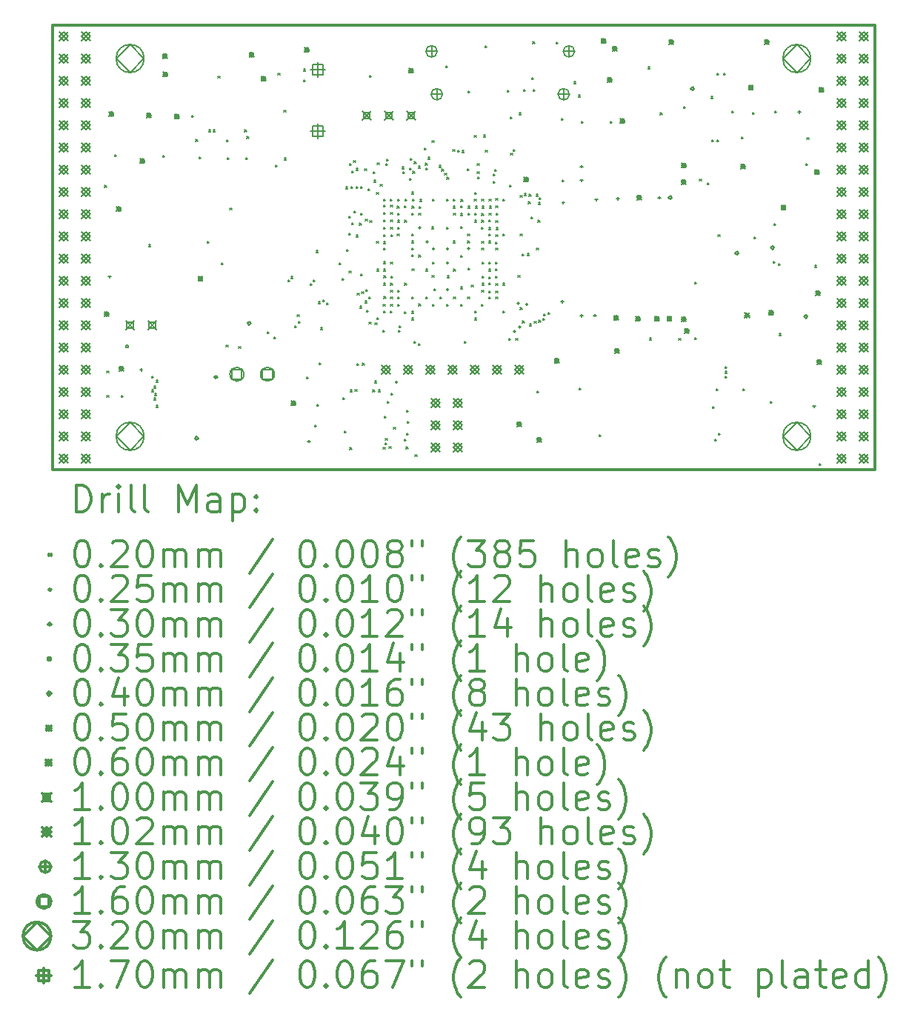
<source format=gbr>
%FSLAX45Y45*%
G04 Gerber Fmt 4.5, Leading zero omitted, Abs format (unit mm)*
G04 Created by KiCad (PCBNEW 5.0.0-rc3+dfsg1-1) date Sun Jul  8 01:33:50 2018*
%MOMM*%
%LPD*%
G01*
G04 APERTURE LIST*
%ADD10C,0.300000*%
%ADD11C,0.200000*%
G04 APERTURE END LIST*
D10*
X9410000Y-6142000D02*
X9410000Y-11222000D01*
X18808000Y-6142000D02*
X9410000Y-6142000D01*
X18808000Y-11222000D02*
X18808000Y-6142000D01*
X9410000Y-11222000D02*
X18808000Y-11222000D01*
D11*
X10009600Y-7973500D02*
X10029600Y-7993500D01*
X10029600Y-7973500D02*
X10009600Y-7993500D01*
X10035000Y-10094400D02*
X10055000Y-10114400D01*
X10055000Y-10094400D02*
X10035000Y-10114400D01*
X10035000Y-10373800D02*
X10055000Y-10393800D01*
X10055000Y-10373800D02*
X10035000Y-10393800D01*
X10125400Y-7619700D02*
X10145400Y-7639700D01*
X10145400Y-7619700D02*
X10125400Y-7639700D01*
X10200100Y-10373800D02*
X10220100Y-10393800D01*
X10220100Y-10373800D02*
X10200100Y-10393800D01*
X10514501Y-8649556D02*
X10534501Y-8669556D01*
X10534501Y-8649556D02*
X10514501Y-8669556D01*
X10545314Y-10310867D02*
X10565314Y-10330867D01*
X10565314Y-10310867D02*
X10545314Y-10330867D01*
X10547276Y-10151849D02*
X10567276Y-10171849D01*
X10567276Y-10151849D02*
X10547276Y-10171849D01*
X10574100Y-10266721D02*
X10594100Y-10286721D01*
X10594100Y-10266721D02*
X10574100Y-10286721D01*
X10574777Y-10403885D02*
X10594777Y-10423885D01*
X10594777Y-10403885D02*
X10574777Y-10423885D01*
X10579048Y-10351357D02*
X10599048Y-10371357D01*
X10599048Y-10351357D02*
X10579048Y-10371357D01*
X10597613Y-10199347D02*
X10617613Y-10219347D01*
X10617613Y-10199347D02*
X10597613Y-10219347D01*
X10598875Y-10487404D02*
X10618875Y-10507404D01*
X10618875Y-10487404D02*
X10598875Y-10507404D01*
X10671500Y-7632400D02*
X10691500Y-7652400D01*
X10691500Y-7632400D02*
X10671500Y-7652400D01*
X11001700Y-7175200D02*
X11021700Y-7195200D01*
X11021700Y-7175200D02*
X11001700Y-7195200D01*
X11049908Y-7448938D02*
X11069908Y-7468938D01*
X11069908Y-7448938D02*
X11049908Y-7468938D01*
X11090600Y-7645100D02*
X11110600Y-7665100D01*
X11110600Y-7645100D02*
X11090600Y-7665100D01*
X11179522Y-8615379D02*
X11199522Y-8635379D01*
X11199522Y-8615379D02*
X11179522Y-8635379D01*
X11197485Y-7337442D02*
X11217485Y-7357442D01*
X11217485Y-7337442D02*
X11197485Y-7357442D01*
X11251427Y-7337442D02*
X11271427Y-7357442D01*
X11271427Y-7337442D02*
X11251427Y-7357442D01*
X11305725Y-6724363D02*
X11325725Y-6744363D01*
X11325725Y-6724363D02*
X11305725Y-6744363D01*
X11344600Y-8857950D02*
X11364600Y-8877950D01*
X11364600Y-8857950D02*
X11344600Y-8877950D01*
X11397399Y-9798805D02*
X11417399Y-9818805D01*
X11417399Y-9798805D02*
X11397399Y-9818805D01*
X11400408Y-7451220D02*
X11420408Y-7471220D01*
X11420408Y-7451220D02*
X11400408Y-7471220D01*
X11408100Y-7657800D02*
X11428100Y-7677800D01*
X11428100Y-7657800D02*
X11408100Y-7677800D01*
X11441393Y-8230943D02*
X11461393Y-8250943D01*
X11461393Y-8230943D02*
X11441393Y-8250943D01*
X11541450Y-9816800D02*
X11561450Y-9836800D01*
X11561450Y-9816800D02*
X11541450Y-9836800D01*
X11609800Y-7337442D02*
X11629800Y-7357442D01*
X11629800Y-7337442D02*
X11609800Y-7357442D01*
X11624000Y-7657800D02*
X11644000Y-7677800D01*
X11644000Y-7657800D02*
X11624000Y-7677800D01*
X11635200Y-7414700D02*
X11655200Y-7434700D01*
X11655200Y-7414700D02*
X11635200Y-7434700D01*
X11869741Y-9643441D02*
X11889741Y-9663441D01*
X11889741Y-9643441D02*
X11869741Y-9663441D01*
X11941500Y-9702500D02*
X11961500Y-9722500D01*
X11961500Y-9702500D02*
X11941500Y-9722500D01*
X11959215Y-7739412D02*
X11979215Y-7759412D01*
X11979215Y-7739412D02*
X11959215Y-7759412D01*
X11990800Y-6690800D02*
X12010800Y-6710800D01*
X12010800Y-6690800D02*
X11990800Y-6710800D01*
X12056498Y-7112736D02*
X12076498Y-7132736D01*
X12076498Y-7112736D02*
X12056498Y-7132736D01*
X12063993Y-7659408D02*
X12083993Y-7679408D01*
X12083993Y-7659408D02*
X12063993Y-7679408D01*
X12106600Y-9054800D02*
X12126600Y-9074800D01*
X12126600Y-9054800D02*
X12106600Y-9074800D01*
X12139415Y-9013562D02*
X12159415Y-9033562D01*
X12159415Y-9013562D02*
X12139415Y-9033562D01*
X12182800Y-9575500D02*
X12202800Y-9595500D01*
X12202800Y-9575500D02*
X12182800Y-9595500D01*
X12210364Y-9448538D02*
X12230364Y-9468538D01*
X12230364Y-9448538D02*
X12210364Y-9468538D01*
X12220900Y-9524700D02*
X12240900Y-9544700D01*
X12240900Y-9524700D02*
X12220900Y-9544700D01*
X12282618Y-6643232D02*
X12302618Y-6663232D01*
X12302618Y-6643232D02*
X12282618Y-6663232D01*
X12284400Y-6768800D02*
X12304400Y-6788800D01*
X12304400Y-6768800D02*
X12284400Y-6788800D01*
X12317388Y-10161592D02*
X12337388Y-10181592D01*
X12337388Y-10161592D02*
X12317388Y-10181592D01*
X12360966Y-9096472D02*
X12380966Y-9116472D01*
X12380966Y-9096472D02*
X12360966Y-9116472D01*
X12391502Y-9053519D02*
X12411502Y-9073519D01*
X12411502Y-9053519D02*
X12391502Y-9073519D01*
X12410242Y-10710764D02*
X12430242Y-10730764D01*
X12430242Y-10710764D02*
X12410242Y-10730764D01*
X12426118Y-8717437D02*
X12446118Y-8737437D01*
X12446118Y-8717437D02*
X12426118Y-8737437D01*
X12426118Y-8717437D02*
X12446118Y-8737437D01*
X12446118Y-8717437D02*
X12426118Y-8737437D01*
X12434879Y-10477573D02*
X12454879Y-10497573D01*
X12454879Y-10477573D02*
X12434879Y-10497573D01*
X12453269Y-9302035D02*
X12473269Y-9322035D01*
X12473269Y-9302035D02*
X12453269Y-9322035D01*
X12460744Y-10002698D02*
X12480744Y-10022698D01*
X12480744Y-10002698D02*
X12460744Y-10022698D01*
X12474902Y-9600287D02*
X12494902Y-9620287D01*
X12494902Y-9600287D02*
X12474902Y-9620287D01*
X12501033Y-9279764D02*
X12521033Y-9299764D01*
X12521033Y-9279764D02*
X12501033Y-9299764D01*
X12542510Y-9313676D02*
X12562510Y-9333676D01*
X12562510Y-9313676D02*
X12542510Y-9333676D01*
X12687018Y-8855931D02*
X12707018Y-8875931D01*
X12707018Y-8855931D02*
X12687018Y-8875931D01*
X12720111Y-9035435D02*
X12740111Y-9055435D01*
X12740111Y-9035435D02*
X12720111Y-9055435D01*
X12731909Y-10397773D02*
X12751909Y-10417773D01*
X12751909Y-10397773D02*
X12731909Y-10417773D01*
X12748660Y-10777504D02*
X12768660Y-10797504D01*
X12768660Y-10777504D02*
X12748660Y-10797504D01*
X12764988Y-7989114D02*
X12784988Y-8009114D01*
X12784988Y-7989114D02*
X12764988Y-8009114D01*
X12771035Y-8708207D02*
X12791035Y-8728207D01*
X12791035Y-8708207D02*
X12771035Y-8728207D01*
X12796207Y-8322888D02*
X12816207Y-8342888D01*
X12816207Y-8322888D02*
X12796207Y-8342888D01*
X12799179Y-8517702D02*
X12819179Y-8537702D01*
X12819179Y-8517702D02*
X12799179Y-8537702D01*
X12803679Y-8951152D02*
X12823679Y-8971152D01*
X12823679Y-8951152D02*
X12803679Y-8971152D01*
X12805201Y-7723267D02*
X12825201Y-7743267D01*
X12825201Y-7723267D02*
X12805201Y-7743267D01*
X12811634Y-10971333D02*
X12831634Y-10991333D01*
X12831634Y-10971333D02*
X12811634Y-10991333D01*
X12814780Y-10310898D02*
X12834780Y-10330898D01*
X12834780Y-10310898D02*
X12814780Y-10330898D01*
X12822879Y-7985310D02*
X12842879Y-8005310D01*
X12842879Y-7985310D02*
X12822879Y-8005310D01*
X12834680Y-7807951D02*
X12854680Y-7827951D01*
X12854680Y-7807951D02*
X12834680Y-7827951D01*
X12835268Y-8401687D02*
X12855268Y-8421687D01*
X12855268Y-8401687D02*
X12835268Y-8421687D01*
X12854493Y-7691566D02*
X12874493Y-7711566D01*
X12874493Y-7691566D02*
X12854493Y-7711566D01*
X12859178Y-8263722D02*
X12879178Y-8283722D01*
X12879178Y-8263722D02*
X12859178Y-8283722D01*
X12870682Y-10308590D02*
X12890682Y-10328590D01*
X12890682Y-10308590D02*
X12870682Y-10328590D01*
X12880857Y-7988548D02*
X12900857Y-8008548D01*
X12900857Y-7988548D02*
X12880857Y-8008548D01*
X12881301Y-8540585D02*
X12901301Y-8560585D01*
X12901301Y-8540585D02*
X12881301Y-8560585D01*
X12886175Y-7777882D02*
X12906175Y-7797882D01*
X12906175Y-7777882D02*
X12886175Y-7797882D01*
X12890520Y-10007480D02*
X12910520Y-10027480D01*
X12910520Y-10007480D02*
X12890520Y-10027480D01*
X12895573Y-9206272D02*
X12915573Y-9226272D01*
X12915573Y-9206272D02*
X12895573Y-9226272D01*
X12920256Y-8405350D02*
X12940256Y-8425350D01*
X12940256Y-8405350D02*
X12920256Y-8425350D01*
X12926203Y-9354578D02*
X12946203Y-9374578D01*
X12946203Y-9354578D02*
X12926203Y-9374578D01*
X12933760Y-7984679D02*
X12953760Y-8004679D01*
X12953760Y-7984679D02*
X12933760Y-8004679D01*
X12934924Y-8983794D02*
X12954924Y-9003794D01*
X12954924Y-8983794D02*
X12934924Y-9003794D01*
X12935809Y-8290406D02*
X12955809Y-8310406D01*
X12955809Y-8290406D02*
X12935809Y-8310406D01*
X12946857Y-9190566D02*
X12966857Y-9210566D01*
X12966857Y-9190566D02*
X12946857Y-9210566D01*
X12956000Y-10005500D02*
X12976000Y-10025500D01*
X12976000Y-10005500D02*
X12956000Y-10025500D01*
X12982095Y-7781082D02*
X13002095Y-7801082D01*
X13002095Y-7781082D02*
X12982095Y-7801082D01*
X12987271Y-9293510D02*
X13007271Y-9313510D01*
X13007271Y-9293510D02*
X12987271Y-9313510D01*
X12989202Y-8359151D02*
X13009202Y-8379151D01*
X13009202Y-8359151D02*
X12989202Y-8379151D01*
X12991955Y-9163298D02*
X13011955Y-9183298D01*
X13011955Y-9163298D02*
X12991955Y-9183298D01*
X13002337Y-9402267D02*
X13022337Y-9422267D01*
X13022337Y-9402267D02*
X13002337Y-9422267D01*
X13017215Y-8013821D02*
X13037215Y-8033821D01*
X13037215Y-8013821D02*
X13017215Y-8033821D01*
X13028454Y-9248473D02*
X13048454Y-9268473D01*
X13048454Y-9248473D02*
X13028454Y-9268473D01*
X13032200Y-9535600D02*
X13052200Y-9555600D01*
X13052200Y-9535600D02*
X13032200Y-9555600D01*
X13033700Y-6718000D02*
X13053700Y-6738000D01*
X13053700Y-6718000D02*
X13033700Y-6738000D01*
X13038793Y-8376986D02*
X13058793Y-8396986D01*
X13058793Y-8376986D02*
X13038793Y-8396986D01*
X13073948Y-10310899D02*
X13093948Y-10330899D01*
X13093948Y-10310899D02*
X13073948Y-10330899D01*
X13077859Y-7815329D02*
X13097859Y-7835329D01*
X13097859Y-7815329D02*
X13077859Y-7835329D01*
X13085264Y-7914901D02*
X13105264Y-7934901D01*
X13105264Y-7914901D02*
X13085264Y-7934901D01*
X13093907Y-10208700D02*
X13113907Y-10228700D01*
X13113907Y-10208700D02*
X13093907Y-10228700D01*
X13098471Y-9546418D02*
X13118471Y-9566418D01*
X13118471Y-9546418D02*
X13098471Y-9566418D01*
X13116430Y-8612711D02*
X13136430Y-8632711D01*
X13136430Y-8612711D02*
X13116430Y-8632711D01*
X13116518Y-8052178D02*
X13136518Y-8072178D01*
X13136518Y-8052178D02*
X13116518Y-8072178D01*
X13117950Y-8930733D02*
X13137950Y-8950733D01*
X13137950Y-8930733D02*
X13117950Y-8950733D01*
X13121616Y-9485914D02*
X13141616Y-9505914D01*
X13141616Y-9485914D02*
X13121616Y-9505914D01*
X13125345Y-7716470D02*
X13145345Y-7736470D01*
X13145345Y-7716470D02*
X13125345Y-7736470D01*
X13135385Y-10310829D02*
X13155385Y-10330829D01*
X13155385Y-10310829D02*
X13135385Y-10330829D01*
X13157757Y-7959799D02*
X13177757Y-7979799D01*
X13177757Y-7959799D02*
X13157757Y-7979799D01*
X13188633Y-9630479D02*
X13208633Y-9650479D01*
X13208633Y-9630479D02*
X13188633Y-9650479D01*
X13192441Y-10966678D02*
X13212441Y-10986678D01*
X13212441Y-10966678D02*
X13192441Y-10986678D01*
X13193199Y-9330000D02*
X13213199Y-9350000D01*
X13213199Y-9330000D02*
X13193199Y-9350000D01*
X13197562Y-8931064D02*
X13217562Y-8951064D01*
X13217562Y-8931064D02*
X13197562Y-8951064D01*
X13197734Y-9090201D02*
X13217734Y-9110201D01*
X13217734Y-9090201D02*
X13197734Y-9110201D01*
X13197902Y-8284734D02*
X13217902Y-8304734D01*
X13217902Y-8284734D02*
X13197902Y-8304734D01*
X13197999Y-8200333D02*
X13217999Y-8220333D01*
X13217999Y-8200333D02*
X13197999Y-8220333D01*
X13198000Y-8690000D02*
X13218000Y-8710000D01*
X13218000Y-8690000D02*
X13198000Y-8710000D01*
X13198000Y-9410000D02*
X13218000Y-9430000D01*
X13218000Y-9410000D02*
X13198000Y-9430000D01*
X13198303Y-8616041D02*
X13218303Y-8636041D01*
X13218303Y-8616041D02*
X13198303Y-8636041D01*
X13198368Y-8369136D02*
X13218368Y-8389136D01*
X13218368Y-8369136D02*
X13198368Y-8389136D01*
X13198405Y-8845827D02*
X13218405Y-8865827D01*
X13218405Y-8845827D02*
X13198405Y-8865827D01*
X13198801Y-8130801D02*
X13218801Y-8150801D01*
X13218801Y-8130801D02*
X13198801Y-8150801D01*
X13198979Y-8537938D02*
X13218979Y-8557938D01*
X13218979Y-8537938D02*
X13198979Y-8557938D01*
X13199289Y-8453537D02*
X13219289Y-8473537D01*
X13219289Y-8453537D02*
X13199289Y-8473537D01*
X13200000Y-9005799D02*
X13220000Y-9025799D01*
X13220000Y-9005799D02*
X13200000Y-9025799D01*
X13201075Y-9242748D02*
X13221075Y-9262748D01*
X13221075Y-9242748D02*
X13201075Y-9262748D01*
X13206286Y-10608587D02*
X13226286Y-10628587D01*
X13226286Y-10608587D02*
X13206286Y-10628587D01*
X13211973Y-10917729D02*
X13231973Y-10937729D01*
X13231973Y-10917729D02*
X13211973Y-10937729D01*
X13218587Y-10865445D02*
X13238587Y-10885445D01*
X13238587Y-10865445D02*
X13218587Y-10885445D01*
X13220903Y-7724256D02*
X13240903Y-7744256D01*
X13240903Y-7724256D02*
X13220903Y-7744256D01*
X13232873Y-7672932D02*
X13252873Y-7692932D01*
X13252873Y-7672932D02*
X13232873Y-7692932D01*
X13236800Y-10440341D02*
X13256800Y-10460341D01*
X13256800Y-10440341D02*
X13236800Y-10460341D01*
X13260800Y-10958000D02*
X13280800Y-10978000D01*
X13280800Y-10958000D02*
X13260800Y-10978000D01*
X13272048Y-8130098D02*
X13292048Y-8150098D01*
X13292048Y-8130098D02*
X13272048Y-8150098D01*
X13274623Y-9409707D02*
X13294623Y-9429707D01*
X13294623Y-9409707D02*
X13274623Y-9429707D01*
X13277261Y-8284735D02*
X13297261Y-8304735D01*
X13297261Y-8284735D02*
X13277261Y-8304735D01*
X13278000Y-8200334D02*
X13298000Y-8220334D01*
X13298000Y-8200334D02*
X13278000Y-8220334D01*
X13278000Y-8850000D02*
X13298000Y-8870000D01*
X13298000Y-8850000D02*
X13278000Y-8870000D01*
X13278000Y-9090000D02*
X13298000Y-9110000D01*
X13298000Y-9090000D02*
X13278000Y-9110000D01*
X13278000Y-9170000D02*
X13298000Y-9190000D01*
X13298000Y-9170000D02*
X13278000Y-9190000D01*
X13278000Y-9250000D02*
X13298000Y-9270000D01*
X13298000Y-9250000D02*
X13278000Y-9270000D01*
X13278000Y-9330000D02*
X13298000Y-9350000D01*
X13298000Y-9330000D02*
X13278000Y-9350000D01*
X13278175Y-8369136D02*
X13298175Y-8389136D01*
X13298175Y-8369136D02*
X13278175Y-8389136D01*
X13278218Y-8453537D02*
X13298218Y-8473537D01*
X13298218Y-8453537D02*
X13278218Y-8473537D01*
X13279688Y-8536938D02*
X13299688Y-8556938D01*
X13299688Y-8536938D02*
X13279688Y-8556938D01*
X13280000Y-9008000D02*
X13300000Y-9028000D01*
X13300000Y-9008000D02*
X13280000Y-9028000D01*
X13282849Y-10350134D02*
X13302849Y-10370134D01*
X13302849Y-10350134D02*
X13282849Y-10370134D01*
X13311600Y-10736500D02*
X13331600Y-10756500D01*
X13331600Y-10736500D02*
X13311600Y-10756500D01*
X13352314Y-8526642D02*
X13372314Y-8546642D01*
X13372314Y-8526642D02*
X13352314Y-8546642D01*
X13354839Y-8209060D02*
X13374839Y-8229060D01*
X13374839Y-8209060D02*
X13354839Y-8229060D01*
X13356449Y-8131468D02*
X13376449Y-8151468D01*
X13376449Y-8131468D02*
X13356449Y-8151468D01*
X13357194Y-8449520D02*
X13377194Y-8469520D01*
X13377194Y-8449520D02*
X13357194Y-8469520D01*
X13358000Y-8290000D02*
X13378000Y-8310000D01*
X13378000Y-8290000D02*
X13358000Y-8310000D01*
X13358000Y-8370000D02*
X13378000Y-8390000D01*
X13378000Y-8370000D02*
X13358000Y-8390000D01*
X13358000Y-9170000D02*
X13378000Y-9190000D01*
X13378000Y-9170000D02*
X13358000Y-9190000D01*
X13358000Y-9250000D02*
X13378000Y-9270000D01*
X13378000Y-9250000D02*
X13358000Y-9270000D01*
X13358548Y-9330230D02*
X13378548Y-9350230D01*
X13378548Y-9330230D02*
X13358548Y-9350230D01*
X13366285Y-9629515D02*
X13386285Y-9649515D01*
X13386285Y-9629515D02*
X13366285Y-9649515D01*
X13375239Y-9577580D02*
X13395239Y-9597580D01*
X13395239Y-9577580D02*
X13375239Y-9597580D01*
X13407730Y-7762109D02*
X13427730Y-7782109D01*
X13427730Y-7762109D02*
X13407730Y-7782109D01*
X13415018Y-7815381D02*
X13435018Y-7835381D01*
X13435018Y-7815381D02*
X13415018Y-7835381D01*
X13433398Y-8208015D02*
X13453398Y-8228015D01*
X13453398Y-8208015D02*
X13433398Y-8228015D01*
X13435582Y-9416717D02*
X13455582Y-9436717D01*
X13455582Y-9416717D02*
X13435582Y-9436717D01*
X13436400Y-10874197D02*
X13456400Y-10894197D01*
X13456400Y-10874197D02*
X13436400Y-10894197D01*
X13438000Y-8370000D02*
X13458000Y-8390000D01*
X13458000Y-8370000D02*
X13438000Y-8390000D01*
X13438000Y-9090000D02*
X13458000Y-9110000D01*
X13458000Y-9090000D02*
X13438000Y-9110000D01*
X13440850Y-8130675D02*
X13460850Y-8150675D01*
X13460850Y-8130675D02*
X13440850Y-8150675D01*
X13453687Y-10961995D02*
X13473687Y-10981995D01*
X13473687Y-10961995D02*
X13453687Y-10981995D01*
X13457587Y-10803159D02*
X13477587Y-10823159D01*
X13477587Y-10803159D02*
X13457587Y-10823159D01*
X13460735Y-10540845D02*
X13480735Y-10560845D01*
X13480735Y-10540845D02*
X13460735Y-10560845D01*
X13465065Y-10671051D02*
X13485065Y-10691051D01*
X13485065Y-10671051D02*
X13465065Y-10691051D01*
X13492132Y-7892495D02*
X13512132Y-7912495D01*
X13512132Y-7892495D02*
X13492132Y-7912495D01*
X13493478Y-7773120D02*
X13513478Y-7793120D01*
X13513478Y-7773120D02*
X13493478Y-7793120D01*
X13502968Y-7663013D02*
X13522968Y-7683013D01*
X13522968Y-7663013D02*
X13502968Y-7683013D01*
X13516300Y-8762700D02*
X13536300Y-8782700D01*
X13536300Y-8762700D02*
X13516300Y-8782700D01*
X13518000Y-8292201D02*
X13538000Y-8312201D01*
X13538000Y-8292201D02*
X13518000Y-8312201D01*
X13518000Y-8530000D02*
X13538000Y-8550000D01*
X13538000Y-8530000D02*
X13518000Y-8550000D01*
X13518000Y-8610000D02*
X13538000Y-8630000D01*
X13538000Y-8610000D02*
X13518000Y-8630000D01*
X13518000Y-8690000D02*
X13538000Y-8710000D01*
X13538000Y-8690000D02*
X13518000Y-8710000D01*
X13518000Y-9250000D02*
X13538000Y-9270000D01*
X13538000Y-9250000D02*
X13518000Y-9270000D01*
X13518128Y-8048312D02*
X13538128Y-8068312D01*
X13538128Y-8048312D02*
X13518128Y-8068312D01*
X13518463Y-9488530D02*
X13538463Y-9508530D01*
X13538463Y-9488530D02*
X13518463Y-9508530D01*
X13518862Y-9412562D02*
X13538862Y-9432562D01*
X13538862Y-9412562D02*
X13518862Y-9432562D01*
X13521538Y-8209385D02*
X13541538Y-8229385D01*
X13541538Y-8209385D02*
X13521538Y-8229385D01*
X13524276Y-8928163D02*
X13544276Y-8948163D01*
X13544276Y-8928163D02*
X13524276Y-8948163D01*
X13525957Y-8129544D02*
X13545957Y-8149544D01*
X13545957Y-8129544D02*
X13525957Y-8149544D01*
X13531439Y-7812965D02*
X13551439Y-7832965D01*
X13551439Y-7812965D02*
X13531439Y-7832965D01*
X13541700Y-9753300D02*
X13561700Y-9773300D01*
X13561700Y-9753300D02*
X13541700Y-9773300D01*
X13548770Y-7704070D02*
X13568770Y-7724070D01*
X13568770Y-7704070D02*
X13548770Y-7724070D01*
X13555656Y-11051071D02*
X13575656Y-11071071D01*
X13575656Y-11051071D02*
X13555656Y-11071071D01*
X13594882Y-7754550D02*
X13614882Y-7774550D01*
X13614882Y-7754550D02*
X13594882Y-7774550D01*
X13595027Y-9781423D02*
X13615027Y-9801423D01*
X13615027Y-9781423D02*
X13595027Y-9801423D01*
X13598000Y-8290000D02*
X13618000Y-8310000D01*
X13618000Y-8290000D02*
X13598000Y-8310000D01*
X13598000Y-8770000D02*
X13618000Y-8790000D01*
X13618000Y-8770000D02*
X13598000Y-8790000D01*
X13599596Y-9326965D02*
X13619596Y-9346965D01*
X13619596Y-9326965D02*
X13599596Y-9346965D01*
X13602455Y-8216004D02*
X13622455Y-8236004D01*
X13622455Y-8216004D02*
X13602455Y-8236004D01*
X13613334Y-8133723D02*
X13633334Y-8153723D01*
X13633334Y-8133723D02*
X13613334Y-8153723D01*
X13664259Y-7547941D02*
X13684259Y-7567941D01*
X13684259Y-7547941D02*
X13664259Y-7567941D01*
X13676320Y-7718760D02*
X13696320Y-7738760D01*
X13696320Y-7718760D02*
X13676320Y-7738760D01*
X13678000Y-8930000D02*
X13698000Y-8950000D01*
X13698000Y-8930000D02*
X13678000Y-8950000D01*
X13678000Y-9250000D02*
X13698000Y-9270000D01*
X13698000Y-9250000D02*
X13678000Y-9270000D01*
X13679461Y-7776107D02*
X13699461Y-7796107D01*
X13699461Y-7776107D02*
X13679461Y-7796107D01*
X13707437Y-7652487D02*
X13727437Y-7672487D01*
X13727437Y-7652487D02*
X13707437Y-7672487D01*
X13745078Y-8447729D02*
X13765078Y-8467729D01*
X13765078Y-8447729D02*
X13745078Y-8467729D01*
X13752489Y-9002290D02*
X13772489Y-9022290D01*
X13772489Y-9002290D02*
X13752489Y-9022290D01*
X13752520Y-7459680D02*
X13772520Y-7479680D01*
X13772520Y-7459680D02*
X13752520Y-7479680D01*
X13758000Y-8130000D02*
X13778000Y-8150000D01*
X13778000Y-8130000D02*
X13758000Y-8150000D01*
X13758000Y-8850000D02*
X13778000Y-8870000D01*
X13778000Y-8850000D02*
X13758000Y-8870000D01*
X13758000Y-9330000D02*
X13778000Y-9350000D01*
X13778000Y-9330000D02*
X13758000Y-9350000D01*
X13770300Y-9156400D02*
X13790300Y-9176400D01*
X13790300Y-9156400D02*
X13770300Y-9176400D01*
X13830592Y-7745154D02*
X13850592Y-7765154D01*
X13850592Y-7745154D02*
X13830592Y-7765154D01*
X13838000Y-9250000D02*
X13858000Y-9270000D01*
X13858000Y-9250000D02*
X13838000Y-9270000D01*
X13862293Y-7788159D02*
X13882293Y-7808159D01*
X13882293Y-7788159D02*
X13862293Y-7808159D01*
X13893994Y-7831909D02*
X13913994Y-7851909D01*
X13913994Y-7831909D02*
X13893994Y-7851909D01*
X13910000Y-6603700D02*
X13930000Y-6623700D01*
X13930000Y-6603700D02*
X13910000Y-6623700D01*
X13917252Y-8451135D02*
X13937252Y-8471135D01*
X13937252Y-8451135D02*
X13917252Y-8471135D01*
X13918000Y-8130000D02*
X13938000Y-8150000D01*
X13938000Y-8130000D02*
X13918000Y-8150000D01*
X13918000Y-9330000D02*
X13938000Y-9350000D01*
X13938000Y-9330000D02*
X13918000Y-9350000D01*
X13921466Y-7881869D02*
X13941466Y-7901869D01*
X13941466Y-7881869D02*
X13921466Y-7901869D01*
X13922232Y-9006404D02*
X13942232Y-9026404D01*
X13942232Y-9006404D02*
X13922232Y-9026404D01*
X13989274Y-7564800D02*
X14009274Y-7584800D01*
X14009274Y-7564800D02*
X13989274Y-7584800D01*
X13991460Y-8609297D02*
X14011460Y-8629297D01*
X14011460Y-8609297D02*
X13991460Y-8629297D01*
X13992898Y-8130000D02*
X14012898Y-8150000D01*
X14012898Y-8130000D02*
X13992898Y-8150000D01*
X13992898Y-8210000D02*
X14012898Y-8230000D01*
X14012898Y-8210000D02*
X13992898Y-8230000D01*
X13996000Y-8292000D02*
X14016000Y-8312000D01*
X14016000Y-8292000D02*
X13996000Y-8312000D01*
X13998000Y-8930000D02*
X14018000Y-8950000D01*
X14018000Y-8930000D02*
X13998000Y-8950000D01*
X13998000Y-9250000D02*
X14018000Y-9270000D01*
X14018000Y-9250000D02*
X13998000Y-9270000D01*
X14041773Y-7569399D02*
X14061773Y-7589399D01*
X14061773Y-7569399D02*
X14041773Y-7589399D01*
X14076133Y-8294127D02*
X14096133Y-8314127D01*
X14096133Y-8294127D02*
X14076133Y-8314127D01*
X14077299Y-8207716D02*
X14097299Y-8227716D01*
X14097299Y-8207716D02*
X14077299Y-8227716D01*
X14077419Y-9133335D02*
X14097419Y-9153335D01*
X14097419Y-9133335D02*
X14077419Y-9153335D01*
X14077693Y-8445254D02*
X14097693Y-8465254D01*
X14097693Y-8445254D02*
X14077693Y-8465254D01*
X14078000Y-9330000D02*
X14098000Y-9350000D01*
X14098000Y-9330000D02*
X14078000Y-9350000D01*
X14079623Y-8771623D02*
X14099623Y-8791623D01*
X14099623Y-8771623D02*
X14079623Y-8791623D01*
X14082264Y-8134744D02*
X14102264Y-8154744D01*
X14102264Y-8134744D02*
X14082264Y-8154744D01*
X14094211Y-7574661D02*
X14114211Y-7594661D01*
X14114211Y-7574661D02*
X14094211Y-7594661D01*
X14118066Y-9754201D02*
X14138066Y-9774201D01*
X14138066Y-9754201D02*
X14118066Y-9774201D01*
X14152481Y-7781450D02*
X14172481Y-7801450D01*
X14172481Y-7781450D02*
X14152481Y-7801450D01*
X14158000Y-8530000D02*
X14178000Y-8550000D01*
X14178000Y-8530000D02*
X14158000Y-8550000D01*
X14158000Y-8610000D02*
X14178000Y-8630000D01*
X14178000Y-8610000D02*
X14158000Y-8630000D01*
X14158000Y-9250000D02*
X14178000Y-9270000D01*
X14178000Y-9250000D02*
X14158000Y-9270000D01*
X14162701Y-8209494D02*
X14182701Y-8229494D01*
X14182701Y-8209494D02*
X14162701Y-8229494D01*
X14162701Y-8289887D02*
X14182701Y-8309887D01*
X14182701Y-8289887D02*
X14162701Y-8309887D01*
X14164000Y-8915099D02*
X14184000Y-8935099D01*
X14184000Y-8915099D02*
X14164000Y-8935099D01*
X14164285Y-6893836D02*
X14184285Y-6913836D01*
X14184285Y-6893836D02*
X14164285Y-6913836D01*
X14200722Y-9110102D02*
X14220722Y-9130102D01*
X14220722Y-9110102D02*
X14200722Y-9130102D01*
X14233699Y-7403800D02*
X14253699Y-7423800D01*
X14253699Y-7403800D02*
X14233699Y-7423800D01*
X14235032Y-8132000D02*
X14255032Y-8152000D01*
X14255032Y-8132000D02*
X14235032Y-8152000D01*
X14236000Y-8052000D02*
X14256000Y-8072000D01*
X14256000Y-8052000D02*
X14236000Y-8072000D01*
X14236000Y-8292000D02*
X14256000Y-8312000D01*
X14256000Y-8292000D02*
X14236000Y-8312000D01*
X14238000Y-8370000D02*
X14258000Y-8390000D01*
X14258000Y-8370000D02*
X14238000Y-8390000D01*
X14238000Y-9410000D02*
X14258000Y-9430000D01*
X14258000Y-9410000D02*
X14238000Y-9430000D01*
X14238000Y-9490000D02*
X14258000Y-9510000D01*
X14258000Y-9490000D02*
X14238000Y-9510000D01*
X14247102Y-8210435D02*
X14267102Y-8230435D01*
X14267102Y-8210435D02*
X14247102Y-8230435D01*
X14268441Y-7818307D02*
X14288441Y-7838307D01*
X14288441Y-7818307D02*
X14268441Y-7838307D01*
X14268583Y-7724192D02*
X14288583Y-7744192D01*
X14288583Y-7724192D02*
X14268583Y-7744192D01*
X14271130Y-7874603D02*
X14291130Y-7894603D01*
X14291130Y-7874603D02*
X14271130Y-7894603D01*
X14316000Y-8452000D02*
X14336000Y-8472000D01*
X14336000Y-8452000D02*
X14316000Y-8472000D01*
X14316969Y-9331491D02*
X14336969Y-9351491D01*
X14336969Y-9331491D02*
X14316969Y-9351491D01*
X14318000Y-8370000D02*
X14338000Y-8390000D01*
X14338000Y-8370000D02*
X14318000Y-8390000D01*
X14318000Y-8690000D02*
X14338000Y-8710000D01*
X14338000Y-8690000D02*
X14318000Y-8710000D01*
X14318000Y-9170000D02*
X14338000Y-9190000D01*
X14338000Y-9170000D02*
X14318000Y-9190000D01*
X14318740Y-8294201D02*
X14338740Y-8314201D01*
X14338740Y-8294201D02*
X14318740Y-8314201D01*
X14319433Y-8127729D02*
X14339433Y-8147729D01*
X14339433Y-8127729D02*
X14319433Y-8147729D01*
X14320000Y-8612000D02*
X14340000Y-8632000D01*
X14340000Y-8612000D02*
X14320000Y-8632000D01*
X14322201Y-8849503D02*
X14342201Y-8869503D01*
X14342201Y-8849503D02*
X14322201Y-8869503D01*
X14322201Y-9010195D02*
X14342201Y-9030195D01*
X14342201Y-9010195D02*
X14322201Y-9030195D01*
X14322201Y-9090066D02*
X14342201Y-9110066D01*
X14342201Y-9090066D02*
X14322201Y-9110066D01*
X14323265Y-8209799D02*
X14343265Y-8229799D01*
X14343265Y-8209799D02*
X14323265Y-8229799D01*
X14341800Y-7397450D02*
X14361800Y-7417450D01*
X14361800Y-7397450D02*
X14341800Y-7417450D01*
X14355067Y-6376252D02*
X14375067Y-6396252D01*
X14375067Y-6376252D02*
X14355067Y-6396252D01*
X14360888Y-7571730D02*
X14380888Y-7591730D01*
X14380888Y-7571730D02*
X14360888Y-7591730D01*
X14396483Y-9177765D02*
X14416483Y-9197765D01*
X14416483Y-9177765D02*
X14396483Y-9197765D01*
X14397624Y-8929530D02*
X14417624Y-8949530D01*
X14417624Y-8929530D02*
X14397624Y-8949530D01*
X14397701Y-9016697D02*
X14417701Y-9036697D01*
X14417701Y-9016697D02*
X14397701Y-9036697D01*
X14398000Y-8610000D02*
X14418000Y-8630000D01*
X14418000Y-8610000D02*
X14398000Y-8630000D01*
X14398000Y-9085650D02*
X14418000Y-9105650D01*
X14418000Y-9085650D02*
X14398000Y-9105650D01*
X14398283Y-8848451D02*
X14418283Y-8868451D01*
X14418283Y-8848451D02*
X14398283Y-8868451D01*
X14400201Y-8529722D02*
X14420201Y-8549722D01*
X14420201Y-8529722D02*
X14400201Y-8549722D01*
X14400319Y-8367799D02*
X14420319Y-8387799D01*
X14420319Y-8367799D02*
X14400319Y-8387799D01*
X14400350Y-8456040D02*
X14420350Y-8476040D01*
X14420350Y-8456040D02*
X14400350Y-8476040D01*
X14401325Y-9248876D02*
X14421325Y-9268876D01*
X14421325Y-9248876D02*
X14401325Y-9268876D01*
X14403141Y-8290000D02*
X14423141Y-8310000D01*
X14423141Y-8290000D02*
X14403141Y-8310000D01*
X14403835Y-8128377D02*
X14423835Y-8148377D01*
X14423835Y-8128377D02*
X14403835Y-8148377D01*
X14407666Y-8210000D02*
X14427666Y-8230000D01*
X14427666Y-8210000D02*
X14407666Y-8230000D01*
X14450634Y-7841735D02*
X14470634Y-7861735D01*
X14470634Y-7841735D02*
X14450634Y-7861735D01*
X14450634Y-7926136D02*
X14470634Y-7946136D01*
X14470634Y-7926136D02*
X14450634Y-7946136D01*
X14469153Y-7792394D02*
X14489153Y-7812394D01*
X14489153Y-7792394D02*
X14469153Y-7812394D01*
X14475676Y-8924990D02*
X14495676Y-8944990D01*
X14495676Y-8924990D02*
X14475676Y-8944990D01*
X14476724Y-9009392D02*
X14496724Y-9029392D01*
X14496724Y-9009392D02*
X14476724Y-9029392D01*
X14477515Y-8619275D02*
X14497515Y-8639275D01*
X14497515Y-8619275D02*
X14477515Y-8639275D01*
X14477765Y-8852201D02*
X14497765Y-8872201D01*
X14497765Y-8852201D02*
X14477765Y-8872201D01*
X14478235Y-9247799D02*
X14498235Y-9267799D01*
X14498235Y-9247799D02*
X14478235Y-9267799D01*
X14478778Y-8123192D02*
X14498778Y-8143192D01*
X14498778Y-8123192D02*
X14478778Y-8143192D01*
X14478812Y-8207593D02*
X14498812Y-8227593D01*
X14498812Y-8207593D02*
X14478812Y-8227593D01*
X14478935Y-8534874D02*
X14498935Y-8554874D01*
X14498935Y-8534874D02*
X14478935Y-8554874D01*
X14479160Y-9178194D02*
X14499160Y-9198194D01*
X14499160Y-9178194D02*
X14479160Y-9198194D01*
X14479432Y-8687756D02*
X14499432Y-8707756D01*
X14499432Y-8687756D02*
X14479432Y-8707756D01*
X14479670Y-8376395D02*
X14499670Y-8396395D01*
X14499670Y-8376395D02*
X14479670Y-8396395D01*
X14480294Y-9093793D02*
X14500294Y-9113793D01*
X14500294Y-9093793D02*
X14480294Y-9113793D01*
X14481241Y-8455796D02*
X14501241Y-8475796D01*
X14501241Y-8455796D02*
X14481241Y-8475796D01*
X14481689Y-8291994D02*
X14501689Y-8311994D01*
X14501689Y-8291994D02*
X14481689Y-8311994D01*
X14557281Y-8529606D02*
X14577281Y-8549606D01*
X14577281Y-8529606D02*
X14557281Y-8549606D01*
X14558000Y-8130512D02*
X14578000Y-8150512D01*
X14578000Y-8130512D02*
X14558000Y-8150512D01*
X14558739Y-9089665D02*
X14578739Y-9109665D01*
X14578739Y-9089665D02*
X14558739Y-9109665D01*
X14559124Y-9406675D02*
X14579124Y-9426675D01*
X14579124Y-9406675D02*
X14559124Y-9426675D01*
X14613342Y-6884608D02*
X14633342Y-6904608D01*
X14633342Y-6884608D02*
X14613342Y-6904608D01*
X14629479Y-9723392D02*
X14649479Y-9743392D01*
X14649479Y-9723392D02*
X14629479Y-9743392D01*
X14638141Y-7971938D02*
X14658141Y-7991938D01*
X14658141Y-7971938D02*
X14638141Y-7991938D01*
X14646600Y-7187900D02*
X14666600Y-7207900D01*
X14666600Y-7187900D02*
X14646600Y-7207900D01*
X14648744Y-7607406D02*
X14668744Y-7627406D01*
X14668744Y-7607406D02*
X14648744Y-7627406D01*
X14680980Y-7560789D02*
X14700980Y-7580789D01*
X14700980Y-7560789D02*
X14680980Y-7580789D01*
X14707598Y-9723392D02*
X14727598Y-9743392D01*
X14727598Y-9723392D02*
X14707598Y-9743392D01*
X14733095Y-9001248D02*
X14753095Y-9021248D01*
X14753095Y-9001248D02*
X14733095Y-9021248D01*
X14748200Y-7143450D02*
X14768200Y-7163450D01*
X14768200Y-7143450D02*
X14748200Y-7163450D01*
X14758739Y-8527409D02*
X14778739Y-8547409D01*
X14778739Y-8527409D02*
X14758739Y-8547409D01*
X14758831Y-8088311D02*
X14778831Y-8108311D01*
X14778831Y-8088311D02*
X14758831Y-8108311D01*
X14760000Y-9372000D02*
X14780000Y-9392000D01*
X14780000Y-9372000D02*
X14760000Y-9392000D01*
X14781079Y-8758342D02*
X14801079Y-8778342D01*
X14801079Y-8758342D02*
X14781079Y-8778342D01*
X14782886Y-9523902D02*
X14802886Y-9543902D01*
X14802886Y-9523902D02*
X14782886Y-9543902D01*
X14799000Y-6876750D02*
X14819000Y-6896750D01*
X14819000Y-6876750D02*
X14799000Y-6896750D01*
X14807525Y-8068155D02*
X14827525Y-8088155D01*
X14827525Y-8068155D02*
X14807525Y-8088155D01*
X14838354Y-8752346D02*
X14858354Y-8772346D01*
X14858354Y-8752346D02*
X14838354Y-8772346D01*
X14851066Y-8160586D02*
X14871066Y-8180586D01*
X14871066Y-8160586D02*
X14851066Y-8180586D01*
X14859611Y-8076185D02*
X14879611Y-8096185D01*
X14879611Y-8076185D02*
X14859611Y-8096185D01*
X14864798Y-9556963D02*
X14884798Y-9576963D01*
X14884798Y-9556963D02*
X14864798Y-9576963D01*
X14882151Y-8334201D02*
X14902151Y-8354201D01*
X14902151Y-8334201D02*
X14882151Y-8354201D01*
X14887900Y-6742997D02*
X14907900Y-6762997D01*
X14907900Y-6742997D02*
X14887900Y-6762997D01*
X14903412Y-6332405D02*
X14923412Y-6352405D01*
X14923412Y-6332405D02*
X14903412Y-6352405D01*
X14906950Y-6876750D02*
X14926950Y-6896750D01*
X14926950Y-6876750D02*
X14906950Y-6896750D01*
X14918439Y-9527799D02*
X14938439Y-9547799D01*
X14938439Y-9527799D02*
X14918439Y-9547799D01*
X14942722Y-8073801D02*
X14962722Y-8093801D01*
X14962722Y-8073801D02*
X14942722Y-8093801D01*
X14945314Y-8688944D02*
X14965314Y-8708944D01*
X14965314Y-8688944D02*
X14945314Y-8708944D01*
X14947728Y-10322085D02*
X14967728Y-10342085D01*
X14967728Y-10322085D02*
X14947728Y-10342085D01*
X14963249Y-8370769D02*
X14983249Y-8390769D01*
X14983249Y-8370769D02*
X14963249Y-8390769D01*
X14968729Y-8167499D02*
X14988729Y-8187499D01*
X14988729Y-8167499D02*
X14968729Y-8187499D01*
X14969589Y-9515108D02*
X14989589Y-9535108D01*
X14989589Y-9515108D02*
X14969589Y-9535108D01*
X14975319Y-8115211D02*
X14995319Y-8135211D01*
X14995319Y-8115211D02*
X14975319Y-8135211D01*
X15017890Y-9494025D02*
X15037890Y-9514025D01*
X15037890Y-9494025D02*
X15017890Y-9514025D01*
X15024597Y-9441753D02*
X15044597Y-9461753D01*
X15044597Y-9441753D02*
X15024597Y-9461753D01*
X15078921Y-9423257D02*
X15098921Y-9443257D01*
X15098921Y-9423257D02*
X15078921Y-9443257D01*
X15167300Y-6337000D02*
X15187300Y-6357000D01*
X15187300Y-6337000D02*
X15167300Y-6357000D01*
X15230800Y-7206950D02*
X15250800Y-7226950D01*
X15250800Y-7206950D02*
X15230800Y-7226950D01*
X15239707Y-7909347D02*
X15259707Y-7929347D01*
X15259707Y-7909347D02*
X15239707Y-7929347D01*
X15370500Y-6789627D02*
X15390500Y-6809627D01*
X15390500Y-6789627D02*
X15370500Y-6809627D01*
X15421300Y-6940250D02*
X15441300Y-6960250D01*
X15441300Y-6940250D02*
X15421300Y-6960250D01*
X15432558Y-10288777D02*
X15452558Y-10308777D01*
X15452558Y-10288777D02*
X15432558Y-10308777D01*
X15459400Y-7238700D02*
X15479400Y-7258700D01*
X15479400Y-7238700D02*
X15459400Y-7258700D01*
X15662600Y-10820100D02*
X15682600Y-10840100D01*
X15682600Y-10820100D02*
X15662600Y-10840100D01*
X15789600Y-7238700D02*
X15809600Y-7258700D01*
X15809600Y-7238700D02*
X15789600Y-7258700D01*
X16217147Y-6618496D02*
X16237147Y-6638496D01*
X16237147Y-6618496D02*
X16217147Y-6638496D01*
X16234100Y-9717000D02*
X16254100Y-9737000D01*
X16254100Y-9717000D02*
X16234100Y-9737000D01*
X16360322Y-7144216D02*
X16380322Y-7164216D01*
X16380322Y-7144216D02*
X16360322Y-7164216D01*
X16570337Y-9724488D02*
X16590337Y-9744488D01*
X16590337Y-9724488D02*
X16570337Y-9744488D01*
X16625348Y-7073546D02*
X16645348Y-7093546D01*
X16645348Y-7073546D02*
X16625348Y-7093546D01*
X16754800Y-9080200D02*
X16774800Y-9100200D01*
X16774800Y-9080200D02*
X16754800Y-9100200D01*
X16754800Y-9715200D02*
X16774800Y-9735200D01*
X16774800Y-9715200D02*
X16754800Y-9735200D01*
X16806644Y-7900804D02*
X16826644Y-7920804D01*
X16826644Y-7900804D02*
X16806644Y-7920804D01*
X16894500Y-7943550D02*
X16914500Y-7963550D01*
X16914500Y-7943550D02*
X16894500Y-7963550D01*
X16941704Y-6958649D02*
X16961704Y-6978649D01*
X16961704Y-6958649D02*
X16941704Y-6978649D01*
X16945300Y-7454600D02*
X16965300Y-7474600D01*
X16965300Y-7454600D02*
X16945300Y-7474600D01*
X16958000Y-10502600D02*
X16978000Y-10522600D01*
X16978000Y-10502600D02*
X16958000Y-10522600D01*
X16983400Y-10870900D02*
X17003400Y-10890900D01*
X17003400Y-10870900D02*
X16983400Y-10890900D01*
X16996100Y-10299400D02*
X17016100Y-10319400D01*
X17016100Y-10299400D02*
X16996100Y-10319400D01*
X17008800Y-6692600D02*
X17028800Y-6712600D01*
X17028800Y-6692600D02*
X17008800Y-6712600D01*
X17008800Y-7454600D02*
X17028800Y-7474600D01*
X17028800Y-7454600D02*
X17008800Y-7474600D01*
X17020954Y-8534153D02*
X17040954Y-8554153D01*
X17040954Y-8534153D02*
X17020954Y-8554153D01*
X17021500Y-10807400D02*
X17041500Y-10827400D01*
X17041500Y-10807400D02*
X17021500Y-10827400D01*
X17085000Y-6692600D02*
X17105000Y-6712600D01*
X17105000Y-6692600D02*
X17085000Y-6712600D01*
X17098912Y-10045982D02*
X17118912Y-10065982D01*
X17118912Y-10045982D02*
X17098912Y-10065982D01*
X17098912Y-10098683D02*
X17118912Y-10118683D01*
X17118912Y-10098683D02*
X17098912Y-10118683D01*
X17098912Y-10155324D02*
X17118912Y-10175324D01*
X17118912Y-10155324D02*
X17098912Y-10175324D01*
X17173900Y-7124400D02*
X17193900Y-7144400D01*
X17193900Y-7124400D02*
X17173900Y-7144400D01*
X17288200Y-7416500D02*
X17308200Y-7436500D01*
X17308200Y-7416500D02*
X17288200Y-7436500D01*
X17300900Y-10299400D02*
X17320900Y-10319400D01*
X17320900Y-10299400D02*
X17300900Y-10319400D01*
X17415200Y-7137100D02*
X17435200Y-7157100D01*
X17435200Y-7137100D02*
X17415200Y-7157100D01*
X17427900Y-8564300D02*
X17447900Y-8584300D01*
X17447900Y-8564300D02*
X17427900Y-8584300D01*
X17618400Y-10439100D02*
X17638400Y-10459100D01*
X17638400Y-10439100D02*
X17618400Y-10459100D01*
X17650543Y-8840716D02*
X17670543Y-8860716D01*
X17670543Y-8840716D02*
X17650543Y-8860716D01*
X17660000Y-8412000D02*
X17680000Y-8432000D01*
X17680000Y-8412000D02*
X17660000Y-8432000D01*
X17669708Y-7124179D02*
X17689708Y-7144179D01*
X17689708Y-7124179D02*
X17669708Y-7144179D01*
X17708899Y-8866403D02*
X17728899Y-8886403D01*
X17728899Y-8866403D02*
X17708899Y-8886403D01*
X17718798Y-9667866D02*
X17738798Y-9687866D01*
X17738798Y-9667866D02*
X17718798Y-9687866D01*
X18024078Y-7721693D02*
X18044078Y-7741693D01*
X18044078Y-7721693D02*
X18024078Y-7741693D01*
X18036000Y-7427400D02*
X18056000Y-7447400D01*
X18056000Y-7427400D02*
X18036000Y-7447400D01*
X18124900Y-8887900D02*
X18144900Y-8907900D01*
X18144900Y-8887900D02*
X18124900Y-8907900D01*
X18177200Y-11150300D02*
X18197200Y-11170300D01*
X18197200Y-11150300D02*
X18177200Y-11170300D01*
X13357629Y-10223262D02*
G75*
G03X13357629Y-10223262I-12700J0D01*
G01*
X13620700Y-8460000D02*
G75*
G03X13620700Y-8460000I-12700J0D01*
G01*
X13706511Y-8619631D02*
G75*
G03X13706511Y-8619631I-12700J0D01*
G01*
X13780700Y-8700000D02*
G75*
G03X13780700Y-8700000I-12700J0D01*
G01*
X13939164Y-9161521D02*
G75*
G03X13939164Y-9161521I-12700J0D01*
G01*
X13940700Y-8700000D02*
G75*
G03X13940700Y-8700000I-12700J0D01*
G01*
X13940700Y-8860000D02*
G75*
G03X13940700Y-8860000I-12700J0D01*
G01*
X14180298Y-8698652D02*
G75*
G03X14180298Y-8698652I-12700J0D01*
G01*
X14706928Y-9645206D02*
G75*
G03X14706928Y-9645206I-12700J0D01*
G01*
X14747089Y-9321713D02*
G75*
G03X14747089Y-9321713I-12700J0D01*
G01*
X14766147Y-9591326D02*
G75*
G03X14766147Y-9591326I-12700J0D01*
G01*
X14847601Y-9332231D02*
G75*
G03X14847601Y-9332231I-12700J0D01*
G01*
X10065212Y-9001224D02*
X10065212Y-9031224D01*
X10050212Y-9016224D02*
X10080212Y-9016224D01*
X10426000Y-10064000D02*
X10426000Y-10094000D01*
X10411000Y-10079000D02*
X10441000Y-10079000D01*
X12343700Y-10882200D02*
X12343700Y-10912200D01*
X12328700Y-10897200D02*
X12358700Y-10897200D01*
X15240800Y-9284750D02*
X15240800Y-9314750D01*
X15225800Y-9299750D02*
X15255800Y-9299750D01*
X15251012Y-8154523D02*
X15251012Y-8184523D01*
X15236012Y-8169523D02*
X15266012Y-8169523D01*
X15456700Y-7741700D02*
X15456700Y-7771700D01*
X15441700Y-7756700D02*
X15471700Y-7756700D01*
X15456700Y-7900450D02*
X15456700Y-7930450D01*
X15441700Y-7915450D02*
X15471700Y-7915450D01*
X15459390Y-9445795D02*
X15459390Y-9475795D01*
X15444390Y-9460795D02*
X15474390Y-9460795D01*
X15609100Y-9443500D02*
X15609100Y-9473500D01*
X15594100Y-9458500D02*
X15624100Y-9458500D01*
X15626277Y-8119937D02*
X15626277Y-8149937D01*
X15611277Y-8134937D02*
X15641277Y-8134937D01*
X15875800Y-8110000D02*
X15875800Y-8140000D01*
X15860800Y-8125000D02*
X15890800Y-8125000D01*
X16345700Y-8097300D02*
X16345700Y-8127300D01*
X16330700Y-8112300D02*
X16360700Y-8112300D01*
X17945900Y-7119400D02*
X17945900Y-7149400D01*
X17930900Y-7134400D02*
X17960900Y-7134400D01*
X18115592Y-10483071D02*
X18115592Y-10513071D01*
X18100592Y-10498071D02*
X18130592Y-10498071D01*
X10274775Y-9826475D02*
X10274775Y-9801726D01*
X10250026Y-9801726D01*
X10250026Y-9826475D01*
X10274775Y-9826475D01*
X11059391Y-10883646D02*
X11079391Y-10863646D01*
X11059391Y-10843646D01*
X11039391Y-10863646D01*
X11059391Y-10883646D01*
X11278400Y-10183350D02*
X11298400Y-10163350D01*
X11278400Y-10143350D01*
X11258400Y-10163350D01*
X11278400Y-10183350D01*
X11659400Y-9567400D02*
X11679400Y-9547400D01*
X11659400Y-9527400D01*
X11639400Y-9547400D01*
X11659400Y-9567400D01*
X16472700Y-8132300D02*
X16492700Y-8112300D01*
X16472700Y-8092300D01*
X16452700Y-8112300D01*
X16472700Y-8132300D01*
X16726700Y-6887700D02*
X16746700Y-6867700D01*
X16726700Y-6847700D01*
X16706700Y-6867700D01*
X16726700Y-6887700D01*
X17234700Y-8767300D02*
X17254700Y-8747300D01*
X17234700Y-8727300D01*
X17214700Y-8747300D01*
X17234700Y-8767300D01*
X17641100Y-8703800D02*
X17661100Y-8683800D01*
X17641100Y-8663800D01*
X17621100Y-8683800D01*
X17641100Y-8703800D01*
X18022100Y-9491200D02*
X18042100Y-9471200D01*
X18022100Y-9451200D01*
X18002100Y-9471200D01*
X18022100Y-9491200D01*
X10007300Y-9419000D02*
X10057300Y-9469000D01*
X10057300Y-9419000D02*
X10007300Y-9469000D01*
X10057300Y-9444000D02*
G75*
G03X10057300Y-9444000I-25000J0D01*
G01*
X10060589Y-7132486D02*
X10110589Y-7182486D01*
X10110589Y-7132486D02*
X10060589Y-7182486D01*
X10110589Y-7157486D02*
G75*
G03X10110589Y-7157486I-25000J0D01*
G01*
X10145789Y-8217318D02*
X10195789Y-8267318D01*
X10195789Y-8217318D02*
X10145789Y-8267318D01*
X10195789Y-8242318D02*
G75*
G03X10195789Y-8242318I-25000J0D01*
G01*
X10173900Y-10043100D02*
X10223900Y-10093100D01*
X10223900Y-10043100D02*
X10173900Y-10093100D01*
X10223900Y-10068100D02*
G75*
G03X10223900Y-10068100I-25000J0D01*
G01*
X10415200Y-7668200D02*
X10465200Y-7718200D01*
X10465200Y-7668200D02*
X10415200Y-7718200D01*
X10465200Y-7693200D02*
G75*
G03X10465200Y-7693200I-25000J0D01*
G01*
X10489900Y-7147500D02*
X10539900Y-7197500D01*
X10539900Y-7147500D02*
X10489900Y-7197500D01*
X10539900Y-7172500D02*
G75*
G03X10539900Y-7172500I-25000J0D01*
G01*
X10672481Y-6470397D02*
X10722481Y-6520397D01*
X10722481Y-6470397D02*
X10672481Y-6520397D01*
X10722481Y-6495397D02*
G75*
G03X10722481Y-6495397I-25000J0D01*
G01*
X10677149Y-6679363D02*
X10727149Y-6729363D01*
X10727149Y-6679363D02*
X10677149Y-6729363D01*
X10727149Y-6704363D02*
G75*
G03X10727149Y-6704363I-25000J0D01*
G01*
X10808900Y-7160200D02*
X10858900Y-7210200D01*
X10858900Y-7160200D02*
X10808900Y-7210200D01*
X10858900Y-7185200D02*
G75*
G03X10858900Y-7185200I-25000J0D01*
G01*
X11077510Y-9016310D02*
X11127510Y-9066310D01*
X11127510Y-9016310D02*
X11077510Y-9066310D01*
X11127510Y-9041310D02*
G75*
G03X11127510Y-9041310I-25000J0D01*
G01*
X11663050Y-6455294D02*
X11713050Y-6505294D01*
X11713050Y-6455294D02*
X11663050Y-6505294D01*
X11713050Y-6480294D02*
G75*
G03X11713050Y-6480294I-25000J0D01*
G01*
X11799500Y-6728400D02*
X11849500Y-6778400D01*
X11849500Y-6728400D02*
X11799500Y-6778400D01*
X11849500Y-6753400D02*
G75*
G03X11849500Y-6753400I-25000J0D01*
G01*
X12142400Y-10436800D02*
X12192400Y-10486800D01*
X12192400Y-10436800D02*
X12142400Y-10486800D01*
X12192400Y-10461800D02*
G75*
G03X12192400Y-10461800I-25000J0D01*
G01*
X12294800Y-6398200D02*
X12344800Y-6448200D01*
X12344800Y-6398200D02*
X12294800Y-6448200D01*
X12344800Y-6423200D02*
G75*
G03X12344800Y-6423200I-25000J0D01*
G01*
X13485559Y-6636662D02*
X13535559Y-6686662D01*
X13535559Y-6636662D02*
X13485559Y-6686662D01*
X13535559Y-6661662D02*
G75*
G03X13535559Y-6661662I-25000J0D01*
G01*
X14720500Y-10678100D02*
X14770500Y-10728100D01*
X14770500Y-10678100D02*
X14720500Y-10728100D01*
X14770500Y-10703100D02*
G75*
G03X14770500Y-10703100I-25000J0D01*
G01*
X14801839Y-7880002D02*
X14851839Y-7930002D01*
X14851839Y-7880002D02*
X14801839Y-7930002D01*
X14851839Y-7905002D02*
G75*
G03X14851839Y-7905002I-25000J0D01*
G01*
X14949100Y-10855900D02*
X14999100Y-10905900D01*
X14999100Y-10855900D02*
X14949100Y-10905900D01*
X14999100Y-10880900D02*
G75*
G03X14999100Y-10880900I-25000J0D01*
G01*
X15150800Y-9952400D02*
X15200800Y-10002400D01*
X15200800Y-9952400D02*
X15150800Y-10002400D01*
X15200800Y-9977400D02*
G75*
G03X15200800Y-9977400I-25000J0D01*
G01*
X15685700Y-6296600D02*
X15735700Y-6346600D01*
X15735700Y-6296600D02*
X15685700Y-6346600D01*
X15735700Y-6321600D02*
G75*
G03X15735700Y-6321600I-25000J0D01*
G01*
X15755757Y-6741927D02*
X15805757Y-6791927D01*
X15805757Y-6741927D02*
X15755757Y-6791927D01*
X15805757Y-6766927D02*
G75*
G03X15805757Y-6766927I-25000J0D01*
G01*
X15812700Y-6385500D02*
X15862700Y-6435500D01*
X15862700Y-6385500D02*
X15812700Y-6435500D01*
X15862700Y-6410500D02*
G75*
G03X15862700Y-6410500I-25000J0D01*
G01*
X15828999Y-9461877D02*
X15878999Y-9511877D01*
X15878999Y-9461877D02*
X15828999Y-9511877D01*
X15878999Y-9486877D02*
G75*
G03X15878999Y-9486877I-25000J0D01*
G01*
X15839500Y-9838500D02*
X15889500Y-9888500D01*
X15889500Y-9838500D02*
X15839500Y-9888500D01*
X15889500Y-9863500D02*
G75*
G03X15889500Y-9863500I-25000J0D01*
G01*
X15901600Y-7211000D02*
X15951600Y-7261000D01*
X15951600Y-7211000D02*
X15901600Y-7261000D01*
X15951600Y-7236000D02*
G75*
G03X15951600Y-7236000I-25000J0D01*
G01*
X16079400Y-9471600D02*
X16129400Y-9521600D01*
X16129400Y-9471600D02*
X16079400Y-9521600D01*
X16129400Y-9496600D02*
G75*
G03X16129400Y-9496600I-25000J0D01*
G01*
X16092100Y-8087300D02*
X16142100Y-8137300D01*
X16142100Y-8087300D02*
X16092100Y-8137300D01*
X16142100Y-8112300D02*
G75*
G03X16142100Y-8112300I-25000J0D01*
G01*
X16295300Y-9471600D02*
X16345300Y-9521600D01*
X16345300Y-9471600D02*
X16295300Y-9521600D01*
X16345300Y-9496600D02*
G75*
G03X16345300Y-9496600I-25000J0D01*
G01*
X16437573Y-9473247D02*
X16487573Y-9523247D01*
X16487573Y-9473247D02*
X16437573Y-9523247D01*
X16487573Y-9498247D02*
G75*
G03X16487573Y-9498247I-25000J0D01*
G01*
X16460400Y-6309300D02*
X16510400Y-6359300D01*
X16510400Y-6309300D02*
X16460400Y-6359300D01*
X16510400Y-6334300D02*
G75*
G03X16510400Y-6334300I-25000J0D01*
G01*
X16600554Y-7910074D02*
X16650554Y-7960074D01*
X16650554Y-7910074D02*
X16600554Y-7960074D01*
X16650554Y-7935074D02*
G75*
G03X16650554Y-7935074I-25000J0D01*
G01*
X16602543Y-7720953D02*
X16652543Y-7770953D01*
X16652543Y-7720953D02*
X16602543Y-7770953D01*
X16652543Y-7745953D02*
G75*
G03X16652543Y-7745953I-25000J0D01*
G01*
X16603469Y-9477515D02*
X16653469Y-9527515D01*
X16653469Y-9477515D02*
X16603469Y-9527515D01*
X16653469Y-9502515D02*
G75*
G03X16653469Y-9502515I-25000J0D01*
G01*
X16638200Y-9611300D02*
X16688200Y-9661300D01*
X16688200Y-9611300D02*
X16638200Y-9661300D01*
X16688200Y-9636300D02*
G75*
G03X16688200Y-9636300I-25000J0D01*
G01*
X17279550Y-7731700D02*
X17329550Y-7781700D01*
X17329550Y-7731700D02*
X17279550Y-7781700D01*
X17329550Y-7756700D02*
G75*
G03X17329550Y-7756700I-25000J0D01*
G01*
X17368450Y-6830000D02*
X17418450Y-6880000D01*
X17418450Y-6830000D02*
X17368450Y-6880000D01*
X17418450Y-6855000D02*
G75*
G03X17418450Y-6855000I-25000J0D01*
G01*
X17552600Y-6309300D02*
X17602600Y-6359300D01*
X17602600Y-6309300D02*
X17552600Y-6359300D01*
X17602600Y-6334300D02*
G75*
G03X17602600Y-6334300I-25000J0D01*
G01*
X17600494Y-9403846D02*
X17650494Y-9453846D01*
X17650494Y-9403846D02*
X17600494Y-9453846D01*
X17650494Y-9428846D02*
G75*
G03X17650494Y-9428846I-25000J0D01*
G01*
X17740844Y-8203135D02*
X17790844Y-8253135D01*
X17790844Y-8203135D02*
X17740844Y-8253135D01*
X17790844Y-8228135D02*
G75*
G03X17790844Y-8228135I-25000J0D01*
G01*
X18124100Y-7795200D02*
X18174100Y-7845200D01*
X18174100Y-7795200D02*
X18124100Y-7845200D01*
X18174100Y-7820200D02*
G75*
G03X18174100Y-7820200I-25000J0D01*
G01*
X18136800Y-9179500D02*
X18186800Y-9229500D01*
X18186800Y-9179500D02*
X18136800Y-9229500D01*
X18186800Y-9204500D02*
G75*
G03X18186800Y-9204500I-25000J0D01*
G01*
X18149500Y-9966900D02*
X18199500Y-10016900D01*
X18199500Y-9966900D02*
X18149500Y-10016900D01*
X18199500Y-9991900D02*
G75*
G03X18199500Y-9991900I-25000J0D01*
G01*
X18174900Y-6855400D02*
X18224900Y-6905400D01*
X18224900Y-6855400D02*
X18174900Y-6905400D01*
X18224900Y-6880400D02*
G75*
G03X18224900Y-6880400I-25000J0D01*
G01*
X17319000Y-9428500D02*
X17379000Y-9488500D01*
X17379000Y-9428500D02*
X17319000Y-9488500D01*
X17349000Y-9428500D02*
X17349000Y-9488500D01*
X17319000Y-9458500D02*
X17379000Y-9458500D01*
X10249000Y-9521000D02*
X10349000Y-9621000D01*
X10349000Y-9521000D02*
X10249000Y-9621000D01*
X10334356Y-9606356D02*
X10334356Y-9535644D01*
X10263644Y-9535644D01*
X10263644Y-9606356D01*
X10334356Y-9606356D01*
X10503000Y-9521000D02*
X10603000Y-9621000D01*
X10603000Y-9521000D02*
X10503000Y-9621000D01*
X10588356Y-9606356D02*
X10588356Y-9535644D01*
X10517644Y-9535644D01*
X10517644Y-9606356D01*
X10588356Y-9606356D01*
X12955600Y-7122500D02*
X13055600Y-7222500D01*
X13055600Y-7122500D02*
X12955600Y-7222500D01*
X13040956Y-7207856D02*
X13040956Y-7137144D01*
X12970244Y-7137144D01*
X12970244Y-7207856D01*
X13040956Y-7207856D01*
X13209600Y-7122500D02*
X13309600Y-7222500D01*
X13309600Y-7122500D02*
X13209600Y-7222500D01*
X13294956Y-7207856D02*
X13294956Y-7137144D01*
X13224244Y-7137144D01*
X13224244Y-7207856D01*
X13294956Y-7207856D01*
X13463600Y-7122500D02*
X13563600Y-7222500D01*
X13563600Y-7122500D02*
X13463600Y-7222500D01*
X13548956Y-7207856D02*
X13548956Y-7137144D01*
X13478244Y-7137144D01*
X13478244Y-7207856D01*
X13548956Y-7207856D01*
X18376200Y-6218200D02*
X18477800Y-6319800D01*
X18477800Y-6218200D02*
X18376200Y-6319800D01*
X18427000Y-6319800D02*
X18477800Y-6269000D01*
X18427000Y-6218200D01*
X18376200Y-6269000D01*
X18427000Y-6319800D01*
X18376200Y-6472200D02*
X18477800Y-6573800D01*
X18477800Y-6472200D02*
X18376200Y-6573800D01*
X18427000Y-6573800D02*
X18477800Y-6523000D01*
X18427000Y-6472200D01*
X18376200Y-6523000D01*
X18427000Y-6573800D01*
X18376200Y-6726200D02*
X18477800Y-6827800D01*
X18477800Y-6726200D02*
X18376200Y-6827800D01*
X18427000Y-6827800D02*
X18477800Y-6777000D01*
X18427000Y-6726200D01*
X18376200Y-6777000D01*
X18427000Y-6827800D01*
X18376200Y-6980200D02*
X18477800Y-7081800D01*
X18477800Y-6980200D02*
X18376200Y-7081800D01*
X18427000Y-7081800D02*
X18477800Y-7031000D01*
X18427000Y-6980200D01*
X18376200Y-7031000D01*
X18427000Y-7081800D01*
X18376200Y-7234200D02*
X18477800Y-7335800D01*
X18477800Y-7234200D02*
X18376200Y-7335800D01*
X18427000Y-7335800D02*
X18477800Y-7285000D01*
X18427000Y-7234200D01*
X18376200Y-7285000D01*
X18427000Y-7335800D01*
X18376200Y-7488200D02*
X18477800Y-7589800D01*
X18477800Y-7488200D02*
X18376200Y-7589800D01*
X18427000Y-7589800D02*
X18477800Y-7539000D01*
X18427000Y-7488200D01*
X18376200Y-7539000D01*
X18427000Y-7589800D01*
X18376200Y-7742200D02*
X18477800Y-7843800D01*
X18477800Y-7742200D02*
X18376200Y-7843800D01*
X18427000Y-7843800D02*
X18477800Y-7793000D01*
X18427000Y-7742200D01*
X18376200Y-7793000D01*
X18427000Y-7843800D01*
X18376200Y-7996200D02*
X18477800Y-8097800D01*
X18477800Y-7996200D02*
X18376200Y-8097800D01*
X18427000Y-8097800D02*
X18477800Y-8047000D01*
X18427000Y-7996200D01*
X18376200Y-8047000D01*
X18427000Y-8097800D01*
X18376200Y-8250200D02*
X18477800Y-8351800D01*
X18477800Y-8250200D02*
X18376200Y-8351800D01*
X18427000Y-8351800D02*
X18477800Y-8301000D01*
X18427000Y-8250200D01*
X18376200Y-8301000D01*
X18427000Y-8351800D01*
X18376200Y-8504200D02*
X18477800Y-8605800D01*
X18477800Y-8504200D02*
X18376200Y-8605800D01*
X18427000Y-8605800D02*
X18477800Y-8555000D01*
X18427000Y-8504200D01*
X18376200Y-8555000D01*
X18427000Y-8605800D01*
X18376200Y-8758200D02*
X18477800Y-8859800D01*
X18477800Y-8758200D02*
X18376200Y-8859800D01*
X18427000Y-8859800D02*
X18477800Y-8809000D01*
X18427000Y-8758200D01*
X18376200Y-8809000D01*
X18427000Y-8859800D01*
X18376200Y-9012200D02*
X18477800Y-9113800D01*
X18477800Y-9012200D02*
X18376200Y-9113800D01*
X18427000Y-9113800D02*
X18477800Y-9063000D01*
X18427000Y-9012200D01*
X18376200Y-9063000D01*
X18427000Y-9113800D01*
X18376200Y-9266200D02*
X18477800Y-9367800D01*
X18477800Y-9266200D02*
X18376200Y-9367800D01*
X18427000Y-9367800D02*
X18477800Y-9317000D01*
X18427000Y-9266200D01*
X18376200Y-9317000D01*
X18427000Y-9367800D01*
X18376200Y-9520200D02*
X18477800Y-9621800D01*
X18477800Y-9520200D02*
X18376200Y-9621800D01*
X18427000Y-9621800D02*
X18477800Y-9571000D01*
X18427000Y-9520200D01*
X18376200Y-9571000D01*
X18427000Y-9621800D01*
X18376200Y-9774200D02*
X18477800Y-9875800D01*
X18477800Y-9774200D02*
X18376200Y-9875800D01*
X18427000Y-9875800D02*
X18477800Y-9825000D01*
X18427000Y-9774200D01*
X18376200Y-9825000D01*
X18427000Y-9875800D01*
X18376200Y-10028200D02*
X18477800Y-10129800D01*
X18477800Y-10028200D02*
X18376200Y-10129800D01*
X18427000Y-10129800D02*
X18477800Y-10079000D01*
X18427000Y-10028200D01*
X18376200Y-10079000D01*
X18427000Y-10129800D01*
X18376200Y-10282200D02*
X18477800Y-10383800D01*
X18477800Y-10282200D02*
X18376200Y-10383800D01*
X18427000Y-10383800D02*
X18477800Y-10333000D01*
X18427000Y-10282200D01*
X18376200Y-10333000D01*
X18427000Y-10383800D01*
X18376200Y-10536200D02*
X18477800Y-10637800D01*
X18477800Y-10536200D02*
X18376200Y-10637800D01*
X18427000Y-10637800D02*
X18477800Y-10587000D01*
X18427000Y-10536200D01*
X18376200Y-10587000D01*
X18427000Y-10637800D01*
X18376200Y-10790200D02*
X18477800Y-10891800D01*
X18477800Y-10790200D02*
X18376200Y-10891800D01*
X18427000Y-10891800D02*
X18477800Y-10841000D01*
X18427000Y-10790200D01*
X18376200Y-10841000D01*
X18427000Y-10891800D01*
X18376200Y-11044200D02*
X18477800Y-11145800D01*
X18477800Y-11044200D02*
X18376200Y-11145800D01*
X18427000Y-11145800D02*
X18477800Y-11095000D01*
X18427000Y-11044200D01*
X18376200Y-11095000D01*
X18427000Y-11145800D01*
X18630200Y-6218200D02*
X18731800Y-6319800D01*
X18731800Y-6218200D02*
X18630200Y-6319800D01*
X18681000Y-6319800D02*
X18731800Y-6269000D01*
X18681000Y-6218200D01*
X18630200Y-6269000D01*
X18681000Y-6319800D01*
X18630200Y-6472200D02*
X18731800Y-6573800D01*
X18731800Y-6472200D02*
X18630200Y-6573800D01*
X18681000Y-6573800D02*
X18731800Y-6523000D01*
X18681000Y-6472200D01*
X18630200Y-6523000D01*
X18681000Y-6573800D01*
X18630200Y-6726200D02*
X18731800Y-6827800D01*
X18731800Y-6726200D02*
X18630200Y-6827800D01*
X18681000Y-6827800D02*
X18731800Y-6777000D01*
X18681000Y-6726200D01*
X18630200Y-6777000D01*
X18681000Y-6827800D01*
X18630200Y-6980200D02*
X18731800Y-7081800D01*
X18731800Y-6980200D02*
X18630200Y-7081800D01*
X18681000Y-7081800D02*
X18731800Y-7031000D01*
X18681000Y-6980200D01*
X18630200Y-7031000D01*
X18681000Y-7081800D01*
X18630200Y-7234200D02*
X18731800Y-7335800D01*
X18731800Y-7234200D02*
X18630200Y-7335800D01*
X18681000Y-7335800D02*
X18731800Y-7285000D01*
X18681000Y-7234200D01*
X18630200Y-7285000D01*
X18681000Y-7335800D01*
X18630200Y-7488200D02*
X18731800Y-7589800D01*
X18731800Y-7488200D02*
X18630200Y-7589800D01*
X18681000Y-7589800D02*
X18731800Y-7539000D01*
X18681000Y-7488200D01*
X18630200Y-7539000D01*
X18681000Y-7589800D01*
X18630200Y-7742200D02*
X18731800Y-7843800D01*
X18731800Y-7742200D02*
X18630200Y-7843800D01*
X18681000Y-7843800D02*
X18731800Y-7793000D01*
X18681000Y-7742200D01*
X18630200Y-7793000D01*
X18681000Y-7843800D01*
X18630200Y-7996200D02*
X18731800Y-8097800D01*
X18731800Y-7996200D02*
X18630200Y-8097800D01*
X18681000Y-8097800D02*
X18731800Y-8047000D01*
X18681000Y-7996200D01*
X18630200Y-8047000D01*
X18681000Y-8097800D01*
X18630200Y-8250200D02*
X18731800Y-8351800D01*
X18731800Y-8250200D02*
X18630200Y-8351800D01*
X18681000Y-8351800D02*
X18731800Y-8301000D01*
X18681000Y-8250200D01*
X18630200Y-8301000D01*
X18681000Y-8351800D01*
X18630200Y-8504200D02*
X18731800Y-8605800D01*
X18731800Y-8504200D02*
X18630200Y-8605800D01*
X18681000Y-8605800D02*
X18731800Y-8555000D01*
X18681000Y-8504200D01*
X18630200Y-8555000D01*
X18681000Y-8605800D01*
X18630200Y-8758200D02*
X18731800Y-8859800D01*
X18731800Y-8758200D02*
X18630200Y-8859800D01*
X18681000Y-8859800D02*
X18731800Y-8809000D01*
X18681000Y-8758200D01*
X18630200Y-8809000D01*
X18681000Y-8859800D01*
X18630200Y-9012200D02*
X18731800Y-9113800D01*
X18731800Y-9012200D02*
X18630200Y-9113800D01*
X18681000Y-9113800D02*
X18731800Y-9063000D01*
X18681000Y-9012200D01*
X18630200Y-9063000D01*
X18681000Y-9113800D01*
X18630200Y-9266200D02*
X18731800Y-9367800D01*
X18731800Y-9266200D02*
X18630200Y-9367800D01*
X18681000Y-9367800D02*
X18731800Y-9317000D01*
X18681000Y-9266200D01*
X18630200Y-9317000D01*
X18681000Y-9367800D01*
X18630200Y-9520200D02*
X18731800Y-9621800D01*
X18731800Y-9520200D02*
X18630200Y-9621800D01*
X18681000Y-9621800D02*
X18731800Y-9571000D01*
X18681000Y-9520200D01*
X18630200Y-9571000D01*
X18681000Y-9621800D01*
X18630200Y-9774200D02*
X18731800Y-9875800D01*
X18731800Y-9774200D02*
X18630200Y-9875800D01*
X18681000Y-9875800D02*
X18731800Y-9825000D01*
X18681000Y-9774200D01*
X18630200Y-9825000D01*
X18681000Y-9875800D01*
X18630200Y-10028200D02*
X18731800Y-10129800D01*
X18731800Y-10028200D02*
X18630200Y-10129800D01*
X18681000Y-10129800D02*
X18731800Y-10079000D01*
X18681000Y-10028200D01*
X18630200Y-10079000D01*
X18681000Y-10129800D01*
X18630200Y-10282200D02*
X18731800Y-10383800D01*
X18731800Y-10282200D02*
X18630200Y-10383800D01*
X18681000Y-10383800D02*
X18731800Y-10333000D01*
X18681000Y-10282200D01*
X18630200Y-10333000D01*
X18681000Y-10383800D01*
X18630200Y-10536200D02*
X18731800Y-10637800D01*
X18731800Y-10536200D02*
X18630200Y-10637800D01*
X18681000Y-10637800D02*
X18731800Y-10587000D01*
X18681000Y-10536200D01*
X18630200Y-10587000D01*
X18681000Y-10637800D01*
X18630200Y-10790200D02*
X18731800Y-10891800D01*
X18731800Y-10790200D02*
X18630200Y-10891800D01*
X18681000Y-10891800D02*
X18731800Y-10841000D01*
X18681000Y-10790200D01*
X18630200Y-10841000D01*
X18681000Y-10891800D01*
X18630200Y-11044200D02*
X18731800Y-11145800D01*
X18731800Y-11044200D02*
X18630200Y-11145800D01*
X18681000Y-11145800D02*
X18731800Y-11095000D01*
X18681000Y-11044200D01*
X18630200Y-11095000D01*
X18681000Y-11145800D01*
X13740700Y-10409200D02*
X13842300Y-10510800D01*
X13842300Y-10409200D02*
X13740700Y-10510800D01*
X13791500Y-10510800D02*
X13842300Y-10460000D01*
X13791500Y-10409200D01*
X13740700Y-10460000D01*
X13791500Y-10510800D01*
X13740700Y-10663200D02*
X13842300Y-10764800D01*
X13842300Y-10663200D02*
X13740700Y-10764800D01*
X13791500Y-10764800D02*
X13842300Y-10714000D01*
X13791500Y-10663200D01*
X13740700Y-10714000D01*
X13791500Y-10764800D01*
X13740700Y-10917200D02*
X13842300Y-11018800D01*
X13842300Y-10917200D02*
X13740700Y-11018800D01*
X13791500Y-11018800D02*
X13842300Y-10968000D01*
X13791500Y-10917200D01*
X13740700Y-10968000D01*
X13791500Y-11018800D01*
X13994700Y-10409200D02*
X14096300Y-10510800D01*
X14096300Y-10409200D02*
X13994700Y-10510800D01*
X14045500Y-10510800D02*
X14096300Y-10460000D01*
X14045500Y-10409200D01*
X13994700Y-10460000D01*
X14045500Y-10510800D01*
X13994700Y-10663200D02*
X14096300Y-10764800D01*
X14096300Y-10663200D02*
X13994700Y-10764800D01*
X14045500Y-10764800D02*
X14096300Y-10714000D01*
X14045500Y-10663200D01*
X13994700Y-10714000D01*
X14045500Y-10764800D01*
X13994700Y-10917200D02*
X14096300Y-11018800D01*
X14096300Y-10917200D02*
X13994700Y-11018800D01*
X14045500Y-11018800D02*
X14096300Y-10968000D01*
X14045500Y-10917200D01*
X13994700Y-10968000D01*
X14045500Y-11018800D01*
X13169200Y-10028200D02*
X13270800Y-10129800D01*
X13270800Y-10028200D02*
X13169200Y-10129800D01*
X13220000Y-10129800D02*
X13270800Y-10079000D01*
X13220000Y-10028200D01*
X13169200Y-10079000D01*
X13220000Y-10129800D01*
X13423200Y-10028200D02*
X13524800Y-10129800D01*
X13524800Y-10028200D02*
X13423200Y-10129800D01*
X13474000Y-10129800D02*
X13524800Y-10079000D01*
X13474000Y-10028200D01*
X13423200Y-10079000D01*
X13474000Y-10129800D01*
X13677200Y-10028200D02*
X13778800Y-10129800D01*
X13778800Y-10028200D02*
X13677200Y-10129800D01*
X13728000Y-10129800D02*
X13778800Y-10079000D01*
X13728000Y-10028200D01*
X13677200Y-10079000D01*
X13728000Y-10129800D01*
X13931200Y-10028200D02*
X14032800Y-10129800D01*
X14032800Y-10028200D02*
X13931200Y-10129800D01*
X13982000Y-10129800D02*
X14032800Y-10079000D01*
X13982000Y-10028200D01*
X13931200Y-10079000D01*
X13982000Y-10129800D01*
X14185200Y-10028200D02*
X14286800Y-10129800D01*
X14286800Y-10028200D02*
X14185200Y-10129800D01*
X14236000Y-10129800D02*
X14286800Y-10079000D01*
X14236000Y-10028200D01*
X14185200Y-10079000D01*
X14236000Y-10129800D01*
X14439200Y-10028200D02*
X14540800Y-10129800D01*
X14540800Y-10028200D02*
X14439200Y-10129800D01*
X14490000Y-10129800D02*
X14540800Y-10079000D01*
X14490000Y-10028200D01*
X14439200Y-10079000D01*
X14490000Y-10129800D01*
X14693200Y-10028200D02*
X14794800Y-10129800D01*
X14794800Y-10028200D02*
X14693200Y-10129800D01*
X14744000Y-10129800D02*
X14794800Y-10079000D01*
X14744000Y-10028200D01*
X14693200Y-10079000D01*
X14744000Y-10129800D01*
X9486200Y-6218200D02*
X9587800Y-6319800D01*
X9587800Y-6218200D02*
X9486200Y-6319800D01*
X9537000Y-6319800D02*
X9587800Y-6269000D01*
X9537000Y-6218200D01*
X9486200Y-6269000D01*
X9537000Y-6319800D01*
X9486200Y-6472200D02*
X9587800Y-6573800D01*
X9587800Y-6472200D02*
X9486200Y-6573800D01*
X9537000Y-6573800D02*
X9587800Y-6523000D01*
X9537000Y-6472200D01*
X9486200Y-6523000D01*
X9537000Y-6573800D01*
X9486200Y-6726200D02*
X9587800Y-6827800D01*
X9587800Y-6726200D02*
X9486200Y-6827800D01*
X9537000Y-6827800D02*
X9587800Y-6777000D01*
X9537000Y-6726200D01*
X9486200Y-6777000D01*
X9537000Y-6827800D01*
X9486200Y-6980200D02*
X9587800Y-7081800D01*
X9587800Y-6980200D02*
X9486200Y-7081800D01*
X9537000Y-7081800D02*
X9587800Y-7031000D01*
X9537000Y-6980200D01*
X9486200Y-7031000D01*
X9537000Y-7081800D01*
X9486200Y-7234200D02*
X9587800Y-7335800D01*
X9587800Y-7234200D02*
X9486200Y-7335800D01*
X9537000Y-7335800D02*
X9587800Y-7285000D01*
X9537000Y-7234200D01*
X9486200Y-7285000D01*
X9537000Y-7335800D01*
X9486200Y-7488200D02*
X9587800Y-7589800D01*
X9587800Y-7488200D02*
X9486200Y-7589800D01*
X9537000Y-7589800D02*
X9587800Y-7539000D01*
X9537000Y-7488200D01*
X9486200Y-7539000D01*
X9537000Y-7589800D01*
X9486200Y-7742200D02*
X9587800Y-7843800D01*
X9587800Y-7742200D02*
X9486200Y-7843800D01*
X9537000Y-7843800D02*
X9587800Y-7793000D01*
X9537000Y-7742200D01*
X9486200Y-7793000D01*
X9537000Y-7843800D01*
X9486200Y-7996200D02*
X9587800Y-8097800D01*
X9587800Y-7996200D02*
X9486200Y-8097800D01*
X9537000Y-8097800D02*
X9587800Y-8047000D01*
X9537000Y-7996200D01*
X9486200Y-8047000D01*
X9537000Y-8097800D01*
X9486200Y-8250200D02*
X9587800Y-8351800D01*
X9587800Y-8250200D02*
X9486200Y-8351800D01*
X9537000Y-8351800D02*
X9587800Y-8301000D01*
X9537000Y-8250200D01*
X9486200Y-8301000D01*
X9537000Y-8351800D01*
X9486200Y-8504200D02*
X9587800Y-8605800D01*
X9587800Y-8504200D02*
X9486200Y-8605800D01*
X9537000Y-8605800D02*
X9587800Y-8555000D01*
X9537000Y-8504200D01*
X9486200Y-8555000D01*
X9537000Y-8605800D01*
X9486200Y-8758200D02*
X9587800Y-8859800D01*
X9587800Y-8758200D02*
X9486200Y-8859800D01*
X9537000Y-8859800D02*
X9587800Y-8809000D01*
X9537000Y-8758200D01*
X9486200Y-8809000D01*
X9537000Y-8859800D01*
X9486200Y-9012200D02*
X9587800Y-9113800D01*
X9587800Y-9012200D02*
X9486200Y-9113800D01*
X9537000Y-9113800D02*
X9587800Y-9063000D01*
X9537000Y-9012200D01*
X9486200Y-9063000D01*
X9537000Y-9113800D01*
X9486200Y-9266200D02*
X9587800Y-9367800D01*
X9587800Y-9266200D02*
X9486200Y-9367800D01*
X9537000Y-9367800D02*
X9587800Y-9317000D01*
X9537000Y-9266200D01*
X9486200Y-9317000D01*
X9537000Y-9367800D01*
X9486200Y-9520200D02*
X9587800Y-9621800D01*
X9587800Y-9520200D02*
X9486200Y-9621800D01*
X9537000Y-9621800D02*
X9587800Y-9571000D01*
X9537000Y-9520200D01*
X9486200Y-9571000D01*
X9537000Y-9621800D01*
X9486200Y-9774200D02*
X9587800Y-9875800D01*
X9587800Y-9774200D02*
X9486200Y-9875800D01*
X9537000Y-9875800D02*
X9587800Y-9825000D01*
X9537000Y-9774200D01*
X9486200Y-9825000D01*
X9537000Y-9875800D01*
X9486200Y-10028200D02*
X9587800Y-10129800D01*
X9587800Y-10028200D02*
X9486200Y-10129800D01*
X9537000Y-10129800D02*
X9587800Y-10079000D01*
X9537000Y-10028200D01*
X9486200Y-10079000D01*
X9537000Y-10129800D01*
X9486200Y-10282200D02*
X9587800Y-10383800D01*
X9587800Y-10282200D02*
X9486200Y-10383800D01*
X9537000Y-10383800D02*
X9587800Y-10333000D01*
X9537000Y-10282200D01*
X9486200Y-10333000D01*
X9537000Y-10383800D01*
X9486200Y-10536200D02*
X9587800Y-10637800D01*
X9587800Y-10536200D02*
X9486200Y-10637800D01*
X9537000Y-10637800D02*
X9587800Y-10587000D01*
X9537000Y-10536200D01*
X9486200Y-10587000D01*
X9537000Y-10637800D01*
X9486200Y-10790200D02*
X9587800Y-10891800D01*
X9587800Y-10790200D02*
X9486200Y-10891800D01*
X9537000Y-10891800D02*
X9587800Y-10841000D01*
X9537000Y-10790200D01*
X9486200Y-10841000D01*
X9537000Y-10891800D01*
X9486200Y-11044200D02*
X9587800Y-11145800D01*
X9587800Y-11044200D02*
X9486200Y-11145800D01*
X9537000Y-11145800D02*
X9587800Y-11095000D01*
X9537000Y-11044200D01*
X9486200Y-11095000D01*
X9537000Y-11145800D01*
X9740200Y-6218200D02*
X9841800Y-6319800D01*
X9841800Y-6218200D02*
X9740200Y-6319800D01*
X9791000Y-6319800D02*
X9841800Y-6269000D01*
X9791000Y-6218200D01*
X9740200Y-6269000D01*
X9791000Y-6319800D01*
X9740200Y-6472200D02*
X9841800Y-6573800D01*
X9841800Y-6472200D02*
X9740200Y-6573800D01*
X9791000Y-6573800D02*
X9841800Y-6523000D01*
X9791000Y-6472200D01*
X9740200Y-6523000D01*
X9791000Y-6573800D01*
X9740200Y-6726200D02*
X9841800Y-6827800D01*
X9841800Y-6726200D02*
X9740200Y-6827800D01*
X9791000Y-6827800D02*
X9841800Y-6777000D01*
X9791000Y-6726200D01*
X9740200Y-6777000D01*
X9791000Y-6827800D01*
X9740200Y-6980200D02*
X9841800Y-7081800D01*
X9841800Y-6980200D02*
X9740200Y-7081800D01*
X9791000Y-7081800D02*
X9841800Y-7031000D01*
X9791000Y-6980200D01*
X9740200Y-7031000D01*
X9791000Y-7081800D01*
X9740200Y-7234200D02*
X9841800Y-7335800D01*
X9841800Y-7234200D02*
X9740200Y-7335800D01*
X9791000Y-7335800D02*
X9841800Y-7285000D01*
X9791000Y-7234200D01*
X9740200Y-7285000D01*
X9791000Y-7335800D01*
X9740200Y-7488200D02*
X9841800Y-7589800D01*
X9841800Y-7488200D02*
X9740200Y-7589800D01*
X9791000Y-7589800D02*
X9841800Y-7539000D01*
X9791000Y-7488200D01*
X9740200Y-7539000D01*
X9791000Y-7589800D01*
X9740200Y-7742200D02*
X9841800Y-7843800D01*
X9841800Y-7742200D02*
X9740200Y-7843800D01*
X9791000Y-7843800D02*
X9841800Y-7793000D01*
X9791000Y-7742200D01*
X9740200Y-7793000D01*
X9791000Y-7843800D01*
X9740200Y-7996200D02*
X9841800Y-8097800D01*
X9841800Y-7996200D02*
X9740200Y-8097800D01*
X9791000Y-8097800D02*
X9841800Y-8047000D01*
X9791000Y-7996200D01*
X9740200Y-8047000D01*
X9791000Y-8097800D01*
X9740200Y-8250200D02*
X9841800Y-8351800D01*
X9841800Y-8250200D02*
X9740200Y-8351800D01*
X9791000Y-8351800D02*
X9841800Y-8301000D01*
X9791000Y-8250200D01*
X9740200Y-8301000D01*
X9791000Y-8351800D01*
X9740200Y-8504200D02*
X9841800Y-8605800D01*
X9841800Y-8504200D02*
X9740200Y-8605800D01*
X9791000Y-8605800D02*
X9841800Y-8555000D01*
X9791000Y-8504200D01*
X9740200Y-8555000D01*
X9791000Y-8605800D01*
X9740200Y-8758200D02*
X9841800Y-8859800D01*
X9841800Y-8758200D02*
X9740200Y-8859800D01*
X9791000Y-8859800D02*
X9841800Y-8809000D01*
X9791000Y-8758200D01*
X9740200Y-8809000D01*
X9791000Y-8859800D01*
X9740200Y-9012200D02*
X9841800Y-9113800D01*
X9841800Y-9012200D02*
X9740200Y-9113800D01*
X9791000Y-9113800D02*
X9841800Y-9063000D01*
X9791000Y-9012200D01*
X9740200Y-9063000D01*
X9791000Y-9113800D01*
X9740200Y-9266200D02*
X9841800Y-9367800D01*
X9841800Y-9266200D02*
X9740200Y-9367800D01*
X9791000Y-9367800D02*
X9841800Y-9317000D01*
X9791000Y-9266200D01*
X9740200Y-9317000D01*
X9791000Y-9367800D01*
X9740200Y-9520200D02*
X9841800Y-9621800D01*
X9841800Y-9520200D02*
X9740200Y-9621800D01*
X9791000Y-9621800D02*
X9841800Y-9571000D01*
X9791000Y-9520200D01*
X9740200Y-9571000D01*
X9791000Y-9621800D01*
X9740200Y-9774200D02*
X9841800Y-9875800D01*
X9841800Y-9774200D02*
X9740200Y-9875800D01*
X9791000Y-9875800D02*
X9841800Y-9825000D01*
X9791000Y-9774200D01*
X9740200Y-9825000D01*
X9791000Y-9875800D01*
X9740200Y-10028200D02*
X9841800Y-10129800D01*
X9841800Y-10028200D02*
X9740200Y-10129800D01*
X9791000Y-10129800D02*
X9841800Y-10079000D01*
X9791000Y-10028200D01*
X9740200Y-10079000D01*
X9791000Y-10129800D01*
X9740200Y-10282200D02*
X9841800Y-10383800D01*
X9841800Y-10282200D02*
X9740200Y-10383800D01*
X9791000Y-10383800D02*
X9841800Y-10333000D01*
X9791000Y-10282200D01*
X9740200Y-10333000D01*
X9791000Y-10383800D01*
X9740200Y-10536200D02*
X9841800Y-10637800D01*
X9841800Y-10536200D02*
X9740200Y-10637800D01*
X9791000Y-10637800D02*
X9841800Y-10587000D01*
X9791000Y-10536200D01*
X9740200Y-10587000D01*
X9791000Y-10637800D01*
X9740200Y-10790200D02*
X9841800Y-10891800D01*
X9841800Y-10790200D02*
X9740200Y-10891800D01*
X9791000Y-10891800D02*
X9841800Y-10841000D01*
X9791000Y-10790200D01*
X9740200Y-10841000D01*
X9791000Y-10891800D01*
X9740200Y-11044200D02*
X9841800Y-11145800D01*
X9841800Y-11044200D02*
X9740200Y-11145800D01*
X9791000Y-11145800D02*
X9841800Y-11095000D01*
X9791000Y-11044200D01*
X9740200Y-11095000D01*
X9791000Y-11145800D01*
X13744600Y-6376200D02*
X13744600Y-6506200D01*
X13679600Y-6441200D02*
X13809600Y-6441200D01*
X13809600Y-6441200D02*
G75*
G03X13809600Y-6441200I-65000J0D01*
G01*
X13804600Y-6866200D02*
X13804600Y-6996200D01*
X13739600Y-6931200D02*
X13869600Y-6931200D01*
X13869600Y-6931200D02*
G75*
G03X13869600Y-6931200I-65000J0D01*
G01*
X15254600Y-6866200D02*
X15254600Y-6996200D01*
X15189600Y-6931200D02*
X15319600Y-6931200D01*
X15319600Y-6931200D02*
G75*
G03X15319600Y-6931200I-65000J0D01*
G01*
X15314600Y-6376200D02*
X15314600Y-6506200D01*
X15249600Y-6441200D02*
X15379600Y-6441200D01*
X15379600Y-6441200D02*
G75*
G03X15379600Y-6441200I-65000J0D01*
G01*
X11576269Y-10188169D02*
X11576269Y-10075031D01*
X11463131Y-10075031D01*
X11463131Y-10188169D01*
X11576269Y-10188169D01*
X11599700Y-10131600D02*
G75*
G03X11599700Y-10131600I-80000J0D01*
G01*
X11925519Y-10188169D02*
X11925519Y-10075031D01*
X11812381Y-10075031D01*
X11812381Y-10188169D01*
X11925519Y-10188169D01*
X11948950Y-10131600D02*
G75*
G03X11948950Y-10131600I-80000J0D01*
G01*
X10299000Y-6683000D02*
X10459000Y-6523000D01*
X10299000Y-6363000D01*
X10139000Y-6523000D01*
X10299000Y-6683000D01*
X10459000Y-6523000D02*
G75*
G03X10459000Y-6523000I-160000J0D01*
G01*
X17919000Y-6683000D02*
X18079000Y-6523000D01*
X17919000Y-6363000D01*
X17759000Y-6523000D01*
X17919000Y-6683000D01*
X18079000Y-6523000D02*
G75*
G03X18079000Y-6523000I-160000J0D01*
G01*
X17919000Y-11001000D02*
X18079000Y-10841000D01*
X17919000Y-10681000D01*
X17759000Y-10841000D01*
X17919000Y-11001000D01*
X18079000Y-10841000D02*
G75*
G03X18079000Y-10841000I-160000J0D01*
G01*
X10299000Y-11001000D02*
X10459000Y-10841000D01*
X10299000Y-10681000D01*
X10139000Y-10841000D01*
X10299000Y-11001000D01*
X10459000Y-10841000D02*
G75*
G03X10459000Y-10841000I-160000J0D01*
G01*
X12446800Y-6566800D02*
X12446800Y-6736800D01*
X12361800Y-6651800D02*
X12531800Y-6651800D01*
X12506905Y-6711905D02*
X12506905Y-6591695D01*
X12386695Y-6591695D01*
X12386695Y-6711905D01*
X12506905Y-6711905D01*
X12446800Y-7266800D02*
X12446800Y-7436800D01*
X12361800Y-7351800D02*
X12531800Y-7351800D01*
X12506905Y-7411905D02*
X12506905Y-7291695D01*
X12386695Y-7291695D01*
X12386695Y-7411905D01*
X12506905Y-7411905D01*
D10*
X9681428Y-11702714D02*
X9681428Y-11402714D01*
X9752857Y-11402714D01*
X9795714Y-11417000D01*
X9824286Y-11445571D01*
X9838571Y-11474143D01*
X9852857Y-11531286D01*
X9852857Y-11574143D01*
X9838571Y-11631286D01*
X9824286Y-11659857D01*
X9795714Y-11688429D01*
X9752857Y-11702714D01*
X9681428Y-11702714D01*
X9981428Y-11702714D02*
X9981428Y-11502714D01*
X9981428Y-11559857D02*
X9995714Y-11531286D01*
X10010000Y-11517000D01*
X10038571Y-11502714D01*
X10067143Y-11502714D01*
X10167143Y-11702714D02*
X10167143Y-11502714D01*
X10167143Y-11402714D02*
X10152857Y-11417000D01*
X10167143Y-11431286D01*
X10181428Y-11417000D01*
X10167143Y-11402714D01*
X10167143Y-11431286D01*
X10352857Y-11702714D02*
X10324286Y-11688429D01*
X10310000Y-11659857D01*
X10310000Y-11402714D01*
X10510000Y-11702714D02*
X10481428Y-11688429D01*
X10467143Y-11659857D01*
X10467143Y-11402714D01*
X10852857Y-11702714D02*
X10852857Y-11402714D01*
X10952857Y-11617000D01*
X11052857Y-11402714D01*
X11052857Y-11702714D01*
X11324286Y-11702714D02*
X11324286Y-11545571D01*
X11310000Y-11517000D01*
X11281428Y-11502714D01*
X11224286Y-11502714D01*
X11195714Y-11517000D01*
X11324286Y-11688429D02*
X11295714Y-11702714D01*
X11224286Y-11702714D01*
X11195714Y-11688429D01*
X11181428Y-11659857D01*
X11181428Y-11631286D01*
X11195714Y-11602714D01*
X11224286Y-11588429D01*
X11295714Y-11588429D01*
X11324286Y-11574143D01*
X11467143Y-11502714D02*
X11467143Y-11802714D01*
X11467143Y-11517000D02*
X11495714Y-11502714D01*
X11552857Y-11502714D01*
X11581428Y-11517000D01*
X11595714Y-11531286D01*
X11610000Y-11559857D01*
X11610000Y-11645571D01*
X11595714Y-11674143D01*
X11581428Y-11688429D01*
X11552857Y-11702714D01*
X11495714Y-11702714D01*
X11467143Y-11688429D01*
X11738571Y-11674143D02*
X11752857Y-11688429D01*
X11738571Y-11702714D01*
X11724286Y-11688429D01*
X11738571Y-11674143D01*
X11738571Y-11702714D01*
X11738571Y-11517000D02*
X11752857Y-11531286D01*
X11738571Y-11545571D01*
X11724286Y-11531286D01*
X11738571Y-11517000D01*
X11738571Y-11545571D01*
X9375000Y-12187000D02*
X9395000Y-12207000D01*
X9395000Y-12187000D02*
X9375000Y-12207000D01*
X9738571Y-12032714D02*
X9767143Y-12032714D01*
X9795714Y-12047000D01*
X9810000Y-12061286D01*
X9824286Y-12089857D01*
X9838571Y-12147000D01*
X9838571Y-12218429D01*
X9824286Y-12275571D01*
X9810000Y-12304143D01*
X9795714Y-12318429D01*
X9767143Y-12332714D01*
X9738571Y-12332714D01*
X9710000Y-12318429D01*
X9695714Y-12304143D01*
X9681428Y-12275571D01*
X9667143Y-12218429D01*
X9667143Y-12147000D01*
X9681428Y-12089857D01*
X9695714Y-12061286D01*
X9710000Y-12047000D01*
X9738571Y-12032714D01*
X9967143Y-12304143D02*
X9981428Y-12318429D01*
X9967143Y-12332714D01*
X9952857Y-12318429D01*
X9967143Y-12304143D01*
X9967143Y-12332714D01*
X10095714Y-12061286D02*
X10110000Y-12047000D01*
X10138571Y-12032714D01*
X10210000Y-12032714D01*
X10238571Y-12047000D01*
X10252857Y-12061286D01*
X10267143Y-12089857D01*
X10267143Y-12118429D01*
X10252857Y-12161286D01*
X10081428Y-12332714D01*
X10267143Y-12332714D01*
X10452857Y-12032714D02*
X10481428Y-12032714D01*
X10510000Y-12047000D01*
X10524286Y-12061286D01*
X10538571Y-12089857D01*
X10552857Y-12147000D01*
X10552857Y-12218429D01*
X10538571Y-12275571D01*
X10524286Y-12304143D01*
X10510000Y-12318429D01*
X10481428Y-12332714D01*
X10452857Y-12332714D01*
X10424286Y-12318429D01*
X10410000Y-12304143D01*
X10395714Y-12275571D01*
X10381428Y-12218429D01*
X10381428Y-12147000D01*
X10395714Y-12089857D01*
X10410000Y-12061286D01*
X10424286Y-12047000D01*
X10452857Y-12032714D01*
X10681428Y-12332714D02*
X10681428Y-12132714D01*
X10681428Y-12161286D02*
X10695714Y-12147000D01*
X10724286Y-12132714D01*
X10767143Y-12132714D01*
X10795714Y-12147000D01*
X10810000Y-12175571D01*
X10810000Y-12332714D01*
X10810000Y-12175571D02*
X10824286Y-12147000D01*
X10852857Y-12132714D01*
X10895714Y-12132714D01*
X10924286Y-12147000D01*
X10938571Y-12175571D01*
X10938571Y-12332714D01*
X11081428Y-12332714D02*
X11081428Y-12132714D01*
X11081428Y-12161286D02*
X11095714Y-12147000D01*
X11124286Y-12132714D01*
X11167143Y-12132714D01*
X11195714Y-12147000D01*
X11210000Y-12175571D01*
X11210000Y-12332714D01*
X11210000Y-12175571D02*
X11224286Y-12147000D01*
X11252857Y-12132714D01*
X11295714Y-12132714D01*
X11324286Y-12147000D01*
X11338571Y-12175571D01*
X11338571Y-12332714D01*
X11924286Y-12018429D02*
X11667143Y-12404143D01*
X12310000Y-12032714D02*
X12338571Y-12032714D01*
X12367143Y-12047000D01*
X12381428Y-12061286D01*
X12395714Y-12089857D01*
X12410000Y-12147000D01*
X12410000Y-12218429D01*
X12395714Y-12275571D01*
X12381428Y-12304143D01*
X12367143Y-12318429D01*
X12338571Y-12332714D01*
X12310000Y-12332714D01*
X12281428Y-12318429D01*
X12267143Y-12304143D01*
X12252857Y-12275571D01*
X12238571Y-12218429D01*
X12238571Y-12147000D01*
X12252857Y-12089857D01*
X12267143Y-12061286D01*
X12281428Y-12047000D01*
X12310000Y-12032714D01*
X12538571Y-12304143D02*
X12552857Y-12318429D01*
X12538571Y-12332714D01*
X12524286Y-12318429D01*
X12538571Y-12304143D01*
X12538571Y-12332714D01*
X12738571Y-12032714D02*
X12767143Y-12032714D01*
X12795714Y-12047000D01*
X12810000Y-12061286D01*
X12824286Y-12089857D01*
X12838571Y-12147000D01*
X12838571Y-12218429D01*
X12824286Y-12275571D01*
X12810000Y-12304143D01*
X12795714Y-12318429D01*
X12767143Y-12332714D01*
X12738571Y-12332714D01*
X12710000Y-12318429D01*
X12695714Y-12304143D01*
X12681428Y-12275571D01*
X12667143Y-12218429D01*
X12667143Y-12147000D01*
X12681428Y-12089857D01*
X12695714Y-12061286D01*
X12710000Y-12047000D01*
X12738571Y-12032714D01*
X13024286Y-12032714D02*
X13052857Y-12032714D01*
X13081428Y-12047000D01*
X13095714Y-12061286D01*
X13110000Y-12089857D01*
X13124286Y-12147000D01*
X13124286Y-12218429D01*
X13110000Y-12275571D01*
X13095714Y-12304143D01*
X13081428Y-12318429D01*
X13052857Y-12332714D01*
X13024286Y-12332714D01*
X12995714Y-12318429D01*
X12981428Y-12304143D01*
X12967143Y-12275571D01*
X12952857Y-12218429D01*
X12952857Y-12147000D01*
X12967143Y-12089857D01*
X12981428Y-12061286D01*
X12995714Y-12047000D01*
X13024286Y-12032714D01*
X13295714Y-12161286D02*
X13267143Y-12147000D01*
X13252857Y-12132714D01*
X13238571Y-12104143D01*
X13238571Y-12089857D01*
X13252857Y-12061286D01*
X13267143Y-12047000D01*
X13295714Y-12032714D01*
X13352857Y-12032714D01*
X13381428Y-12047000D01*
X13395714Y-12061286D01*
X13410000Y-12089857D01*
X13410000Y-12104143D01*
X13395714Y-12132714D01*
X13381428Y-12147000D01*
X13352857Y-12161286D01*
X13295714Y-12161286D01*
X13267143Y-12175571D01*
X13252857Y-12189857D01*
X13238571Y-12218429D01*
X13238571Y-12275571D01*
X13252857Y-12304143D01*
X13267143Y-12318429D01*
X13295714Y-12332714D01*
X13352857Y-12332714D01*
X13381428Y-12318429D01*
X13395714Y-12304143D01*
X13410000Y-12275571D01*
X13410000Y-12218429D01*
X13395714Y-12189857D01*
X13381428Y-12175571D01*
X13352857Y-12161286D01*
X13524286Y-12032714D02*
X13524286Y-12089857D01*
X13638571Y-12032714D02*
X13638571Y-12089857D01*
X14081428Y-12447000D02*
X14067143Y-12432714D01*
X14038571Y-12389857D01*
X14024286Y-12361286D01*
X14010000Y-12318429D01*
X13995714Y-12247000D01*
X13995714Y-12189857D01*
X14010000Y-12118429D01*
X14024286Y-12075571D01*
X14038571Y-12047000D01*
X14067143Y-12004143D01*
X14081428Y-11989857D01*
X14167143Y-12032714D02*
X14352857Y-12032714D01*
X14252857Y-12147000D01*
X14295714Y-12147000D01*
X14324286Y-12161286D01*
X14338571Y-12175571D01*
X14352857Y-12204143D01*
X14352857Y-12275571D01*
X14338571Y-12304143D01*
X14324286Y-12318429D01*
X14295714Y-12332714D01*
X14210000Y-12332714D01*
X14181428Y-12318429D01*
X14167143Y-12304143D01*
X14524286Y-12161286D02*
X14495714Y-12147000D01*
X14481428Y-12132714D01*
X14467143Y-12104143D01*
X14467143Y-12089857D01*
X14481428Y-12061286D01*
X14495714Y-12047000D01*
X14524286Y-12032714D01*
X14581428Y-12032714D01*
X14610000Y-12047000D01*
X14624286Y-12061286D01*
X14638571Y-12089857D01*
X14638571Y-12104143D01*
X14624286Y-12132714D01*
X14610000Y-12147000D01*
X14581428Y-12161286D01*
X14524286Y-12161286D01*
X14495714Y-12175571D01*
X14481428Y-12189857D01*
X14467143Y-12218429D01*
X14467143Y-12275571D01*
X14481428Y-12304143D01*
X14495714Y-12318429D01*
X14524286Y-12332714D01*
X14581428Y-12332714D01*
X14610000Y-12318429D01*
X14624286Y-12304143D01*
X14638571Y-12275571D01*
X14638571Y-12218429D01*
X14624286Y-12189857D01*
X14610000Y-12175571D01*
X14581428Y-12161286D01*
X14910000Y-12032714D02*
X14767143Y-12032714D01*
X14752857Y-12175571D01*
X14767143Y-12161286D01*
X14795714Y-12147000D01*
X14867143Y-12147000D01*
X14895714Y-12161286D01*
X14910000Y-12175571D01*
X14924286Y-12204143D01*
X14924286Y-12275571D01*
X14910000Y-12304143D01*
X14895714Y-12318429D01*
X14867143Y-12332714D01*
X14795714Y-12332714D01*
X14767143Y-12318429D01*
X14752857Y-12304143D01*
X15281428Y-12332714D02*
X15281428Y-12032714D01*
X15410000Y-12332714D02*
X15410000Y-12175571D01*
X15395714Y-12147000D01*
X15367143Y-12132714D01*
X15324286Y-12132714D01*
X15295714Y-12147000D01*
X15281428Y-12161286D01*
X15595714Y-12332714D02*
X15567143Y-12318429D01*
X15552857Y-12304143D01*
X15538571Y-12275571D01*
X15538571Y-12189857D01*
X15552857Y-12161286D01*
X15567143Y-12147000D01*
X15595714Y-12132714D01*
X15638571Y-12132714D01*
X15667143Y-12147000D01*
X15681428Y-12161286D01*
X15695714Y-12189857D01*
X15695714Y-12275571D01*
X15681428Y-12304143D01*
X15667143Y-12318429D01*
X15638571Y-12332714D01*
X15595714Y-12332714D01*
X15867143Y-12332714D02*
X15838571Y-12318429D01*
X15824286Y-12289857D01*
X15824286Y-12032714D01*
X16095714Y-12318429D02*
X16067143Y-12332714D01*
X16010000Y-12332714D01*
X15981428Y-12318429D01*
X15967143Y-12289857D01*
X15967143Y-12175571D01*
X15981428Y-12147000D01*
X16010000Y-12132714D01*
X16067143Y-12132714D01*
X16095714Y-12147000D01*
X16110000Y-12175571D01*
X16110000Y-12204143D01*
X15967143Y-12232714D01*
X16224286Y-12318429D02*
X16252857Y-12332714D01*
X16310000Y-12332714D01*
X16338571Y-12318429D01*
X16352857Y-12289857D01*
X16352857Y-12275571D01*
X16338571Y-12247000D01*
X16310000Y-12232714D01*
X16267143Y-12232714D01*
X16238571Y-12218429D01*
X16224286Y-12189857D01*
X16224286Y-12175571D01*
X16238571Y-12147000D01*
X16267143Y-12132714D01*
X16310000Y-12132714D01*
X16338571Y-12147000D01*
X16452857Y-12447000D02*
X16467143Y-12432714D01*
X16495714Y-12389857D01*
X16510000Y-12361286D01*
X16524286Y-12318429D01*
X16538571Y-12247000D01*
X16538571Y-12189857D01*
X16524286Y-12118429D01*
X16510000Y-12075571D01*
X16495714Y-12047000D01*
X16467143Y-12004143D01*
X16452857Y-11989857D01*
X9395000Y-12593000D02*
G75*
G03X9395000Y-12593000I-12700J0D01*
G01*
X9738571Y-12428714D02*
X9767143Y-12428714D01*
X9795714Y-12443000D01*
X9810000Y-12457286D01*
X9824286Y-12485857D01*
X9838571Y-12543000D01*
X9838571Y-12614429D01*
X9824286Y-12671571D01*
X9810000Y-12700143D01*
X9795714Y-12714429D01*
X9767143Y-12728714D01*
X9738571Y-12728714D01*
X9710000Y-12714429D01*
X9695714Y-12700143D01*
X9681428Y-12671571D01*
X9667143Y-12614429D01*
X9667143Y-12543000D01*
X9681428Y-12485857D01*
X9695714Y-12457286D01*
X9710000Y-12443000D01*
X9738571Y-12428714D01*
X9967143Y-12700143D02*
X9981428Y-12714429D01*
X9967143Y-12728714D01*
X9952857Y-12714429D01*
X9967143Y-12700143D01*
X9967143Y-12728714D01*
X10095714Y-12457286D02*
X10110000Y-12443000D01*
X10138571Y-12428714D01*
X10210000Y-12428714D01*
X10238571Y-12443000D01*
X10252857Y-12457286D01*
X10267143Y-12485857D01*
X10267143Y-12514429D01*
X10252857Y-12557286D01*
X10081428Y-12728714D01*
X10267143Y-12728714D01*
X10538571Y-12428714D02*
X10395714Y-12428714D01*
X10381428Y-12571571D01*
X10395714Y-12557286D01*
X10424286Y-12543000D01*
X10495714Y-12543000D01*
X10524286Y-12557286D01*
X10538571Y-12571571D01*
X10552857Y-12600143D01*
X10552857Y-12671571D01*
X10538571Y-12700143D01*
X10524286Y-12714429D01*
X10495714Y-12728714D01*
X10424286Y-12728714D01*
X10395714Y-12714429D01*
X10381428Y-12700143D01*
X10681428Y-12728714D02*
X10681428Y-12528714D01*
X10681428Y-12557286D02*
X10695714Y-12543000D01*
X10724286Y-12528714D01*
X10767143Y-12528714D01*
X10795714Y-12543000D01*
X10810000Y-12571571D01*
X10810000Y-12728714D01*
X10810000Y-12571571D02*
X10824286Y-12543000D01*
X10852857Y-12528714D01*
X10895714Y-12528714D01*
X10924286Y-12543000D01*
X10938571Y-12571571D01*
X10938571Y-12728714D01*
X11081428Y-12728714D02*
X11081428Y-12528714D01*
X11081428Y-12557286D02*
X11095714Y-12543000D01*
X11124286Y-12528714D01*
X11167143Y-12528714D01*
X11195714Y-12543000D01*
X11210000Y-12571571D01*
X11210000Y-12728714D01*
X11210000Y-12571571D02*
X11224286Y-12543000D01*
X11252857Y-12528714D01*
X11295714Y-12528714D01*
X11324286Y-12543000D01*
X11338571Y-12571571D01*
X11338571Y-12728714D01*
X11924286Y-12414429D02*
X11667143Y-12800143D01*
X12310000Y-12428714D02*
X12338571Y-12428714D01*
X12367143Y-12443000D01*
X12381428Y-12457286D01*
X12395714Y-12485857D01*
X12410000Y-12543000D01*
X12410000Y-12614429D01*
X12395714Y-12671571D01*
X12381428Y-12700143D01*
X12367143Y-12714429D01*
X12338571Y-12728714D01*
X12310000Y-12728714D01*
X12281428Y-12714429D01*
X12267143Y-12700143D01*
X12252857Y-12671571D01*
X12238571Y-12614429D01*
X12238571Y-12543000D01*
X12252857Y-12485857D01*
X12267143Y-12457286D01*
X12281428Y-12443000D01*
X12310000Y-12428714D01*
X12538571Y-12700143D02*
X12552857Y-12714429D01*
X12538571Y-12728714D01*
X12524286Y-12714429D01*
X12538571Y-12700143D01*
X12538571Y-12728714D01*
X12738571Y-12428714D02*
X12767143Y-12428714D01*
X12795714Y-12443000D01*
X12810000Y-12457286D01*
X12824286Y-12485857D01*
X12838571Y-12543000D01*
X12838571Y-12614429D01*
X12824286Y-12671571D01*
X12810000Y-12700143D01*
X12795714Y-12714429D01*
X12767143Y-12728714D01*
X12738571Y-12728714D01*
X12710000Y-12714429D01*
X12695714Y-12700143D01*
X12681428Y-12671571D01*
X12667143Y-12614429D01*
X12667143Y-12543000D01*
X12681428Y-12485857D01*
X12695714Y-12457286D01*
X12710000Y-12443000D01*
X12738571Y-12428714D01*
X13124286Y-12728714D02*
X12952857Y-12728714D01*
X13038571Y-12728714D02*
X13038571Y-12428714D01*
X13010000Y-12471571D01*
X12981428Y-12500143D01*
X12952857Y-12514429D01*
X13310000Y-12428714D02*
X13338571Y-12428714D01*
X13367143Y-12443000D01*
X13381428Y-12457286D01*
X13395714Y-12485857D01*
X13410000Y-12543000D01*
X13410000Y-12614429D01*
X13395714Y-12671571D01*
X13381428Y-12700143D01*
X13367143Y-12714429D01*
X13338571Y-12728714D01*
X13310000Y-12728714D01*
X13281428Y-12714429D01*
X13267143Y-12700143D01*
X13252857Y-12671571D01*
X13238571Y-12614429D01*
X13238571Y-12543000D01*
X13252857Y-12485857D01*
X13267143Y-12457286D01*
X13281428Y-12443000D01*
X13310000Y-12428714D01*
X13524286Y-12428714D02*
X13524286Y-12485857D01*
X13638571Y-12428714D02*
X13638571Y-12485857D01*
X14081428Y-12843000D02*
X14067143Y-12828714D01*
X14038571Y-12785857D01*
X14024286Y-12757286D01*
X14010000Y-12714429D01*
X13995714Y-12643000D01*
X13995714Y-12585857D01*
X14010000Y-12514429D01*
X14024286Y-12471571D01*
X14038571Y-12443000D01*
X14067143Y-12400143D01*
X14081428Y-12385857D01*
X14352857Y-12728714D02*
X14181428Y-12728714D01*
X14267143Y-12728714D02*
X14267143Y-12428714D01*
X14238571Y-12471571D01*
X14210000Y-12500143D01*
X14181428Y-12514429D01*
X14467143Y-12457286D02*
X14481428Y-12443000D01*
X14510000Y-12428714D01*
X14581428Y-12428714D01*
X14610000Y-12443000D01*
X14624286Y-12457286D01*
X14638571Y-12485857D01*
X14638571Y-12514429D01*
X14624286Y-12557286D01*
X14452857Y-12728714D01*
X14638571Y-12728714D01*
X14995714Y-12728714D02*
X14995714Y-12428714D01*
X15124286Y-12728714D02*
X15124286Y-12571571D01*
X15110000Y-12543000D01*
X15081428Y-12528714D01*
X15038571Y-12528714D01*
X15010000Y-12543000D01*
X14995714Y-12557286D01*
X15310000Y-12728714D02*
X15281428Y-12714429D01*
X15267143Y-12700143D01*
X15252857Y-12671571D01*
X15252857Y-12585857D01*
X15267143Y-12557286D01*
X15281428Y-12543000D01*
X15310000Y-12528714D01*
X15352857Y-12528714D01*
X15381428Y-12543000D01*
X15395714Y-12557286D01*
X15410000Y-12585857D01*
X15410000Y-12671571D01*
X15395714Y-12700143D01*
X15381428Y-12714429D01*
X15352857Y-12728714D01*
X15310000Y-12728714D01*
X15581428Y-12728714D02*
X15552857Y-12714429D01*
X15538571Y-12685857D01*
X15538571Y-12428714D01*
X15810000Y-12714429D02*
X15781428Y-12728714D01*
X15724286Y-12728714D01*
X15695714Y-12714429D01*
X15681428Y-12685857D01*
X15681428Y-12571571D01*
X15695714Y-12543000D01*
X15724286Y-12528714D01*
X15781428Y-12528714D01*
X15810000Y-12543000D01*
X15824286Y-12571571D01*
X15824286Y-12600143D01*
X15681428Y-12628714D01*
X15938571Y-12714429D02*
X15967143Y-12728714D01*
X16024286Y-12728714D01*
X16052857Y-12714429D01*
X16067143Y-12685857D01*
X16067143Y-12671571D01*
X16052857Y-12643000D01*
X16024286Y-12628714D01*
X15981428Y-12628714D01*
X15952857Y-12614429D01*
X15938571Y-12585857D01*
X15938571Y-12571571D01*
X15952857Y-12543000D01*
X15981428Y-12528714D01*
X16024286Y-12528714D01*
X16052857Y-12543000D01*
X16167143Y-12843000D02*
X16181428Y-12828714D01*
X16210000Y-12785857D01*
X16224286Y-12757286D01*
X16238571Y-12714429D01*
X16252857Y-12643000D01*
X16252857Y-12585857D01*
X16238571Y-12514429D01*
X16224286Y-12471571D01*
X16210000Y-12443000D01*
X16181428Y-12400143D01*
X16167143Y-12385857D01*
X9380000Y-12974000D02*
X9380000Y-13004000D01*
X9365000Y-12989000D02*
X9395000Y-12989000D01*
X9738571Y-12824714D02*
X9767143Y-12824714D01*
X9795714Y-12839000D01*
X9810000Y-12853286D01*
X9824286Y-12881857D01*
X9838571Y-12939000D01*
X9838571Y-13010429D01*
X9824286Y-13067571D01*
X9810000Y-13096143D01*
X9795714Y-13110429D01*
X9767143Y-13124714D01*
X9738571Y-13124714D01*
X9710000Y-13110429D01*
X9695714Y-13096143D01*
X9681428Y-13067571D01*
X9667143Y-13010429D01*
X9667143Y-12939000D01*
X9681428Y-12881857D01*
X9695714Y-12853286D01*
X9710000Y-12839000D01*
X9738571Y-12824714D01*
X9967143Y-13096143D02*
X9981428Y-13110429D01*
X9967143Y-13124714D01*
X9952857Y-13110429D01*
X9967143Y-13096143D01*
X9967143Y-13124714D01*
X10081428Y-12824714D02*
X10267143Y-12824714D01*
X10167143Y-12939000D01*
X10210000Y-12939000D01*
X10238571Y-12953286D01*
X10252857Y-12967571D01*
X10267143Y-12996143D01*
X10267143Y-13067571D01*
X10252857Y-13096143D01*
X10238571Y-13110429D01*
X10210000Y-13124714D01*
X10124286Y-13124714D01*
X10095714Y-13110429D01*
X10081428Y-13096143D01*
X10452857Y-12824714D02*
X10481428Y-12824714D01*
X10510000Y-12839000D01*
X10524286Y-12853286D01*
X10538571Y-12881857D01*
X10552857Y-12939000D01*
X10552857Y-13010429D01*
X10538571Y-13067571D01*
X10524286Y-13096143D01*
X10510000Y-13110429D01*
X10481428Y-13124714D01*
X10452857Y-13124714D01*
X10424286Y-13110429D01*
X10410000Y-13096143D01*
X10395714Y-13067571D01*
X10381428Y-13010429D01*
X10381428Y-12939000D01*
X10395714Y-12881857D01*
X10410000Y-12853286D01*
X10424286Y-12839000D01*
X10452857Y-12824714D01*
X10681428Y-13124714D02*
X10681428Y-12924714D01*
X10681428Y-12953286D02*
X10695714Y-12939000D01*
X10724286Y-12924714D01*
X10767143Y-12924714D01*
X10795714Y-12939000D01*
X10810000Y-12967571D01*
X10810000Y-13124714D01*
X10810000Y-12967571D02*
X10824286Y-12939000D01*
X10852857Y-12924714D01*
X10895714Y-12924714D01*
X10924286Y-12939000D01*
X10938571Y-12967571D01*
X10938571Y-13124714D01*
X11081428Y-13124714D02*
X11081428Y-12924714D01*
X11081428Y-12953286D02*
X11095714Y-12939000D01*
X11124286Y-12924714D01*
X11167143Y-12924714D01*
X11195714Y-12939000D01*
X11210000Y-12967571D01*
X11210000Y-13124714D01*
X11210000Y-12967571D02*
X11224286Y-12939000D01*
X11252857Y-12924714D01*
X11295714Y-12924714D01*
X11324286Y-12939000D01*
X11338571Y-12967571D01*
X11338571Y-13124714D01*
X11924286Y-12810429D02*
X11667143Y-13196143D01*
X12310000Y-12824714D02*
X12338571Y-12824714D01*
X12367143Y-12839000D01*
X12381428Y-12853286D01*
X12395714Y-12881857D01*
X12410000Y-12939000D01*
X12410000Y-13010429D01*
X12395714Y-13067571D01*
X12381428Y-13096143D01*
X12367143Y-13110429D01*
X12338571Y-13124714D01*
X12310000Y-13124714D01*
X12281428Y-13110429D01*
X12267143Y-13096143D01*
X12252857Y-13067571D01*
X12238571Y-13010429D01*
X12238571Y-12939000D01*
X12252857Y-12881857D01*
X12267143Y-12853286D01*
X12281428Y-12839000D01*
X12310000Y-12824714D01*
X12538571Y-13096143D02*
X12552857Y-13110429D01*
X12538571Y-13124714D01*
X12524286Y-13110429D01*
X12538571Y-13096143D01*
X12538571Y-13124714D01*
X12738571Y-12824714D02*
X12767143Y-12824714D01*
X12795714Y-12839000D01*
X12810000Y-12853286D01*
X12824286Y-12881857D01*
X12838571Y-12939000D01*
X12838571Y-13010429D01*
X12824286Y-13067571D01*
X12810000Y-13096143D01*
X12795714Y-13110429D01*
X12767143Y-13124714D01*
X12738571Y-13124714D01*
X12710000Y-13110429D01*
X12695714Y-13096143D01*
X12681428Y-13067571D01*
X12667143Y-13010429D01*
X12667143Y-12939000D01*
X12681428Y-12881857D01*
X12695714Y-12853286D01*
X12710000Y-12839000D01*
X12738571Y-12824714D01*
X13124286Y-13124714D02*
X12952857Y-13124714D01*
X13038571Y-13124714D02*
X13038571Y-12824714D01*
X13010000Y-12867571D01*
X12981428Y-12896143D01*
X12952857Y-12910429D01*
X13238571Y-12853286D02*
X13252857Y-12839000D01*
X13281428Y-12824714D01*
X13352857Y-12824714D01*
X13381428Y-12839000D01*
X13395714Y-12853286D01*
X13410000Y-12881857D01*
X13410000Y-12910429D01*
X13395714Y-12953286D01*
X13224286Y-13124714D01*
X13410000Y-13124714D01*
X13524286Y-12824714D02*
X13524286Y-12881857D01*
X13638571Y-12824714D02*
X13638571Y-12881857D01*
X14081428Y-13239000D02*
X14067143Y-13224714D01*
X14038571Y-13181857D01*
X14024286Y-13153286D01*
X14010000Y-13110429D01*
X13995714Y-13039000D01*
X13995714Y-12981857D01*
X14010000Y-12910429D01*
X14024286Y-12867571D01*
X14038571Y-12839000D01*
X14067143Y-12796143D01*
X14081428Y-12781857D01*
X14352857Y-13124714D02*
X14181428Y-13124714D01*
X14267143Y-13124714D02*
X14267143Y-12824714D01*
X14238571Y-12867571D01*
X14210000Y-12896143D01*
X14181428Y-12910429D01*
X14610000Y-12924714D02*
X14610000Y-13124714D01*
X14538571Y-12810429D02*
X14467143Y-13024714D01*
X14652857Y-13024714D01*
X14995714Y-13124714D02*
X14995714Y-12824714D01*
X15124286Y-13124714D02*
X15124286Y-12967571D01*
X15110000Y-12939000D01*
X15081428Y-12924714D01*
X15038571Y-12924714D01*
X15010000Y-12939000D01*
X14995714Y-12953286D01*
X15310000Y-13124714D02*
X15281428Y-13110429D01*
X15267143Y-13096143D01*
X15252857Y-13067571D01*
X15252857Y-12981857D01*
X15267143Y-12953286D01*
X15281428Y-12939000D01*
X15310000Y-12924714D01*
X15352857Y-12924714D01*
X15381428Y-12939000D01*
X15395714Y-12953286D01*
X15410000Y-12981857D01*
X15410000Y-13067571D01*
X15395714Y-13096143D01*
X15381428Y-13110429D01*
X15352857Y-13124714D01*
X15310000Y-13124714D01*
X15581428Y-13124714D02*
X15552857Y-13110429D01*
X15538571Y-13081857D01*
X15538571Y-12824714D01*
X15810000Y-13110429D02*
X15781428Y-13124714D01*
X15724286Y-13124714D01*
X15695714Y-13110429D01*
X15681428Y-13081857D01*
X15681428Y-12967571D01*
X15695714Y-12939000D01*
X15724286Y-12924714D01*
X15781428Y-12924714D01*
X15810000Y-12939000D01*
X15824286Y-12967571D01*
X15824286Y-12996143D01*
X15681428Y-13024714D01*
X15938571Y-13110429D02*
X15967143Y-13124714D01*
X16024286Y-13124714D01*
X16052857Y-13110429D01*
X16067143Y-13081857D01*
X16067143Y-13067571D01*
X16052857Y-13039000D01*
X16024286Y-13024714D01*
X15981428Y-13024714D01*
X15952857Y-13010429D01*
X15938571Y-12981857D01*
X15938571Y-12967571D01*
X15952857Y-12939000D01*
X15981428Y-12924714D01*
X16024286Y-12924714D01*
X16052857Y-12939000D01*
X16167143Y-13239000D02*
X16181428Y-13224714D01*
X16210000Y-13181857D01*
X16224286Y-13153286D01*
X16238571Y-13110429D01*
X16252857Y-13039000D01*
X16252857Y-12981857D01*
X16238571Y-12910429D01*
X16224286Y-12867571D01*
X16210000Y-12839000D01*
X16181428Y-12796143D01*
X16167143Y-12781857D01*
X9389874Y-13397375D02*
X9389874Y-13372626D01*
X9365125Y-13372626D01*
X9365125Y-13397375D01*
X9389874Y-13397375D01*
X9738571Y-13220714D02*
X9767143Y-13220714D01*
X9795714Y-13235000D01*
X9810000Y-13249286D01*
X9824286Y-13277857D01*
X9838571Y-13335000D01*
X9838571Y-13406429D01*
X9824286Y-13463571D01*
X9810000Y-13492143D01*
X9795714Y-13506429D01*
X9767143Y-13520714D01*
X9738571Y-13520714D01*
X9710000Y-13506429D01*
X9695714Y-13492143D01*
X9681428Y-13463571D01*
X9667143Y-13406429D01*
X9667143Y-13335000D01*
X9681428Y-13277857D01*
X9695714Y-13249286D01*
X9710000Y-13235000D01*
X9738571Y-13220714D01*
X9967143Y-13492143D02*
X9981428Y-13506429D01*
X9967143Y-13520714D01*
X9952857Y-13506429D01*
X9967143Y-13492143D01*
X9967143Y-13520714D01*
X10081428Y-13220714D02*
X10267143Y-13220714D01*
X10167143Y-13335000D01*
X10210000Y-13335000D01*
X10238571Y-13349286D01*
X10252857Y-13363571D01*
X10267143Y-13392143D01*
X10267143Y-13463571D01*
X10252857Y-13492143D01*
X10238571Y-13506429D01*
X10210000Y-13520714D01*
X10124286Y-13520714D01*
X10095714Y-13506429D01*
X10081428Y-13492143D01*
X10538571Y-13220714D02*
X10395714Y-13220714D01*
X10381428Y-13363571D01*
X10395714Y-13349286D01*
X10424286Y-13335000D01*
X10495714Y-13335000D01*
X10524286Y-13349286D01*
X10538571Y-13363571D01*
X10552857Y-13392143D01*
X10552857Y-13463571D01*
X10538571Y-13492143D01*
X10524286Y-13506429D01*
X10495714Y-13520714D01*
X10424286Y-13520714D01*
X10395714Y-13506429D01*
X10381428Y-13492143D01*
X10681428Y-13520714D02*
X10681428Y-13320714D01*
X10681428Y-13349286D02*
X10695714Y-13335000D01*
X10724286Y-13320714D01*
X10767143Y-13320714D01*
X10795714Y-13335000D01*
X10810000Y-13363571D01*
X10810000Y-13520714D01*
X10810000Y-13363571D02*
X10824286Y-13335000D01*
X10852857Y-13320714D01*
X10895714Y-13320714D01*
X10924286Y-13335000D01*
X10938571Y-13363571D01*
X10938571Y-13520714D01*
X11081428Y-13520714D02*
X11081428Y-13320714D01*
X11081428Y-13349286D02*
X11095714Y-13335000D01*
X11124286Y-13320714D01*
X11167143Y-13320714D01*
X11195714Y-13335000D01*
X11210000Y-13363571D01*
X11210000Y-13520714D01*
X11210000Y-13363571D02*
X11224286Y-13335000D01*
X11252857Y-13320714D01*
X11295714Y-13320714D01*
X11324286Y-13335000D01*
X11338571Y-13363571D01*
X11338571Y-13520714D01*
X11924286Y-13206429D02*
X11667143Y-13592143D01*
X12310000Y-13220714D02*
X12338571Y-13220714D01*
X12367143Y-13235000D01*
X12381428Y-13249286D01*
X12395714Y-13277857D01*
X12410000Y-13335000D01*
X12410000Y-13406429D01*
X12395714Y-13463571D01*
X12381428Y-13492143D01*
X12367143Y-13506429D01*
X12338571Y-13520714D01*
X12310000Y-13520714D01*
X12281428Y-13506429D01*
X12267143Y-13492143D01*
X12252857Y-13463571D01*
X12238571Y-13406429D01*
X12238571Y-13335000D01*
X12252857Y-13277857D01*
X12267143Y-13249286D01*
X12281428Y-13235000D01*
X12310000Y-13220714D01*
X12538571Y-13492143D02*
X12552857Y-13506429D01*
X12538571Y-13520714D01*
X12524286Y-13506429D01*
X12538571Y-13492143D01*
X12538571Y-13520714D01*
X12738571Y-13220714D02*
X12767143Y-13220714D01*
X12795714Y-13235000D01*
X12810000Y-13249286D01*
X12824286Y-13277857D01*
X12838571Y-13335000D01*
X12838571Y-13406429D01*
X12824286Y-13463571D01*
X12810000Y-13492143D01*
X12795714Y-13506429D01*
X12767143Y-13520714D01*
X12738571Y-13520714D01*
X12710000Y-13506429D01*
X12695714Y-13492143D01*
X12681428Y-13463571D01*
X12667143Y-13406429D01*
X12667143Y-13335000D01*
X12681428Y-13277857D01*
X12695714Y-13249286D01*
X12710000Y-13235000D01*
X12738571Y-13220714D01*
X13124286Y-13520714D02*
X12952857Y-13520714D01*
X13038571Y-13520714D02*
X13038571Y-13220714D01*
X13010000Y-13263571D01*
X12981428Y-13292143D01*
X12952857Y-13306429D01*
X13381428Y-13320714D02*
X13381428Y-13520714D01*
X13310000Y-13206429D02*
X13238571Y-13420714D01*
X13424286Y-13420714D01*
X13524286Y-13220714D02*
X13524286Y-13277857D01*
X13638571Y-13220714D02*
X13638571Y-13277857D01*
X14081428Y-13635000D02*
X14067143Y-13620714D01*
X14038571Y-13577857D01*
X14024286Y-13549286D01*
X14010000Y-13506429D01*
X13995714Y-13435000D01*
X13995714Y-13377857D01*
X14010000Y-13306429D01*
X14024286Y-13263571D01*
X14038571Y-13235000D01*
X14067143Y-13192143D01*
X14081428Y-13177857D01*
X14352857Y-13520714D02*
X14181428Y-13520714D01*
X14267143Y-13520714D02*
X14267143Y-13220714D01*
X14238571Y-13263571D01*
X14210000Y-13292143D01*
X14181428Y-13306429D01*
X14710000Y-13520714D02*
X14710000Y-13220714D01*
X14838571Y-13520714D02*
X14838571Y-13363571D01*
X14824286Y-13335000D01*
X14795714Y-13320714D01*
X14752857Y-13320714D01*
X14724286Y-13335000D01*
X14710000Y-13349286D01*
X15024286Y-13520714D02*
X14995714Y-13506429D01*
X14981428Y-13492143D01*
X14967143Y-13463571D01*
X14967143Y-13377857D01*
X14981428Y-13349286D01*
X14995714Y-13335000D01*
X15024286Y-13320714D01*
X15067143Y-13320714D01*
X15095714Y-13335000D01*
X15110000Y-13349286D01*
X15124286Y-13377857D01*
X15124286Y-13463571D01*
X15110000Y-13492143D01*
X15095714Y-13506429D01*
X15067143Y-13520714D01*
X15024286Y-13520714D01*
X15295714Y-13520714D02*
X15267143Y-13506429D01*
X15252857Y-13477857D01*
X15252857Y-13220714D01*
X15524286Y-13506429D02*
X15495714Y-13520714D01*
X15438571Y-13520714D01*
X15410000Y-13506429D01*
X15395714Y-13477857D01*
X15395714Y-13363571D01*
X15410000Y-13335000D01*
X15438571Y-13320714D01*
X15495714Y-13320714D01*
X15524286Y-13335000D01*
X15538571Y-13363571D01*
X15538571Y-13392143D01*
X15395714Y-13420714D01*
X15638571Y-13635000D02*
X15652857Y-13620714D01*
X15681428Y-13577857D01*
X15695714Y-13549286D01*
X15710000Y-13506429D01*
X15724286Y-13435000D01*
X15724286Y-13377857D01*
X15710000Y-13306429D01*
X15695714Y-13263571D01*
X15681428Y-13235000D01*
X15652857Y-13192143D01*
X15638571Y-13177857D01*
X9375000Y-13801000D02*
X9395000Y-13781000D01*
X9375000Y-13761000D01*
X9355000Y-13781000D01*
X9375000Y-13801000D01*
X9738571Y-13616714D02*
X9767143Y-13616714D01*
X9795714Y-13631000D01*
X9810000Y-13645286D01*
X9824286Y-13673857D01*
X9838571Y-13731000D01*
X9838571Y-13802429D01*
X9824286Y-13859571D01*
X9810000Y-13888143D01*
X9795714Y-13902429D01*
X9767143Y-13916714D01*
X9738571Y-13916714D01*
X9710000Y-13902429D01*
X9695714Y-13888143D01*
X9681428Y-13859571D01*
X9667143Y-13802429D01*
X9667143Y-13731000D01*
X9681428Y-13673857D01*
X9695714Y-13645286D01*
X9710000Y-13631000D01*
X9738571Y-13616714D01*
X9967143Y-13888143D02*
X9981428Y-13902429D01*
X9967143Y-13916714D01*
X9952857Y-13902429D01*
X9967143Y-13888143D01*
X9967143Y-13916714D01*
X10238571Y-13716714D02*
X10238571Y-13916714D01*
X10167143Y-13602429D02*
X10095714Y-13816714D01*
X10281428Y-13816714D01*
X10452857Y-13616714D02*
X10481428Y-13616714D01*
X10510000Y-13631000D01*
X10524286Y-13645286D01*
X10538571Y-13673857D01*
X10552857Y-13731000D01*
X10552857Y-13802429D01*
X10538571Y-13859571D01*
X10524286Y-13888143D01*
X10510000Y-13902429D01*
X10481428Y-13916714D01*
X10452857Y-13916714D01*
X10424286Y-13902429D01*
X10410000Y-13888143D01*
X10395714Y-13859571D01*
X10381428Y-13802429D01*
X10381428Y-13731000D01*
X10395714Y-13673857D01*
X10410000Y-13645286D01*
X10424286Y-13631000D01*
X10452857Y-13616714D01*
X10681428Y-13916714D02*
X10681428Y-13716714D01*
X10681428Y-13745286D02*
X10695714Y-13731000D01*
X10724286Y-13716714D01*
X10767143Y-13716714D01*
X10795714Y-13731000D01*
X10810000Y-13759571D01*
X10810000Y-13916714D01*
X10810000Y-13759571D02*
X10824286Y-13731000D01*
X10852857Y-13716714D01*
X10895714Y-13716714D01*
X10924286Y-13731000D01*
X10938571Y-13759571D01*
X10938571Y-13916714D01*
X11081428Y-13916714D02*
X11081428Y-13716714D01*
X11081428Y-13745286D02*
X11095714Y-13731000D01*
X11124286Y-13716714D01*
X11167143Y-13716714D01*
X11195714Y-13731000D01*
X11210000Y-13759571D01*
X11210000Y-13916714D01*
X11210000Y-13759571D02*
X11224286Y-13731000D01*
X11252857Y-13716714D01*
X11295714Y-13716714D01*
X11324286Y-13731000D01*
X11338571Y-13759571D01*
X11338571Y-13916714D01*
X11924286Y-13602429D02*
X11667143Y-13988143D01*
X12310000Y-13616714D02*
X12338571Y-13616714D01*
X12367143Y-13631000D01*
X12381428Y-13645286D01*
X12395714Y-13673857D01*
X12410000Y-13731000D01*
X12410000Y-13802429D01*
X12395714Y-13859571D01*
X12381428Y-13888143D01*
X12367143Y-13902429D01*
X12338571Y-13916714D01*
X12310000Y-13916714D01*
X12281428Y-13902429D01*
X12267143Y-13888143D01*
X12252857Y-13859571D01*
X12238571Y-13802429D01*
X12238571Y-13731000D01*
X12252857Y-13673857D01*
X12267143Y-13645286D01*
X12281428Y-13631000D01*
X12310000Y-13616714D01*
X12538571Y-13888143D02*
X12552857Y-13902429D01*
X12538571Y-13916714D01*
X12524286Y-13902429D01*
X12538571Y-13888143D01*
X12538571Y-13916714D01*
X12738571Y-13616714D02*
X12767143Y-13616714D01*
X12795714Y-13631000D01*
X12810000Y-13645286D01*
X12824286Y-13673857D01*
X12838571Y-13731000D01*
X12838571Y-13802429D01*
X12824286Y-13859571D01*
X12810000Y-13888143D01*
X12795714Y-13902429D01*
X12767143Y-13916714D01*
X12738571Y-13916714D01*
X12710000Y-13902429D01*
X12695714Y-13888143D01*
X12681428Y-13859571D01*
X12667143Y-13802429D01*
X12667143Y-13731000D01*
X12681428Y-13673857D01*
X12695714Y-13645286D01*
X12710000Y-13631000D01*
X12738571Y-13616714D01*
X13124286Y-13916714D02*
X12952857Y-13916714D01*
X13038571Y-13916714D02*
X13038571Y-13616714D01*
X13010000Y-13659571D01*
X12981428Y-13688143D01*
X12952857Y-13702429D01*
X13381428Y-13616714D02*
X13324286Y-13616714D01*
X13295714Y-13631000D01*
X13281428Y-13645286D01*
X13252857Y-13688143D01*
X13238571Y-13745286D01*
X13238571Y-13859571D01*
X13252857Y-13888143D01*
X13267143Y-13902429D01*
X13295714Y-13916714D01*
X13352857Y-13916714D01*
X13381428Y-13902429D01*
X13395714Y-13888143D01*
X13410000Y-13859571D01*
X13410000Y-13788143D01*
X13395714Y-13759571D01*
X13381428Y-13745286D01*
X13352857Y-13731000D01*
X13295714Y-13731000D01*
X13267143Y-13745286D01*
X13252857Y-13759571D01*
X13238571Y-13788143D01*
X13524286Y-13616714D02*
X13524286Y-13673857D01*
X13638571Y-13616714D02*
X13638571Y-13673857D01*
X14081428Y-14031000D02*
X14067143Y-14016714D01*
X14038571Y-13973857D01*
X14024286Y-13945286D01*
X14010000Y-13902429D01*
X13995714Y-13831000D01*
X13995714Y-13773857D01*
X14010000Y-13702429D01*
X14024286Y-13659571D01*
X14038571Y-13631000D01*
X14067143Y-13588143D01*
X14081428Y-13573857D01*
X14238571Y-13745286D02*
X14210000Y-13731000D01*
X14195714Y-13716714D01*
X14181428Y-13688143D01*
X14181428Y-13673857D01*
X14195714Y-13645286D01*
X14210000Y-13631000D01*
X14238571Y-13616714D01*
X14295714Y-13616714D01*
X14324286Y-13631000D01*
X14338571Y-13645286D01*
X14352857Y-13673857D01*
X14352857Y-13688143D01*
X14338571Y-13716714D01*
X14324286Y-13731000D01*
X14295714Y-13745286D01*
X14238571Y-13745286D01*
X14210000Y-13759571D01*
X14195714Y-13773857D01*
X14181428Y-13802429D01*
X14181428Y-13859571D01*
X14195714Y-13888143D01*
X14210000Y-13902429D01*
X14238571Y-13916714D01*
X14295714Y-13916714D01*
X14324286Y-13902429D01*
X14338571Y-13888143D01*
X14352857Y-13859571D01*
X14352857Y-13802429D01*
X14338571Y-13773857D01*
X14324286Y-13759571D01*
X14295714Y-13745286D01*
X14710000Y-13916714D02*
X14710000Y-13616714D01*
X14838571Y-13916714D02*
X14838571Y-13759571D01*
X14824286Y-13731000D01*
X14795714Y-13716714D01*
X14752857Y-13716714D01*
X14724286Y-13731000D01*
X14710000Y-13745286D01*
X15024286Y-13916714D02*
X14995714Y-13902429D01*
X14981428Y-13888143D01*
X14967143Y-13859571D01*
X14967143Y-13773857D01*
X14981428Y-13745286D01*
X14995714Y-13731000D01*
X15024286Y-13716714D01*
X15067143Y-13716714D01*
X15095714Y-13731000D01*
X15110000Y-13745286D01*
X15124286Y-13773857D01*
X15124286Y-13859571D01*
X15110000Y-13888143D01*
X15095714Y-13902429D01*
X15067143Y-13916714D01*
X15024286Y-13916714D01*
X15295714Y-13916714D02*
X15267143Y-13902429D01*
X15252857Y-13873857D01*
X15252857Y-13616714D01*
X15524286Y-13902429D02*
X15495714Y-13916714D01*
X15438571Y-13916714D01*
X15410000Y-13902429D01*
X15395714Y-13873857D01*
X15395714Y-13759571D01*
X15410000Y-13731000D01*
X15438571Y-13716714D01*
X15495714Y-13716714D01*
X15524286Y-13731000D01*
X15538571Y-13759571D01*
X15538571Y-13788143D01*
X15395714Y-13816714D01*
X15652857Y-13902429D02*
X15681428Y-13916714D01*
X15738571Y-13916714D01*
X15767143Y-13902429D01*
X15781428Y-13873857D01*
X15781428Y-13859571D01*
X15767143Y-13831000D01*
X15738571Y-13816714D01*
X15695714Y-13816714D01*
X15667143Y-13802429D01*
X15652857Y-13773857D01*
X15652857Y-13759571D01*
X15667143Y-13731000D01*
X15695714Y-13716714D01*
X15738571Y-13716714D01*
X15767143Y-13731000D01*
X15881428Y-14031000D02*
X15895714Y-14016714D01*
X15924286Y-13973857D01*
X15938571Y-13945286D01*
X15952857Y-13902429D01*
X15967143Y-13831000D01*
X15967143Y-13773857D01*
X15952857Y-13702429D01*
X15938571Y-13659571D01*
X15924286Y-13631000D01*
X15895714Y-13588143D01*
X15881428Y-13573857D01*
X9345000Y-14152000D02*
X9395000Y-14202000D01*
X9395000Y-14152000D02*
X9345000Y-14202000D01*
X9395000Y-14177000D02*
G75*
G03X9395000Y-14177000I-25000J0D01*
G01*
X9738571Y-14012714D02*
X9767143Y-14012714D01*
X9795714Y-14027000D01*
X9810000Y-14041286D01*
X9824286Y-14069857D01*
X9838571Y-14127000D01*
X9838571Y-14198429D01*
X9824286Y-14255571D01*
X9810000Y-14284143D01*
X9795714Y-14298429D01*
X9767143Y-14312714D01*
X9738571Y-14312714D01*
X9710000Y-14298429D01*
X9695714Y-14284143D01*
X9681428Y-14255571D01*
X9667143Y-14198429D01*
X9667143Y-14127000D01*
X9681428Y-14069857D01*
X9695714Y-14041286D01*
X9710000Y-14027000D01*
X9738571Y-14012714D01*
X9967143Y-14284143D02*
X9981428Y-14298429D01*
X9967143Y-14312714D01*
X9952857Y-14298429D01*
X9967143Y-14284143D01*
X9967143Y-14312714D01*
X10252857Y-14012714D02*
X10110000Y-14012714D01*
X10095714Y-14155571D01*
X10110000Y-14141286D01*
X10138571Y-14127000D01*
X10210000Y-14127000D01*
X10238571Y-14141286D01*
X10252857Y-14155571D01*
X10267143Y-14184143D01*
X10267143Y-14255571D01*
X10252857Y-14284143D01*
X10238571Y-14298429D01*
X10210000Y-14312714D01*
X10138571Y-14312714D01*
X10110000Y-14298429D01*
X10095714Y-14284143D01*
X10452857Y-14012714D02*
X10481428Y-14012714D01*
X10510000Y-14027000D01*
X10524286Y-14041286D01*
X10538571Y-14069857D01*
X10552857Y-14127000D01*
X10552857Y-14198429D01*
X10538571Y-14255571D01*
X10524286Y-14284143D01*
X10510000Y-14298429D01*
X10481428Y-14312714D01*
X10452857Y-14312714D01*
X10424286Y-14298429D01*
X10410000Y-14284143D01*
X10395714Y-14255571D01*
X10381428Y-14198429D01*
X10381428Y-14127000D01*
X10395714Y-14069857D01*
X10410000Y-14041286D01*
X10424286Y-14027000D01*
X10452857Y-14012714D01*
X10681428Y-14312714D02*
X10681428Y-14112714D01*
X10681428Y-14141286D02*
X10695714Y-14127000D01*
X10724286Y-14112714D01*
X10767143Y-14112714D01*
X10795714Y-14127000D01*
X10810000Y-14155571D01*
X10810000Y-14312714D01*
X10810000Y-14155571D02*
X10824286Y-14127000D01*
X10852857Y-14112714D01*
X10895714Y-14112714D01*
X10924286Y-14127000D01*
X10938571Y-14155571D01*
X10938571Y-14312714D01*
X11081428Y-14312714D02*
X11081428Y-14112714D01*
X11081428Y-14141286D02*
X11095714Y-14127000D01*
X11124286Y-14112714D01*
X11167143Y-14112714D01*
X11195714Y-14127000D01*
X11210000Y-14155571D01*
X11210000Y-14312714D01*
X11210000Y-14155571D02*
X11224286Y-14127000D01*
X11252857Y-14112714D01*
X11295714Y-14112714D01*
X11324286Y-14127000D01*
X11338571Y-14155571D01*
X11338571Y-14312714D01*
X11924286Y-13998429D02*
X11667143Y-14384143D01*
X12310000Y-14012714D02*
X12338571Y-14012714D01*
X12367143Y-14027000D01*
X12381428Y-14041286D01*
X12395714Y-14069857D01*
X12410000Y-14127000D01*
X12410000Y-14198429D01*
X12395714Y-14255571D01*
X12381428Y-14284143D01*
X12367143Y-14298429D01*
X12338571Y-14312714D01*
X12310000Y-14312714D01*
X12281428Y-14298429D01*
X12267143Y-14284143D01*
X12252857Y-14255571D01*
X12238571Y-14198429D01*
X12238571Y-14127000D01*
X12252857Y-14069857D01*
X12267143Y-14041286D01*
X12281428Y-14027000D01*
X12310000Y-14012714D01*
X12538571Y-14284143D02*
X12552857Y-14298429D01*
X12538571Y-14312714D01*
X12524286Y-14298429D01*
X12538571Y-14284143D01*
X12538571Y-14312714D01*
X12738571Y-14012714D02*
X12767143Y-14012714D01*
X12795714Y-14027000D01*
X12810000Y-14041286D01*
X12824286Y-14069857D01*
X12838571Y-14127000D01*
X12838571Y-14198429D01*
X12824286Y-14255571D01*
X12810000Y-14284143D01*
X12795714Y-14298429D01*
X12767143Y-14312714D01*
X12738571Y-14312714D01*
X12710000Y-14298429D01*
X12695714Y-14284143D01*
X12681428Y-14255571D01*
X12667143Y-14198429D01*
X12667143Y-14127000D01*
X12681428Y-14069857D01*
X12695714Y-14041286D01*
X12710000Y-14027000D01*
X12738571Y-14012714D01*
X12952857Y-14041286D02*
X12967143Y-14027000D01*
X12995714Y-14012714D01*
X13067143Y-14012714D01*
X13095714Y-14027000D01*
X13110000Y-14041286D01*
X13124286Y-14069857D01*
X13124286Y-14098429D01*
X13110000Y-14141286D01*
X12938571Y-14312714D01*
X13124286Y-14312714D01*
X13310000Y-14012714D02*
X13338571Y-14012714D01*
X13367143Y-14027000D01*
X13381428Y-14041286D01*
X13395714Y-14069857D01*
X13410000Y-14127000D01*
X13410000Y-14198429D01*
X13395714Y-14255571D01*
X13381428Y-14284143D01*
X13367143Y-14298429D01*
X13338571Y-14312714D01*
X13310000Y-14312714D01*
X13281428Y-14298429D01*
X13267143Y-14284143D01*
X13252857Y-14255571D01*
X13238571Y-14198429D01*
X13238571Y-14127000D01*
X13252857Y-14069857D01*
X13267143Y-14041286D01*
X13281428Y-14027000D01*
X13310000Y-14012714D01*
X13524286Y-14012714D02*
X13524286Y-14069857D01*
X13638571Y-14012714D02*
X13638571Y-14069857D01*
X14081428Y-14427000D02*
X14067143Y-14412714D01*
X14038571Y-14369857D01*
X14024286Y-14341286D01*
X14010000Y-14298429D01*
X13995714Y-14227000D01*
X13995714Y-14169857D01*
X14010000Y-14098429D01*
X14024286Y-14055571D01*
X14038571Y-14027000D01*
X14067143Y-13984143D01*
X14081428Y-13969857D01*
X14324286Y-14112714D02*
X14324286Y-14312714D01*
X14252857Y-13998429D02*
X14181428Y-14212714D01*
X14367143Y-14212714D01*
X14452857Y-14012714D02*
X14638571Y-14012714D01*
X14538571Y-14127000D01*
X14581428Y-14127000D01*
X14610000Y-14141286D01*
X14624286Y-14155571D01*
X14638571Y-14184143D01*
X14638571Y-14255571D01*
X14624286Y-14284143D01*
X14610000Y-14298429D01*
X14581428Y-14312714D01*
X14495714Y-14312714D01*
X14467143Y-14298429D01*
X14452857Y-14284143D01*
X14995714Y-14312714D02*
X14995714Y-14012714D01*
X15124286Y-14312714D02*
X15124286Y-14155571D01*
X15110000Y-14127000D01*
X15081428Y-14112714D01*
X15038571Y-14112714D01*
X15010000Y-14127000D01*
X14995714Y-14141286D01*
X15310000Y-14312714D02*
X15281428Y-14298429D01*
X15267143Y-14284143D01*
X15252857Y-14255571D01*
X15252857Y-14169857D01*
X15267143Y-14141286D01*
X15281428Y-14127000D01*
X15310000Y-14112714D01*
X15352857Y-14112714D01*
X15381428Y-14127000D01*
X15395714Y-14141286D01*
X15410000Y-14169857D01*
X15410000Y-14255571D01*
X15395714Y-14284143D01*
X15381428Y-14298429D01*
X15352857Y-14312714D01*
X15310000Y-14312714D01*
X15581428Y-14312714D02*
X15552857Y-14298429D01*
X15538571Y-14269857D01*
X15538571Y-14012714D01*
X15810000Y-14298429D02*
X15781428Y-14312714D01*
X15724286Y-14312714D01*
X15695714Y-14298429D01*
X15681428Y-14269857D01*
X15681428Y-14155571D01*
X15695714Y-14127000D01*
X15724286Y-14112714D01*
X15781428Y-14112714D01*
X15810000Y-14127000D01*
X15824286Y-14155571D01*
X15824286Y-14184143D01*
X15681428Y-14212714D01*
X15938571Y-14298429D02*
X15967143Y-14312714D01*
X16024286Y-14312714D01*
X16052857Y-14298429D01*
X16067143Y-14269857D01*
X16067143Y-14255571D01*
X16052857Y-14227000D01*
X16024286Y-14212714D01*
X15981428Y-14212714D01*
X15952857Y-14198429D01*
X15938571Y-14169857D01*
X15938571Y-14155571D01*
X15952857Y-14127000D01*
X15981428Y-14112714D01*
X16024286Y-14112714D01*
X16052857Y-14127000D01*
X16167143Y-14427000D02*
X16181428Y-14412714D01*
X16210000Y-14369857D01*
X16224286Y-14341286D01*
X16238571Y-14298429D01*
X16252857Y-14227000D01*
X16252857Y-14169857D01*
X16238571Y-14098429D01*
X16224286Y-14055571D01*
X16210000Y-14027000D01*
X16181428Y-13984143D01*
X16167143Y-13969857D01*
X9335000Y-14543000D02*
X9395000Y-14603000D01*
X9395000Y-14543000D02*
X9335000Y-14603000D01*
X9365000Y-14543000D02*
X9365000Y-14603000D01*
X9335000Y-14573000D02*
X9395000Y-14573000D01*
X9738571Y-14408714D02*
X9767143Y-14408714D01*
X9795714Y-14423000D01*
X9810000Y-14437286D01*
X9824286Y-14465857D01*
X9838571Y-14523000D01*
X9838571Y-14594429D01*
X9824286Y-14651571D01*
X9810000Y-14680143D01*
X9795714Y-14694429D01*
X9767143Y-14708714D01*
X9738571Y-14708714D01*
X9710000Y-14694429D01*
X9695714Y-14680143D01*
X9681428Y-14651571D01*
X9667143Y-14594429D01*
X9667143Y-14523000D01*
X9681428Y-14465857D01*
X9695714Y-14437286D01*
X9710000Y-14423000D01*
X9738571Y-14408714D01*
X9967143Y-14680143D02*
X9981428Y-14694429D01*
X9967143Y-14708714D01*
X9952857Y-14694429D01*
X9967143Y-14680143D01*
X9967143Y-14708714D01*
X10238571Y-14408714D02*
X10181428Y-14408714D01*
X10152857Y-14423000D01*
X10138571Y-14437286D01*
X10110000Y-14480143D01*
X10095714Y-14537286D01*
X10095714Y-14651571D01*
X10110000Y-14680143D01*
X10124286Y-14694429D01*
X10152857Y-14708714D01*
X10210000Y-14708714D01*
X10238571Y-14694429D01*
X10252857Y-14680143D01*
X10267143Y-14651571D01*
X10267143Y-14580143D01*
X10252857Y-14551571D01*
X10238571Y-14537286D01*
X10210000Y-14523000D01*
X10152857Y-14523000D01*
X10124286Y-14537286D01*
X10110000Y-14551571D01*
X10095714Y-14580143D01*
X10452857Y-14408714D02*
X10481428Y-14408714D01*
X10510000Y-14423000D01*
X10524286Y-14437286D01*
X10538571Y-14465857D01*
X10552857Y-14523000D01*
X10552857Y-14594429D01*
X10538571Y-14651571D01*
X10524286Y-14680143D01*
X10510000Y-14694429D01*
X10481428Y-14708714D01*
X10452857Y-14708714D01*
X10424286Y-14694429D01*
X10410000Y-14680143D01*
X10395714Y-14651571D01*
X10381428Y-14594429D01*
X10381428Y-14523000D01*
X10395714Y-14465857D01*
X10410000Y-14437286D01*
X10424286Y-14423000D01*
X10452857Y-14408714D01*
X10681428Y-14708714D02*
X10681428Y-14508714D01*
X10681428Y-14537286D02*
X10695714Y-14523000D01*
X10724286Y-14508714D01*
X10767143Y-14508714D01*
X10795714Y-14523000D01*
X10810000Y-14551571D01*
X10810000Y-14708714D01*
X10810000Y-14551571D02*
X10824286Y-14523000D01*
X10852857Y-14508714D01*
X10895714Y-14508714D01*
X10924286Y-14523000D01*
X10938571Y-14551571D01*
X10938571Y-14708714D01*
X11081428Y-14708714D02*
X11081428Y-14508714D01*
X11081428Y-14537286D02*
X11095714Y-14523000D01*
X11124286Y-14508714D01*
X11167143Y-14508714D01*
X11195714Y-14523000D01*
X11210000Y-14551571D01*
X11210000Y-14708714D01*
X11210000Y-14551571D02*
X11224286Y-14523000D01*
X11252857Y-14508714D01*
X11295714Y-14508714D01*
X11324286Y-14523000D01*
X11338571Y-14551571D01*
X11338571Y-14708714D01*
X11924286Y-14394429D02*
X11667143Y-14780143D01*
X12310000Y-14408714D02*
X12338571Y-14408714D01*
X12367143Y-14423000D01*
X12381428Y-14437286D01*
X12395714Y-14465857D01*
X12410000Y-14523000D01*
X12410000Y-14594429D01*
X12395714Y-14651571D01*
X12381428Y-14680143D01*
X12367143Y-14694429D01*
X12338571Y-14708714D01*
X12310000Y-14708714D01*
X12281428Y-14694429D01*
X12267143Y-14680143D01*
X12252857Y-14651571D01*
X12238571Y-14594429D01*
X12238571Y-14523000D01*
X12252857Y-14465857D01*
X12267143Y-14437286D01*
X12281428Y-14423000D01*
X12310000Y-14408714D01*
X12538571Y-14680143D02*
X12552857Y-14694429D01*
X12538571Y-14708714D01*
X12524286Y-14694429D01*
X12538571Y-14680143D01*
X12538571Y-14708714D01*
X12738571Y-14408714D02*
X12767143Y-14408714D01*
X12795714Y-14423000D01*
X12810000Y-14437286D01*
X12824286Y-14465857D01*
X12838571Y-14523000D01*
X12838571Y-14594429D01*
X12824286Y-14651571D01*
X12810000Y-14680143D01*
X12795714Y-14694429D01*
X12767143Y-14708714D01*
X12738571Y-14708714D01*
X12710000Y-14694429D01*
X12695714Y-14680143D01*
X12681428Y-14651571D01*
X12667143Y-14594429D01*
X12667143Y-14523000D01*
X12681428Y-14465857D01*
X12695714Y-14437286D01*
X12710000Y-14423000D01*
X12738571Y-14408714D01*
X12952857Y-14437286D02*
X12967143Y-14423000D01*
X12995714Y-14408714D01*
X13067143Y-14408714D01*
X13095714Y-14423000D01*
X13110000Y-14437286D01*
X13124286Y-14465857D01*
X13124286Y-14494429D01*
X13110000Y-14537286D01*
X12938571Y-14708714D01*
X13124286Y-14708714D01*
X13381428Y-14508714D02*
X13381428Y-14708714D01*
X13310000Y-14394429D02*
X13238571Y-14608714D01*
X13424286Y-14608714D01*
X13524286Y-14408714D02*
X13524286Y-14465857D01*
X13638571Y-14408714D02*
X13638571Y-14465857D01*
X14081428Y-14823000D02*
X14067143Y-14808714D01*
X14038571Y-14765857D01*
X14024286Y-14737286D01*
X14010000Y-14694429D01*
X13995714Y-14623000D01*
X13995714Y-14565857D01*
X14010000Y-14494429D01*
X14024286Y-14451571D01*
X14038571Y-14423000D01*
X14067143Y-14380143D01*
X14081428Y-14365857D01*
X14352857Y-14708714D02*
X14181428Y-14708714D01*
X14267143Y-14708714D02*
X14267143Y-14408714D01*
X14238571Y-14451571D01*
X14210000Y-14480143D01*
X14181428Y-14494429D01*
X14710000Y-14708714D02*
X14710000Y-14408714D01*
X14838571Y-14708714D02*
X14838571Y-14551571D01*
X14824286Y-14523000D01*
X14795714Y-14508714D01*
X14752857Y-14508714D01*
X14724286Y-14523000D01*
X14710000Y-14537286D01*
X15024286Y-14708714D02*
X14995714Y-14694429D01*
X14981428Y-14680143D01*
X14967143Y-14651571D01*
X14967143Y-14565857D01*
X14981428Y-14537286D01*
X14995714Y-14523000D01*
X15024286Y-14508714D01*
X15067143Y-14508714D01*
X15095714Y-14523000D01*
X15110000Y-14537286D01*
X15124286Y-14565857D01*
X15124286Y-14651571D01*
X15110000Y-14680143D01*
X15095714Y-14694429D01*
X15067143Y-14708714D01*
X15024286Y-14708714D01*
X15295714Y-14708714D02*
X15267143Y-14694429D01*
X15252857Y-14665857D01*
X15252857Y-14408714D01*
X15524286Y-14694429D02*
X15495714Y-14708714D01*
X15438571Y-14708714D01*
X15410000Y-14694429D01*
X15395714Y-14665857D01*
X15395714Y-14551571D01*
X15410000Y-14523000D01*
X15438571Y-14508714D01*
X15495714Y-14508714D01*
X15524286Y-14523000D01*
X15538571Y-14551571D01*
X15538571Y-14580143D01*
X15395714Y-14608714D01*
X15638571Y-14823000D02*
X15652857Y-14808714D01*
X15681428Y-14765857D01*
X15695714Y-14737286D01*
X15710000Y-14694429D01*
X15724286Y-14623000D01*
X15724286Y-14565857D01*
X15710000Y-14494429D01*
X15695714Y-14451571D01*
X15681428Y-14423000D01*
X15652857Y-14380143D01*
X15638571Y-14365857D01*
X9295000Y-14919000D02*
X9395000Y-15019000D01*
X9395000Y-14919000D02*
X9295000Y-15019000D01*
X9380356Y-15004356D02*
X9380356Y-14933644D01*
X9309644Y-14933644D01*
X9309644Y-15004356D01*
X9380356Y-15004356D01*
X9838571Y-15104714D02*
X9667143Y-15104714D01*
X9752857Y-15104714D02*
X9752857Y-14804714D01*
X9724286Y-14847571D01*
X9695714Y-14876143D01*
X9667143Y-14890429D01*
X9967143Y-15076143D02*
X9981428Y-15090429D01*
X9967143Y-15104714D01*
X9952857Y-15090429D01*
X9967143Y-15076143D01*
X9967143Y-15104714D01*
X10167143Y-14804714D02*
X10195714Y-14804714D01*
X10224286Y-14819000D01*
X10238571Y-14833286D01*
X10252857Y-14861857D01*
X10267143Y-14919000D01*
X10267143Y-14990429D01*
X10252857Y-15047571D01*
X10238571Y-15076143D01*
X10224286Y-15090429D01*
X10195714Y-15104714D01*
X10167143Y-15104714D01*
X10138571Y-15090429D01*
X10124286Y-15076143D01*
X10110000Y-15047571D01*
X10095714Y-14990429D01*
X10095714Y-14919000D01*
X10110000Y-14861857D01*
X10124286Y-14833286D01*
X10138571Y-14819000D01*
X10167143Y-14804714D01*
X10452857Y-14804714D02*
X10481428Y-14804714D01*
X10510000Y-14819000D01*
X10524286Y-14833286D01*
X10538571Y-14861857D01*
X10552857Y-14919000D01*
X10552857Y-14990429D01*
X10538571Y-15047571D01*
X10524286Y-15076143D01*
X10510000Y-15090429D01*
X10481428Y-15104714D01*
X10452857Y-15104714D01*
X10424286Y-15090429D01*
X10410000Y-15076143D01*
X10395714Y-15047571D01*
X10381428Y-14990429D01*
X10381428Y-14919000D01*
X10395714Y-14861857D01*
X10410000Y-14833286D01*
X10424286Y-14819000D01*
X10452857Y-14804714D01*
X10681428Y-15104714D02*
X10681428Y-14904714D01*
X10681428Y-14933286D02*
X10695714Y-14919000D01*
X10724286Y-14904714D01*
X10767143Y-14904714D01*
X10795714Y-14919000D01*
X10810000Y-14947571D01*
X10810000Y-15104714D01*
X10810000Y-14947571D02*
X10824286Y-14919000D01*
X10852857Y-14904714D01*
X10895714Y-14904714D01*
X10924286Y-14919000D01*
X10938571Y-14947571D01*
X10938571Y-15104714D01*
X11081428Y-15104714D02*
X11081428Y-14904714D01*
X11081428Y-14933286D02*
X11095714Y-14919000D01*
X11124286Y-14904714D01*
X11167143Y-14904714D01*
X11195714Y-14919000D01*
X11210000Y-14947571D01*
X11210000Y-15104714D01*
X11210000Y-14947571D02*
X11224286Y-14919000D01*
X11252857Y-14904714D01*
X11295714Y-14904714D01*
X11324286Y-14919000D01*
X11338571Y-14947571D01*
X11338571Y-15104714D01*
X11924286Y-14790429D02*
X11667143Y-15176143D01*
X12310000Y-14804714D02*
X12338571Y-14804714D01*
X12367143Y-14819000D01*
X12381428Y-14833286D01*
X12395714Y-14861857D01*
X12410000Y-14919000D01*
X12410000Y-14990429D01*
X12395714Y-15047571D01*
X12381428Y-15076143D01*
X12367143Y-15090429D01*
X12338571Y-15104714D01*
X12310000Y-15104714D01*
X12281428Y-15090429D01*
X12267143Y-15076143D01*
X12252857Y-15047571D01*
X12238571Y-14990429D01*
X12238571Y-14919000D01*
X12252857Y-14861857D01*
X12267143Y-14833286D01*
X12281428Y-14819000D01*
X12310000Y-14804714D01*
X12538571Y-15076143D02*
X12552857Y-15090429D01*
X12538571Y-15104714D01*
X12524286Y-15090429D01*
X12538571Y-15076143D01*
X12538571Y-15104714D01*
X12738571Y-14804714D02*
X12767143Y-14804714D01*
X12795714Y-14819000D01*
X12810000Y-14833286D01*
X12824286Y-14861857D01*
X12838571Y-14919000D01*
X12838571Y-14990429D01*
X12824286Y-15047571D01*
X12810000Y-15076143D01*
X12795714Y-15090429D01*
X12767143Y-15104714D01*
X12738571Y-15104714D01*
X12710000Y-15090429D01*
X12695714Y-15076143D01*
X12681428Y-15047571D01*
X12667143Y-14990429D01*
X12667143Y-14919000D01*
X12681428Y-14861857D01*
X12695714Y-14833286D01*
X12710000Y-14819000D01*
X12738571Y-14804714D01*
X12938571Y-14804714D02*
X13124286Y-14804714D01*
X13024286Y-14919000D01*
X13067143Y-14919000D01*
X13095714Y-14933286D01*
X13110000Y-14947571D01*
X13124286Y-14976143D01*
X13124286Y-15047571D01*
X13110000Y-15076143D01*
X13095714Y-15090429D01*
X13067143Y-15104714D01*
X12981428Y-15104714D01*
X12952857Y-15090429D01*
X12938571Y-15076143D01*
X13267143Y-15104714D02*
X13324286Y-15104714D01*
X13352857Y-15090429D01*
X13367143Y-15076143D01*
X13395714Y-15033286D01*
X13410000Y-14976143D01*
X13410000Y-14861857D01*
X13395714Y-14833286D01*
X13381428Y-14819000D01*
X13352857Y-14804714D01*
X13295714Y-14804714D01*
X13267143Y-14819000D01*
X13252857Y-14833286D01*
X13238571Y-14861857D01*
X13238571Y-14933286D01*
X13252857Y-14961857D01*
X13267143Y-14976143D01*
X13295714Y-14990429D01*
X13352857Y-14990429D01*
X13381428Y-14976143D01*
X13395714Y-14961857D01*
X13410000Y-14933286D01*
X13524286Y-14804714D02*
X13524286Y-14861857D01*
X13638571Y-14804714D02*
X13638571Y-14861857D01*
X14081428Y-15219000D02*
X14067143Y-15204714D01*
X14038571Y-15161857D01*
X14024286Y-15133286D01*
X14010000Y-15090429D01*
X13995714Y-15019000D01*
X13995714Y-14961857D01*
X14010000Y-14890429D01*
X14024286Y-14847571D01*
X14038571Y-14819000D01*
X14067143Y-14776143D01*
X14081428Y-14761857D01*
X14338571Y-14804714D02*
X14195714Y-14804714D01*
X14181428Y-14947571D01*
X14195714Y-14933286D01*
X14224286Y-14919000D01*
X14295714Y-14919000D01*
X14324286Y-14933286D01*
X14338571Y-14947571D01*
X14352857Y-14976143D01*
X14352857Y-15047571D01*
X14338571Y-15076143D01*
X14324286Y-15090429D01*
X14295714Y-15104714D01*
X14224286Y-15104714D01*
X14195714Y-15090429D01*
X14181428Y-15076143D01*
X14710000Y-15104714D02*
X14710000Y-14804714D01*
X14838571Y-15104714D02*
X14838571Y-14947571D01*
X14824286Y-14919000D01*
X14795714Y-14904714D01*
X14752857Y-14904714D01*
X14724286Y-14919000D01*
X14710000Y-14933286D01*
X15024286Y-15104714D02*
X14995714Y-15090429D01*
X14981428Y-15076143D01*
X14967143Y-15047571D01*
X14967143Y-14961857D01*
X14981428Y-14933286D01*
X14995714Y-14919000D01*
X15024286Y-14904714D01*
X15067143Y-14904714D01*
X15095714Y-14919000D01*
X15110000Y-14933286D01*
X15124286Y-14961857D01*
X15124286Y-15047571D01*
X15110000Y-15076143D01*
X15095714Y-15090429D01*
X15067143Y-15104714D01*
X15024286Y-15104714D01*
X15295714Y-15104714D02*
X15267143Y-15090429D01*
X15252857Y-15061857D01*
X15252857Y-14804714D01*
X15524286Y-15090429D02*
X15495714Y-15104714D01*
X15438571Y-15104714D01*
X15410000Y-15090429D01*
X15395714Y-15061857D01*
X15395714Y-14947571D01*
X15410000Y-14919000D01*
X15438571Y-14904714D01*
X15495714Y-14904714D01*
X15524286Y-14919000D01*
X15538571Y-14947571D01*
X15538571Y-14976143D01*
X15395714Y-15004714D01*
X15652857Y-15090429D02*
X15681428Y-15104714D01*
X15738571Y-15104714D01*
X15767143Y-15090429D01*
X15781428Y-15061857D01*
X15781428Y-15047571D01*
X15767143Y-15019000D01*
X15738571Y-15004714D01*
X15695714Y-15004714D01*
X15667143Y-14990429D01*
X15652857Y-14961857D01*
X15652857Y-14947571D01*
X15667143Y-14919000D01*
X15695714Y-14904714D01*
X15738571Y-14904714D01*
X15767143Y-14919000D01*
X15881428Y-15219000D02*
X15895714Y-15204714D01*
X15924286Y-15161857D01*
X15938571Y-15133286D01*
X15952857Y-15090429D01*
X15967143Y-15019000D01*
X15967143Y-14961857D01*
X15952857Y-14890429D01*
X15938571Y-14847571D01*
X15924286Y-14819000D01*
X15895714Y-14776143D01*
X15881428Y-14761857D01*
X9293400Y-15314200D02*
X9395000Y-15415800D01*
X9395000Y-15314200D02*
X9293400Y-15415800D01*
X9344200Y-15415800D02*
X9395000Y-15365000D01*
X9344200Y-15314200D01*
X9293400Y-15365000D01*
X9344200Y-15415800D01*
X9838571Y-15500714D02*
X9667143Y-15500714D01*
X9752857Y-15500714D02*
X9752857Y-15200714D01*
X9724286Y-15243571D01*
X9695714Y-15272143D01*
X9667143Y-15286429D01*
X9967143Y-15472143D02*
X9981428Y-15486429D01*
X9967143Y-15500714D01*
X9952857Y-15486429D01*
X9967143Y-15472143D01*
X9967143Y-15500714D01*
X10167143Y-15200714D02*
X10195714Y-15200714D01*
X10224286Y-15215000D01*
X10238571Y-15229286D01*
X10252857Y-15257857D01*
X10267143Y-15315000D01*
X10267143Y-15386429D01*
X10252857Y-15443571D01*
X10238571Y-15472143D01*
X10224286Y-15486429D01*
X10195714Y-15500714D01*
X10167143Y-15500714D01*
X10138571Y-15486429D01*
X10124286Y-15472143D01*
X10110000Y-15443571D01*
X10095714Y-15386429D01*
X10095714Y-15315000D01*
X10110000Y-15257857D01*
X10124286Y-15229286D01*
X10138571Y-15215000D01*
X10167143Y-15200714D01*
X10381428Y-15229286D02*
X10395714Y-15215000D01*
X10424286Y-15200714D01*
X10495714Y-15200714D01*
X10524286Y-15215000D01*
X10538571Y-15229286D01*
X10552857Y-15257857D01*
X10552857Y-15286429D01*
X10538571Y-15329286D01*
X10367143Y-15500714D01*
X10552857Y-15500714D01*
X10681428Y-15500714D02*
X10681428Y-15300714D01*
X10681428Y-15329286D02*
X10695714Y-15315000D01*
X10724286Y-15300714D01*
X10767143Y-15300714D01*
X10795714Y-15315000D01*
X10810000Y-15343571D01*
X10810000Y-15500714D01*
X10810000Y-15343571D02*
X10824286Y-15315000D01*
X10852857Y-15300714D01*
X10895714Y-15300714D01*
X10924286Y-15315000D01*
X10938571Y-15343571D01*
X10938571Y-15500714D01*
X11081428Y-15500714D02*
X11081428Y-15300714D01*
X11081428Y-15329286D02*
X11095714Y-15315000D01*
X11124286Y-15300714D01*
X11167143Y-15300714D01*
X11195714Y-15315000D01*
X11210000Y-15343571D01*
X11210000Y-15500714D01*
X11210000Y-15343571D02*
X11224286Y-15315000D01*
X11252857Y-15300714D01*
X11295714Y-15300714D01*
X11324286Y-15315000D01*
X11338571Y-15343571D01*
X11338571Y-15500714D01*
X11924286Y-15186429D02*
X11667143Y-15572143D01*
X12310000Y-15200714D02*
X12338571Y-15200714D01*
X12367143Y-15215000D01*
X12381428Y-15229286D01*
X12395714Y-15257857D01*
X12410000Y-15315000D01*
X12410000Y-15386429D01*
X12395714Y-15443571D01*
X12381428Y-15472143D01*
X12367143Y-15486429D01*
X12338571Y-15500714D01*
X12310000Y-15500714D01*
X12281428Y-15486429D01*
X12267143Y-15472143D01*
X12252857Y-15443571D01*
X12238571Y-15386429D01*
X12238571Y-15315000D01*
X12252857Y-15257857D01*
X12267143Y-15229286D01*
X12281428Y-15215000D01*
X12310000Y-15200714D01*
X12538571Y-15472143D02*
X12552857Y-15486429D01*
X12538571Y-15500714D01*
X12524286Y-15486429D01*
X12538571Y-15472143D01*
X12538571Y-15500714D01*
X12738571Y-15200714D02*
X12767143Y-15200714D01*
X12795714Y-15215000D01*
X12810000Y-15229286D01*
X12824286Y-15257857D01*
X12838571Y-15315000D01*
X12838571Y-15386429D01*
X12824286Y-15443571D01*
X12810000Y-15472143D01*
X12795714Y-15486429D01*
X12767143Y-15500714D01*
X12738571Y-15500714D01*
X12710000Y-15486429D01*
X12695714Y-15472143D01*
X12681428Y-15443571D01*
X12667143Y-15386429D01*
X12667143Y-15315000D01*
X12681428Y-15257857D01*
X12695714Y-15229286D01*
X12710000Y-15215000D01*
X12738571Y-15200714D01*
X13095714Y-15300714D02*
X13095714Y-15500714D01*
X13024286Y-15186429D02*
X12952857Y-15400714D01*
X13138571Y-15400714D01*
X13310000Y-15200714D02*
X13338571Y-15200714D01*
X13367143Y-15215000D01*
X13381428Y-15229286D01*
X13395714Y-15257857D01*
X13410000Y-15315000D01*
X13410000Y-15386429D01*
X13395714Y-15443571D01*
X13381428Y-15472143D01*
X13367143Y-15486429D01*
X13338571Y-15500714D01*
X13310000Y-15500714D01*
X13281428Y-15486429D01*
X13267143Y-15472143D01*
X13252857Y-15443571D01*
X13238571Y-15386429D01*
X13238571Y-15315000D01*
X13252857Y-15257857D01*
X13267143Y-15229286D01*
X13281428Y-15215000D01*
X13310000Y-15200714D01*
X13524286Y-15200714D02*
X13524286Y-15257857D01*
X13638571Y-15200714D02*
X13638571Y-15257857D01*
X14081428Y-15615000D02*
X14067143Y-15600714D01*
X14038571Y-15557857D01*
X14024286Y-15529286D01*
X14010000Y-15486429D01*
X13995714Y-15415000D01*
X13995714Y-15357857D01*
X14010000Y-15286429D01*
X14024286Y-15243571D01*
X14038571Y-15215000D01*
X14067143Y-15172143D01*
X14081428Y-15157857D01*
X14210000Y-15500714D02*
X14267143Y-15500714D01*
X14295714Y-15486429D01*
X14310000Y-15472143D01*
X14338571Y-15429286D01*
X14352857Y-15372143D01*
X14352857Y-15257857D01*
X14338571Y-15229286D01*
X14324286Y-15215000D01*
X14295714Y-15200714D01*
X14238571Y-15200714D01*
X14210000Y-15215000D01*
X14195714Y-15229286D01*
X14181428Y-15257857D01*
X14181428Y-15329286D01*
X14195714Y-15357857D01*
X14210000Y-15372143D01*
X14238571Y-15386429D01*
X14295714Y-15386429D01*
X14324286Y-15372143D01*
X14338571Y-15357857D01*
X14352857Y-15329286D01*
X14452857Y-15200714D02*
X14638571Y-15200714D01*
X14538571Y-15315000D01*
X14581428Y-15315000D01*
X14610000Y-15329286D01*
X14624286Y-15343571D01*
X14638571Y-15372143D01*
X14638571Y-15443571D01*
X14624286Y-15472143D01*
X14610000Y-15486429D01*
X14581428Y-15500714D01*
X14495714Y-15500714D01*
X14467143Y-15486429D01*
X14452857Y-15472143D01*
X14995714Y-15500714D02*
X14995714Y-15200714D01*
X15124286Y-15500714D02*
X15124286Y-15343571D01*
X15110000Y-15315000D01*
X15081428Y-15300714D01*
X15038571Y-15300714D01*
X15010000Y-15315000D01*
X14995714Y-15329286D01*
X15310000Y-15500714D02*
X15281428Y-15486429D01*
X15267143Y-15472143D01*
X15252857Y-15443571D01*
X15252857Y-15357857D01*
X15267143Y-15329286D01*
X15281428Y-15315000D01*
X15310000Y-15300714D01*
X15352857Y-15300714D01*
X15381428Y-15315000D01*
X15395714Y-15329286D01*
X15410000Y-15357857D01*
X15410000Y-15443571D01*
X15395714Y-15472143D01*
X15381428Y-15486429D01*
X15352857Y-15500714D01*
X15310000Y-15500714D01*
X15581428Y-15500714D02*
X15552857Y-15486429D01*
X15538571Y-15457857D01*
X15538571Y-15200714D01*
X15810000Y-15486429D02*
X15781428Y-15500714D01*
X15724286Y-15500714D01*
X15695714Y-15486429D01*
X15681428Y-15457857D01*
X15681428Y-15343571D01*
X15695714Y-15315000D01*
X15724286Y-15300714D01*
X15781428Y-15300714D01*
X15810000Y-15315000D01*
X15824286Y-15343571D01*
X15824286Y-15372143D01*
X15681428Y-15400714D01*
X15938571Y-15486429D02*
X15967143Y-15500714D01*
X16024286Y-15500714D01*
X16052857Y-15486429D01*
X16067143Y-15457857D01*
X16067143Y-15443571D01*
X16052857Y-15415000D01*
X16024286Y-15400714D01*
X15981428Y-15400714D01*
X15952857Y-15386429D01*
X15938571Y-15357857D01*
X15938571Y-15343571D01*
X15952857Y-15315000D01*
X15981428Y-15300714D01*
X16024286Y-15300714D01*
X16052857Y-15315000D01*
X16167143Y-15615000D02*
X16181428Y-15600714D01*
X16210000Y-15557857D01*
X16224286Y-15529286D01*
X16238571Y-15486429D01*
X16252857Y-15415000D01*
X16252857Y-15357857D01*
X16238571Y-15286429D01*
X16224286Y-15243571D01*
X16210000Y-15215000D01*
X16181428Y-15172143D01*
X16167143Y-15157857D01*
X9330000Y-15696000D02*
X9330000Y-15826000D01*
X9265000Y-15761000D02*
X9395000Y-15761000D01*
X9395000Y-15761000D02*
G75*
G03X9395000Y-15761000I-65000J0D01*
G01*
X9838571Y-15896714D02*
X9667143Y-15896714D01*
X9752857Y-15896714D02*
X9752857Y-15596714D01*
X9724286Y-15639571D01*
X9695714Y-15668143D01*
X9667143Y-15682429D01*
X9967143Y-15868143D02*
X9981428Y-15882429D01*
X9967143Y-15896714D01*
X9952857Y-15882429D01*
X9967143Y-15868143D01*
X9967143Y-15896714D01*
X10081428Y-15596714D02*
X10267143Y-15596714D01*
X10167143Y-15711000D01*
X10210000Y-15711000D01*
X10238571Y-15725286D01*
X10252857Y-15739571D01*
X10267143Y-15768143D01*
X10267143Y-15839571D01*
X10252857Y-15868143D01*
X10238571Y-15882429D01*
X10210000Y-15896714D01*
X10124286Y-15896714D01*
X10095714Y-15882429D01*
X10081428Y-15868143D01*
X10452857Y-15596714D02*
X10481428Y-15596714D01*
X10510000Y-15611000D01*
X10524286Y-15625286D01*
X10538571Y-15653857D01*
X10552857Y-15711000D01*
X10552857Y-15782429D01*
X10538571Y-15839571D01*
X10524286Y-15868143D01*
X10510000Y-15882429D01*
X10481428Y-15896714D01*
X10452857Y-15896714D01*
X10424286Y-15882429D01*
X10410000Y-15868143D01*
X10395714Y-15839571D01*
X10381428Y-15782429D01*
X10381428Y-15711000D01*
X10395714Y-15653857D01*
X10410000Y-15625286D01*
X10424286Y-15611000D01*
X10452857Y-15596714D01*
X10681428Y-15896714D02*
X10681428Y-15696714D01*
X10681428Y-15725286D02*
X10695714Y-15711000D01*
X10724286Y-15696714D01*
X10767143Y-15696714D01*
X10795714Y-15711000D01*
X10810000Y-15739571D01*
X10810000Y-15896714D01*
X10810000Y-15739571D02*
X10824286Y-15711000D01*
X10852857Y-15696714D01*
X10895714Y-15696714D01*
X10924286Y-15711000D01*
X10938571Y-15739571D01*
X10938571Y-15896714D01*
X11081428Y-15896714D02*
X11081428Y-15696714D01*
X11081428Y-15725286D02*
X11095714Y-15711000D01*
X11124286Y-15696714D01*
X11167143Y-15696714D01*
X11195714Y-15711000D01*
X11210000Y-15739571D01*
X11210000Y-15896714D01*
X11210000Y-15739571D02*
X11224286Y-15711000D01*
X11252857Y-15696714D01*
X11295714Y-15696714D01*
X11324286Y-15711000D01*
X11338571Y-15739571D01*
X11338571Y-15896714D01*
X11924286Y-15582429D02*
X11667143Y-15968143D01*
X12310000Y-15596714D02*
X12338571Y-15596714D01*
X12367143Y-15611000D01*
X12381428Y-15625286D01*
X12395714Y-15653857D01*
X12410000Y-15711000D01*
X12410000Y-15782429D01*
X12395714Y-15839571D01*
X12381428Y-15868143D01*
X12367143Y-15882429D01*
X12338571Y-15896714D01*
X12310000Y-15896714D01*
X12281428Y-15882429D01*
X12267143Y-15868143D01*
X12252857Y-15839571D01*
X12238571Y-15782429D01*
X12238571Y-15711000D01*
X12252857Y-15653857D01*
X12267143Y-15625286D01*
X12281428Y-15611000D01*
X12310000Y-15596714D01*
X12538571Y-15868143D02*
X12552857Y-15882429D01*
X12538571Y-15896714D01*
X12524286Y-15882429D01*
X12538571Y-15868143D01*
X12538571Y-15896714D01*
X12738571Y-15596714D02*
X12767143Y-15596714D01*
X12795714Y-15611000D01*
X12810000Y-15625286D01*
X12824286Y-15653857D01*
X12838571Y-15711000D01*
X12838571Y-15782429D01*
X12824286Y-15839571D01*
X12810000Y-15868143D01*
X12795714Y-15882429D01*
X12767143Y-15896714D01*
X12738571Y-15896714D01*
X12710000Y-15882429D01*
X12695714Y-15868143D01*
X12681428Y-15839571D01*
X12667143Y-15782429D01*
X12667143Y-15711000D01*
X12681428Y-15653857D01*
X12695714Y-15625286D01*
X12710000Y-15611000D01*
X12738571Y-15596714D01*
X13110000Y-15596714D02*
X12967143Y-15596714D01*
X12952857Y-15739571D01*
X12967143Y-15725286D01*
X12995714Y-15711000D01*
X13067143Y-15711000D01*
X13095714Y-15725286D01*
X13110000Y-15739571D01*
X13124286Y-15768143D01*
X13124286Y-15839571D01*
X13110000Y-15868143D01*
X13095714Y-15882429D01*
X13067143Y-15896714D01*
X12995714Y-15896714D01*
X12967143Y-15882429D01*
X12952857Y-15868143D01*
X13410000Y-15896714D02*
X13238571Y-15896714D01*
X13324286Y-15896714D02*
X13324286Y-15596714D01*
X13295714Y-15639571D01*
X13267143Y-15668143D01*
X13238571Y-15682429D01*
X13524286Y-15596714D02*
X13524286Y-15653857D01*
X13638571Y-15596714D02*
X13638571Y-15653857D01*
X14081428Y-16011000D02*
X14067143Y-15996714D01*
X14038571Y-15953857D01*
X14024286Y-15925286D01*
X14010000Y-15882429D01*
X13995714Y-15811000D01*
X13995714Y-15753857D01*
X14010000Y-15682429D01*
X14024286Y-15639571D01*
X14038571Y-15611000D01*
X14067143Y-15568143D01*
X14081428Y-15553857D01*
X14324286Y-15696714D02*
X14324286Y-15896714D01*
X14252857Y-15582429D02*
X14181428Y-15796714D01*
X14367143Y-15796714D01*
X14710000Y-15896714D02*
X14710000Y-15596714D01*
X14838571Y-15896714D02*
X14838571Y-15739571D01*
X14824286Y-15711000D01*
X14795714Y-15696714D01*
X14752857Y-15696714D01*
X14724286Y-15711000D01*
X14710000Y-15725286D01*
X15024286Y-15896714D02*
X14995714Y-15882429D01*
X14981428Y-15868143D01*
X14967143Y-15839571D01*
X14967143Y-15753857D01*
X14981428Y-15725286D01*
X14995714Y-15711000D01*
X15024286Y-15696714D01*
X15067143Y-15696714D01*
X15095714Y-15711000D01*
X15110000Y-15725286D01*
X15124286Y-15753857D01*
X15124286Y-15839571D01*
X15110000Y-15868143D01*
X15095714Y-15882429D01*
X15067143Y-15896714D01*
X15024286Y-15896714D01*
X15295714Y-15896714D02*
X15267143Y-15882429D01*
X15252857Y-15853857D01*
X15252857Y-15596714D01*
X15524286Y-15882429D02*
X15495714Y-15896714D01*
X15438571Y-15896714D01*
X15410000Y-15882429D01*
X15395714Y-15853857D01*
X15395714Y-15739571D01*
X15410000Y-15711000D01*
X15438571Y-15696714D01*
X15495714Y-15696714D01*
X15524286Y-15711000D01*
X15538571Y-15739571D01*
X15538571Y-15768143D01*
X15395714Y-15796714D01*
X15652857Y-15882429D02*
X15681428Y-15896714D01*
X15738571Y-15896714D01*
X15767143Y-15882429D01*
X15781428Y-15853857D01*
X15781428Y-15839571D01*
X15767143Y-15811000D01*
X15738571Y-15796714D01*
X15695714Y-15796714D01*
X15667143Y-15782429D01*
X15652857Y-15753857D01*
X15652857Y-15739571D01*
X15667143Y-15711000D01*
X15695714Y-15696714D01*
X15738571Y-15696714D01*
X15767143Y-15711000D01*
X15881428Y-16011000D02*
X15895714Y-15996714D01*
X15924286Y-15953857D01*
X15938571Y-15925286D01*
X15952857Y-15882429D01*
X15967143Y-15811000D01*
X15967143Y-15753857D01*
X15952857Y-15682429D01*
X15938571Y-15639571D01*
X15924286Y-15611000D01*
X15895714Y-15568143D01*
X15881428Y-15553857D01*
X9371569Y-16213569D02*
X9371569Y-16100431D01*
X9258431Y-16100431D01*
X9258431Y-16213569D01*
X9371569Y-16213569D01*
X9395000Y-16157000D02*
G75*
G03X9395000Y-16157000I-80000J0D01*
G01*
X9838571Y-16292714D02*
X9667143Y-16292714D01*
X9752857Y-16292714D02*
X9752857Y-15992714D01*
X9724286Y-16035571D01*
X9695714Y-16064143D01*
X9667143Y-16078429D01*
X9967143Y-16264143D02*
X9981428Y-16278429D01*
X9967143Y-16292714D01*
X9952857Y-16278429D01*
X9967143Y-16264143D01*
X9967143Y-16292714D01*
X10238571Y-15992714D02*
X10181428Y-15992714D01*
X10152857Y-16007000D01*
X10138571Y-16021286D01*
X10110000Y-16064143D01*
X10095714Y-16121286D01*
X10095714Y-16235571D01*
X10110000Y-16264143D01*
X10124286Y-16278429D01*
X10152857Y-16292714D01*
X10210000Y-16292714D01*
X10238571Y-16278429D01*
X10252857Y-16264143D01*
X10267143Y-16235571D01*
X10267143Y-16164143D01*
X10252857Y-16135571D01*
X10238571Y-16121286D01*
X10210000Y-16107000D01*
X10152857Y-16107000D01*
X10124286Y-16121286D01*
X10110000Y-16135571D01*
X10095714Y-16164143D01*
X10452857Y-15992714D02*
X10481428Y-15992714D01*
X10510000Y-16007000D01*
X10524286Y-16021286D01*
X10538571Y-16049857D01*
X10552857Y-16107000D01*
X10552857Y-16178429D01*
X10538571Y-16235571D01*
X10524286Y-16264143D01*
X10510000Y-16278429D01*
X10481428Y-16292714D01*
X10452857Y-16292714D01*
X10424286Y-16278429D01*
X10410000Y-16264143D01*
X10395714Y-16235571D01*
X10381428Y-16178429D01*
X10381428Y-16107000D01*
X10395714Y-16049857D01*
X10410000Y-16021286D01*
X10424286Y-16007000D01*
X10452857Y-15992714D01*
X10681428Y-16292714D02*
X10681428Y-16092714D01*
X10681428Y-16121286D02*
X10695714Y-16107000D01*
X10724286Y-16092714D01*
X10767143Y-16092714D01*
X10795714Y-16107000D01*
X10810000Y-16135571D01*
X10810000Y-16292714D01*
X10810000Y-16135571D02*
X10824286Y-16107000D01*
X10852857Y-16092714D01*
X10895714Y-16092714D01*
X10924286Y-16107000D01*
X10938571Y-16135571D01*
X10938571Y-16292714D01*
X11081428Y-16292714D02*
X11081428Y-16092714D01*
X11081428Y-16121286D02*
X11095714Y-16107000D01*
X11124286Y-16092714D01*
X11167143Y-16092714D01*
X11195714Y-16107000D01*
X11210000Y-16135571D01*
X11210000Y-16292714D01*
X11210000Y-16135571D02*
X11224286Y-16107000D01*
X11252857Y-16092714D01*
X11295714Y-16092714D01*
X11324286Y-16107000D01*
X11338571Y-16135571D01*
X11338571Y-16292714D01*
X11924286Y-15978429D02*
X11667143Y-16364143D01*
X12310000Y-15992714D02*
X12338571Y-15992714D01*
X12367143Y-16007000D01*
X12381428Y-16021286D01*
X12395714Y-16049857D01*
X12410000Y-16107000D01*
X12410000Y-16178429D01*
X12395714Y-16235571D01*
X12381428Y-16264143D01*
X12367143Y-16278429D01*
X12338571Y-16292714D01*
X12310000Y-16292714D01*
X12281428Y-16278429D01*
X12267143Y-16264143D01*
X12252857Y-16235571D01*
X12238571Y-16178429D01*
X12238571Y-16107000D01*
X12252857Y-16049857D01*
X12267143Y-16021286D01*
X12281428Y-16007000D01*
X12310000Y-15992714D01*
X12538571Y-16264143D02*
X12552857Y-16278429D01*
X12538571Y-16292714D01*
X12524286Y-16278429D01*
X12538571Y-16264143D01*
X12538571Y-16292714D01*
X12738571Y-15992714D02*
X12767143Y-15992714D01*
X12795714Y-16007000D01*
X12810000Y-16021286D01*
X12824286Y-16049857D01*
X12838571Y-16107000D01*
X12838571Y-16178429D01*
X12824286Y-16235571D01*
X12810000Y-16264143D01*
X12795714Y-16278429D01*
X12767143Y-16292714D01*
X12738571Y-16292714D01*
X12710000Y-16278429D01*
X12695714Y-16264143D01*
X12681428Y-16235571D01*
X12667143Y-16178429D01*
X12667143Y-16107000D01*
X12681428Y-16049857D01*
X12695714Y-16021286D01*
X12710000Y-16007000D01*
X12738571Y-15992714D01*
X13095714Y-15992714D02*
X13038571Y-15992714D01*
X13010000Y-16007000D01*
X12995714Y-16021286D01*
X12967143Y-16064143D01*
X12952857Y-16121286D01*
X12952857Y-16235571D01*
X12967143Y-16264143D01*
X12981428Y-16278429D01*
X13010000Y-16292714D01*
X13067143Y-16292714D01*
X13095714Y-16278429D01*
X13110000Y-16264143D01*
X13124286Y-16235571D01*
X13124286Y-16164143D01*
X13110000Y-16135571D01*
X13095714Y-16121286D01*
X13067143Y-16107000D01*
X13010000Y-16107000D01*
X12981428Y-16121286D01*
X12967143Y-16135571D01*
X12952857Y-16164143D01*
X13224286Y-15992714D02*
X13410000Y-15992714D01*
X13310000Y-16107000D01*
X13352857Y-16107000D01*
X13381428Y-16121286D01*
X13395714Y-16135571D01*
X13410000Y-16164143D01*
X13410000Y-16235571D01*
X13395714Y-16264143D01*
X13381428Y-16278429D01*
X13352857Y-16292714D01*
X13267143Y-16292714D01*
X13238571Y-16278429D01*
X13224286Y-16264143D01*
X13524286Y-15992714D02*
X13524286Y-16049857D01*
X13638571Y-15992714D02*
X13638571Y-16049857D01*
X14081428Y-16407000D02*
X14067143Y-16392714D01*
X14038571Y-16349857D01*
X14024286Y-16321286D01*
X14010000Y-16278429D01*
X13995714Y-16207000D01*
X13995714Y-16149857D01*
X14010000Y-16078429D01*
X14024286Y-16035571D01*
X14038571Y-16007000D01*
X14067143Y-15964143D01*
X14081428Y-15949857D01*
X14181428Y-16021286D02*
X14195714Y-16007000D01*
X14224286Y-15992714D01*
X14295714Y-15992714D01*
X14324286Y-16007000D01*
X14338571Y-16021286D01*
X14352857Y-16049857D01*
X14352857Y-16078429D01*
X14338571Y-16121286D01*
X14167143Y-16292714D01*
X14352857Y-16292714D01*
X14710000Y-16292714D02*
X14710000Y-15992714D01*
X14838571Y-16292714D02*
X14838571Y-16135571D01*
X14824286Y-16107000D01*
X14795714Y-16092714D01*
X14752857Y-16092714D01*
X14724286Y-16107000D01*
X14710000Y-16121286D01*
X15024286Y-16292714D02*
X14995714Y-16278429D01*
X14981428Y-16264143D01*
X14967143Y-16235571D01*
X14967143Y-16149857D01*
X14981428Y-16121286D01*
X14995714Y-16107000D01*
X15024286Y-16092714D01*
X15067143Y-16092714D01*
X15095714Y-16107000D01*
X15110000Y-16121286D01*
X15124286Y-16149857D01*
X15124286Y-16235571D01*
X15110000Y-16264143D01*
X15095714Y-16278429D01*
X15067143Y-16292714D01*
X15024286Y-16292714D01*
X15295714Y-16292714D02*
X15267143Y-16278429D01*
X15252857Y-16249857D01*
X15252857Y-15992714D01*
X15524286Y-16278429D02*
X15495714Y-16292714D01*
X15438571Y-16292714D01*
X15410000Y-16278429D01*
X15395714Y-16249857D01*
X15395714Y-16135571D01*
X15410000Y-16107000D01*
X15438571Y-16092714D01*
X15495714Y-16092714D01*
X15524286Y-16107000D01*
X15538571Y-16135571D01*
X15538571Y-16164143D01*
X15395714Y-16192714D01*
X15652857Y-16278429D02*
X15681428Y-16292714D01*
X15738571Y-16292714D01*
X15767143Y-16278429D01*
X15781428Y-16249857D01*
X15781428Y-16235571D01*
X15767143Y-16207000D01*
X15738571Y-16192714D01*
X15695714Y-16192714D01*
X15667143Y-16178429D01*
X15652857Y-16149857D01*
X15652857Y-16135571D01*
X15667143Y-16107000D01*
X15695714Y-16092714D01*
X15738571Y-16092714D01*
X15767143Y-16107000D01*
X15881428Y-16407000D02*
X15895714Y-16392714D01*
X15924286Y-16349857D01*
X15938571Y-16321286D01*
X15952857Y-16278429D01*
X15967143Y-16207000D01*
X15967143Y-16149857D01*
X15952857Y-16078429D01*
X15938571Y-16035571D01*
X15924286Y-16007000D01*
X15895714Y-15964143D01*
X15881428Y-15949857D01*
X9235000Y-16713000D02*
X9395000Y-16553000D01*
X9235000Y-16393000D01*
X9075000Y-16553000D01*
X9235000Y-16713000D01*
X9395000Y-16553000D02*
G75*
G03X9395000Y-16553000I-160000J0D01*
G01*
X9652857Y-16388714D02*
X9838571Y-16388714D01*
X9738571Y-16503000D01*
X9781428Y-16503000D01*
X9810000Y-16517286D01*
X9824286Y-16531571D01*
X9838571Y-16560143D01*
X9838571Y-16631571D01*
X9824286Y-16660143D01*
X9810000Y-16674429D01*
X9781428Y-16688714D01*
X9695714Y-16688714D01*
X9667143Y-16674429D01*
X9652857Y-16660143D01*
X9967143Y-16660143D02*
X9981428Y-16674429D01*
X9967143Y-16688714D01*
X9952857Y-16674429D01*
X9967143Y-16660143D01*
X9967143Y-16688714D01*
X10095714Y-16417286D02*
X10110000Y-16403000D01*
X10138571Y-16388714D01*
X10210000Y-16388714D01*
X10238571Y-16403000D01*
X10252857Y-16417286D01*
X10267143Y-16445857D01*
X10267143Y-16474429D01*
X10252857Y-16517286D01*
X10081428Y-16688714D01*
X10267143Y-16688714D01*
X10452857Y-16388714D02*
X10481428Y-16388714D01*
X10510000Y-16403000D01*
X10524286Y-16417286D01*
X10538571Y-16445857D01*
X10552857Y-16503000D01*
X10552857Y-16574429D01*
X10538571Y-16631571D01*
X10524286Y-16660143D01*
X10510000Y-16674429D01*
X10481428Y-16688714D01*
X10452857Y-16688714D01*
X10424286Y-16674429D01*
X10410000Y-16660143D01*
X10395714Y-16631571D01*
X10381428Y-16574429D01*
X10381428Y-16503000D01*
X10395714Y-16445857D01*
X10410000Y-16417286D01*
X10424286Y-16403000D01*
X10452857Y-16388714D01*
X10681428Y-16688714D02*
X10681428Y-16488714D01*
X10681428Y-16517286D02*
X10695714Y-16503000D01*
X10724286Y-16488714D01*
X10767143Y-16488714D01*
X10795714Y-16503000D01*
X10810000Y-16531571D01*
X10810000Y-16688714D01*
X10810000Y-16531571D02*
X10824286Y-16503000D01*
X10852857Y-16488714D01*
X10895714Y-16488714D01*
X10924286Y-16503000D01*
X10938571Y-16531571D01*
X10938571Y-16688714D01*
X11081428Y-16688714D02*
X11081428Y-16488714D01*
X11081428Y-16517286D02*
X11095714Y-16503000D01*
X11124286Y-16488714D01*
X11167143Y-16488714D01*
X11195714Y-16503000D01*
X11210000Y-16531571D01*
X11210000Y-16688714D01*
X11210000Y-16531571D02*
X11224286Y-16503000D01*
X11252857Y-16488714D01*
X11295714Y-16488714D01*
X11324286Y-16503000D01*
X11338571Y-16531571D01*
X11338571Y-16688714D01*
X11924286Y-16374429D02*
X11667143Y-16760143D01*
X12310000Y-16388714D02*
X12338571Y-16388714D01*
X12367143Y-16403000D01*
X12381428Y-16417286D01*
X12395714Y-16445857D01*
X12410000Y-16503000D01*
X12410000Y-16574429D01*
X12395714Y-16631571D01*
X12381428Y-16660143D01*
X12367143Y-16674429D01*
X12338571Y-16688714D01*
X12310000Y-16688714D01*
X12281428Y-16674429D01*
X12267143Y-16660143D01*
X12252857Y-16631571D01*
X12238571Y-16574429D01*
X12238571Y-16503000D01*
X12252857Y-16445857D01*
X12267143Y-16417286D01*
X12281428Y-16403000D01*
X12310000Y-16388714D01*
X12538571Y-16660143D02*
X12552857Y-16674429D01*
X12538571Y-16688714D01*
X12524286Y-16674429D01*
X12538571Y-16660143D01*
X12538571Y-16688714D01*
X12838571Y-16688714D02*
X12667143Y-16688714D01*
X12752857Y-16688714D02*
X12752857Y-16388714D01*
X12724286Y-16431571D01*
X12695714Y-16460143D01*
X12667143Y-16474429D01*
X12952857Y-16417286D02*
X12967143Y-16403000D01*
X12995714Y-16388714D01*
X13067143Y-16388714D01*
X13095714Y-16403000D01*
X13110000Y-16417286D01*
X13124286Y-16445857D01*
X13124286Y-16474429D01*
X13110000Y-16517286D01*
X12938571Y-16688714D01*
X13124286Y-16688714D01*
X13381428Y-16388714D02*
X13324286Y-16388714D01*
X13295714Y-16403000D01*
X13281428Y-16417286D01*
X13252857Y-16460143D01*
X13238571Y-16517286D01*
X13238571Y-16631571D01*
X13252857Y-16660143D01*
X13267143Y-16674429D01*
X13295714Y-16688714D01*
X13352857Y-16688714D01*
X13381428Y-16674429D01*
X13395714Y-16660143D01*
X13410000Y-16631571D01*
X13410000Y-16560143D01*
X13395714Y-16531571D01*
X13381428Y-16517286D01*
X13352857Y-16503000D01*
X13295714Y-16503000D01*
X13267143Y-16517286D01*
X13252857Y-16531571D01*
X13238571Y-16560143D01*
X13524286Y-16388714D02*
X13524286Y-16445857D01*
X13638571Y-16388714D02*
X13638571Y-16445857D01*
X14081428Y-16803000D02*
X14067143Y-16788714D01*
X14038571Y-16745857D01*
X14024286Y-16717286D01*
X14010000Y-16674429D01*
X13995714Y-16603000D01*
X13995714Y-16545857D01*
X14010000Y-16474429D01*
X14024286Y-16431571D01*
X14038571Y-16403000D01*
X14067143Y-16360143D01*
X14081428Y-16345857D01*
X14324286Y-16488714D02*
X14324286Y-16688714D01*
X14252857Y-16374429D02*
X14181428Y-16588714D01*
X14367143Y-16588714D01*
X14710000Y-16688714D02*
X14710000Y-16388714D01*
X14838571Y-16688714D02*
X14838571Y-16531571D01*
X14824286Y-16503000D01*
X14795714Y-16488714D01*
X14752857Y-16488714D01*
X14724286Y-16503000D01*
X14710000Y-16517286D01*
X15024286Y-16688714D02*
X14995714Y-16674429D01*
X14981428Y-16660143D01*
X14967143Y-16631571D01*
X14967143Y-16545857D01*
X14981428Y-16517286D01*
X14995714Y-16503000D01*
X15024286Y-16488714D01*
X15067143Y-16488714D01*
X15095714Y-16503000D01*
X15110000Y-16517286D01*
X15124286Y-16545857D01*
X15124286Y-16631571D01*
X15110000Y-16660143D01*
X15095714Y-16674429D01*
X15067143Y-16688714D01*
X15024286Y-16688714D01*
X15295714Y-16688714D02*
X15267143Y-16674429D01*
X15252857Y-16645857D01*
X15252857Y-16388714D01*
X15524286Y-16674429D02*
X15495714Y-16688714D01*
X15438571Y-16688714D01*
X15410000Y-16674429D01*
X15395714Y-16645857D01*
X15395714Y-16531571D01*
X15410000Y-16503000D01*
X15438571Y-16488714D01*
X15495714Y-16488714D01*
X15524286Y-16503000D01*
X15538571Y-16531571D01*
X15538571Y-16560143D01*
X15395714Y-16588714D01*
X15652857Y-16674429D02*
X15681428Y-16688714D01*
X15738571Y-16688714D01*
X15767143Y-16674429D01*
X15781428Y-16645857D01*
X15781428Y-16631571D01*
X15767143Y-16603000D01*
X15738571Y-16588714D01*
X15695714Y-16588714D01*
X15667143Y-16574429D01*
X15652857Y-16545857D01*
X15652857Y-16531571D01*
X15667143Y-16503000D01*
X15695714Y-16488714D01*
X15738571Y-16488714D01*
X15767143Y-16503000D01*
X15881428Y-16803000D02*
X15895714Y-16788714D01*
X15924286Y-16745857D01*
X15938571Y-16717286D01*
X15952857Y-16674429D01*
X15967143Y-16603000D01*
X15967143Y-16545857D01*
X15952857Y-16474429D01*
X15938571Y-16431571D01*
X15924286Y-16403000D01*
X15895714Y-16360143D01*
X15881428Y-16345857D01*
X9310000Y-16918000D02*
X9310000Y-17088000D01*
X9225000Y-17003000D02*
X9395000Y-17003000D01*
X9370105Y-17063105D02*
X9370105Y-16942895D01*
X9249895Y-16942895D01*
X9249895Y-17063105D01*
X9370105Y-17063105D01*
X9838571Y-17138714D02*
X9667143Y-17138714D01*
X9752857Y-17138714D02*
X9752857Y-16838714D01*
X9724286Y-16881572D01*
X9695714Y-16910143D01*
X9667143Y-16924429D01*
X9967143Y-17110143D02*
X9981428Y-17124429D01*
X9967143Y-17138714D01*
X9952857Y-17124429D01*
X9967143Y-17110143D01*
X9967143Y-17138714D01*
X10081428Y-16838714D02*
X10281428Y-16838714D01*
X10152857Y-17138714D01*
X10452857Y-16838714D02*
X10481428Y-16838714D01*
X10510000Y-16853000D01*
X10524286Y-16867286D01*
X10538571Y-16895857D01*
X10552857Y-16953000D01*
X10552857Y-17024429D01*
X10538571Y-17081572D01*
X10524286Y-17110143D01*
X10510000Y-17124429D01*
X10481428Y-17138714D01*
X10452857Y-17138714D01*
X10424286Y-17124429D01*
X10410000Y-17110143D01*
X10395714Y-17081572D01*
X10381428Y-17024429D01*
X10381428Y-16953000D01*
X10395714Y-16895857D01*
X10410000Y-16867286D01*
X10424286Y-16853000D01*
X10452857Y-16838714D01*
X10681428Y-17138714D02*
X10681428Y-16938714D01*
X10681428Y-16967286D02*
X10695714Y-16953000D01*
X10724286Y-16938714D01*
X10767143Y-16938714D01*
X10795714Y-16953000D01*
X10810000Y-16981572D01*
X10810000Y-17138714D01*
X10810000Y-16981572D02*
X10824286Y-16953000D01*
X10852857Y-16938714D01*
X10895714Y-16938714D01*
X10924286Y-16953000D01*
X10938571Y-16981572D01*
X10938571Y-17138714D01*
X11081428Y-17138714D02*
X11081428Y-16938714D01*
X11081428Y-16967286D02*
X11095714Y-16953000D01*
X11124286Y-16938714D01*
X11167143Y-16938714D01*
X11195714Y-16953000D01*
X11210000Y-16981572D01*
X11210000Y-17138714D01*
X11210000Y-16981572D02*
X11224286Y-16953000D01*
X11252857Y-16938714D01*
X11295714Y-16938714D01*
X11324286Y-16953000D01*
X11338571Y-16981572D01*
X11338571Y-17138714D01*
X11924286Y-16824429D02*
X11667143Y-17210143D01*
X12310000Y-16838714D02*
X12338571Y-16838714D01*
X12367143Y-16853000D01*
X12381428Y-16867286D01*
X12395714Y-16895857D01*
X12410000Y-16953000D01*
X12410000Y-17024429D01*
X12395714Y-17081572D01*
X12381428Y-17110143D01*
X12367143Y-17124429D01*
X12338571Y-17138714D01*
X12310000Y-17138714D01*
X12281428Y-17124429D01*
X12267143Y-17110143D01*
X12252857Y-17081572D01*
X12238571Y-17024429D01*
X12238571Y-16953000D01*
X12252857Y-16895857D01*
X12267143Y-16867286D01*
X12281428Y-16853000D01*
X12310000Y-16838714D01*
X12538571Y-17110143D02*
X12552857Y-17124429D01*
X12538571Y-17138714D01*
X12524286Y-17124429D01*
X12538571Y-17110143D01*
X12538571Y-17138714D01*
X12738571Y-16838714D02*
X12767143Y-16838714D01*
X12795714Y-16853000D01*
X12810000Y-16867286D01*
X12824286Y-16895857D01*
X12838571Y-16953000D01*
X12838571Y-17024429D01*
X12824286Y-17081572D01*
X12810000Y-17110143D01*
X12795714Y-17124429D01*
X12767143Y-17138714D01*
X12738571Y-17138714D01*
X12710000Y-17124429D01*
X12695714Y-17110143D01*
X12681428Y-17081572D01*
X12667143Y-17024429D01*
X12667143Y-16953000D01*
X12681428Y-16895857D01*
X12695714Y-16867286D01*
X12710000Y-16853000D01*
X12738571Y-16838714D01*
X13095714Y-16838714D02*
X13038571Y-16838714D01*
X13010000Y-16853000D01*
X12995714Y-16867286D01*
X12967143Y-16910143D01*
X12952857Y-16967286D01*
X12952857Y-17081572D01*
X12967143Y-17110143D01*
X12981428Y-17124429D01*
X13010000Y-17138714D01*
X13067143Y-17138714D01*
X13095714Y-17124429D01*
X13110000Y-17110143D01*
X13124286Y-17081572D01*
X13124286Y-17010143D01*
X13110000Y-16981572D01*
X13095714Y-16967286D01*
X13067143Y-16953000D01*
X13010000Y-16953000D01*
X12981428Y-16967286D01*
X12967143Y-16981572D01*
X12952857Y-17010143D01*
X13224286Y-16838714D02*
X13424286Y-16838714D01*
X13295714Y-17138714D01*
X13524286Y-16838714D02*
X13524286Y-16895857D01*
X13638571Y-16838714D02*
X13638571Y-16895857D01*
X14081428Y-17253000D02*
X14067143Y-17238714D01*
X14038571Y-17195857D01*
X14024286Y-17167286D01*
X14010000Y-17124429D01*
X13995714Y-17053000D01*
X13995714Y-16995857D01*
X14010000Y-16924429D01*
X14024286Y-16881572D01*
X14038571Y-16853000D01*
X14067143Y-16810143D01*
X14081428Y-16795857D01*
X14181428Y-16867286D02*
X14195714Y-16853000D01*
X14224286Y-16838714D01*
X14295714Y-16838714D01*
X14324286Y-16853000D01*
X14338571Y-16867286D01*
X14352857Y-16895857D01*
X14352857Y-16924429D01*
X14338571Y-16967286D01*
X14167143Y-17138714D01*
X14352857Y-17138714D01*
X14710000Y-17138714D02*
X14710000Y-16838714D01*
X14838571Y-17138714D02*
X14838571Y-16981572D01*
X14824286Y-16953000D01*
X14795714Y-16938714D01*
X14752857Y-16938714D01*
X14724286Y-16953000D01*
X14710000Y-16967286D01*
X15024286Y-17138714D02*
X14995714Y-17124429D01*
X14981428Y-17110143D01*
X14967143Y-17081572D01*
X14967143Y-16995857D01*
X14981428Y-16967286D01*
X14995714Y-16953000D01*
X15024286Y-16938714D01*
X15067143Y-16938714D01*
X15095714Y-16953000D01*
X15110000Y-16967286D01*
X15124286Y-16995857D01*
X15124286Y-17081572D01*
X15110000Y-17110143D01*
X15095714Y-17124429D01*
X15067143Y-17138714D01*
X15024286Y-17138714D01*
X15295714Y-17138714D02*
X15267143Y-17124429D01*
X15252857Y-17095857D01*
X15252857Y-16838714D01*
X15524286Y-17124429D02*
X15495714Y-17138714D01*
X15438571Y-17138714D01*
X15410000Y-17124429D01*
X15395714Y-17095857D01*
X15395714Y-16981572D01*
X15410000Y-16953000D01*
X15438571Y-16938714D01*
X15495714Y-16938714D01*
X15524286Y-16953000D01*
X15538571Y-16981572D01*
X15538571Y-17010143D01*
X15395714Y-17038714D01*
X15652857Y-17124429D02*
X15681428Y-17138714D01*
X15738571Y-17138714D01*
X15767143Y-17124429D01*
X15781428Y-17095857D01*
X15781428Y-17081572D01*
X15767143Y-17053000D01*
X15738571Y-17038714D01*
X15695714Y-17038714D01*
X15667143Y-17024429D01*
X15652857Y-16995857D01*
X15652857Y-16981572D01*
X15667143Y-16953000D01*
X15695714Y-16938714D01*
X15738571Y-16938714D01*
X15767143Y-16953000D01*
X15881428Y-17253000D02*
X15895714Y-17238714D01*
X15924286Y-17195857D01*
X15938571Y-17167286D01*
X15952857Y-17124429D01*
X15967143Y-17053000D01*
X15967143Y-16995857D01*
X15952857Y-16924429D01*
X15938571Y-16881572D01*
X15924286Y-16853000D01*
X15895714Y-16810143D01*
X15881428Y-16795857D01*
X16424286Y-17253000D02*
X16410000Y-17238714D01*
X16381428Y-17195857D01*
X16367143Y-17167286D01*
X16352857Y-17124429D01*
X16338571Y-17053000D01*
X16338571Y-16995857D01*
X16352857Y-16924429D01*
X16367143Y-16881572D01*
X16381428Y-16853000D01*
X16410000Y-16810143D01*
X16424286Y-16795857D01*
X16538571Y-16938714D02*
X16538571Y-17138714D01*
X16538571Y-16967286D02*
X16552857Y-16953000D01*
X16581428Y-16938714D01*
X16624286Y-16938714D01*
X16652857Y-16953000D01*
X16667143Y-16981572D01*
X16667143Y-17138714D01*
X16852857Y-17138714D02*
X16824286Y-17124429D01*
X16810000Y-17110143D01*
X16795714Y-17081572D01*
X16795714Y-16995857D01*
X16810000Y-16967286D01*
X16824286Y-16953000D01*
X16852857Y-16938714D01*
X16895714Y-16938714D01*
X16924286Y-16953000D01*
X16938571Y-16967286D01*
X16952857Y-16995857D01*
X16952857Y-17081572D01*
X16938571Y-17110143D01*
X16924286Y-17124429D01*
X16895714Y-17138714D01*
X16852857Y-17138714D01*
X17038571Y-16938714D02*
X17152857Y-16938714D01*
X17081428Y-16838714D02*
X17081428Y-17095857D01*
X17095714Y-17124429D01*
X17124286Y-17138714D01*
X17152857Y-17138714D01*
X17481428Y-16938714D02*
X17481428Y-17238714D01*
X17481428Y-16953000D02*
X17510000Y-16938714D01*
X17567143Y-16938714D01*
X17595714Y-16953000D01*
X17610000Y-16967286D01*
X17624286Y-16995857D01*
X17624286Y-17081572D01*
X17610000Y-17110143D01*
X17595714Y-17124429D01*
X17567143Y-17138714D01*
X17510000Y-17138714D01*
X17481428Y-17124429D01*
X17795714Y-17138714D02*
X17767143Y-17124429D01*
X17752857Y-17095857D01*
X17752857Y-16838714D01*
X18038571Y-17138714D02*
X18038571Y-16981572D01*
X18024286Y-16953000D01*
X17995714Y-16938714D01*
X17938571Y-16938714D01*
X17910000Y-16953000D01*
X18038571Y-17124429D02*
X18010000Y-17138714D01*
X17938571Y-17138714D01*
X17910000Y-17124429D01*
X17895714Y-17095857D01*
X17895714Y-17067286D01*
X17910000Y-17038714D01*
X17938571Y-17024429D01*
X18010000Y-17024429D01*
X18038571Y-17010143D01*
X18138571Y-16938714D02*
X18252857Y-16938714D01*
X18181428Y-16838714D02*
X18181428Y-17095857D01*
X18195714Y-17124429D01*
X18224286Y-17138714D01*
X18252857Y-17138714D01*
X18467143Y-17124429D02*
X18438571Y-17138714D01*
X18381428Y-17138714D01*
X18352857Y-17124429D01*
X18338571Y-17095857D01*
X18338571Y-16981572D01*
X18352857Y-16953000D01*
X18381428Y-16938714D01*
X18438571Y-16938714D01*
X18467143Y-16953000D01*
X18481428Y-16981572D01*
X18481428Y-17010143D01*
X18338571Y-17038714D01*
X18738571Y-17138714D02*
X18738571Y-16838714D01*
X18738571Y-17124429D02*
X18710000Y-17138714D01*
X18652857Y-17138714D01*
X18624286Y-17124429D01*
X18610000Y-17110143D01*
X18595714Y-17081572D01*
X18595714Y-16995857D01*
X18610000Y-16967286D01*
X18624286Y-16953000D01*
X18652857Y-16938714D01*
X18710000Y-16938714D01*
X18738571Y-16953000D01*
X18852857Y-17253000D02*
X18867143Y-17238714D01*
X18895714Y-17195857D01*
X18910000Y-17167286D01*
X18924286Y-17124429D01*
X18938571Y-17053000D01*
X18938571Y-16995857D01*
X18924286Y-16924429D01*
X18910000Y-16881572D01*
X18895714Y-16853000D01*
X18867143Y-16810143D01*
X18852857Y-16795857D01*
M02*

</source>
